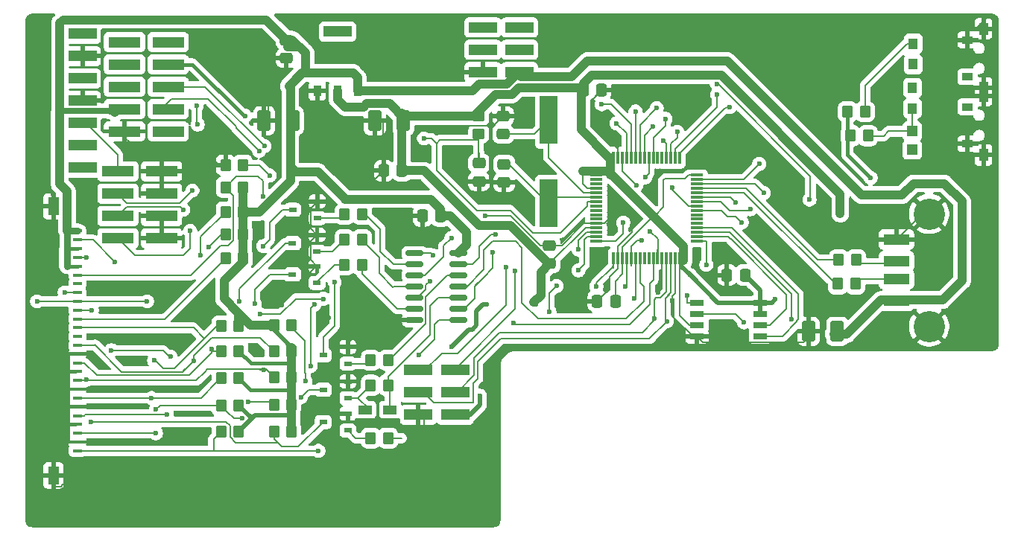
<source format=gbr>
%TF.GenerationSoftware,KiCad,Pcbnew,9.0.5*%
%TF.CreationDate,2025-10-23T11:37:32+01:00*%
%TF.ProjectId,Gotek,476f7465-6b2e-46b6-9963-61645f706362,rev?*%
%TF.SameCoordinates,Original*%
%TF.FileFunction,Copper,L1,Top*%
%TF.FilePolarity,Positive*%
%FSLAX46Y46*%
G04 Gerber Fmt 4.6, Leading zero omitted, Abs format (unit mm)*
G04 Created by KiCad (PCBNEW 9.0.5) date 2025-10-23 11:37:32*
%MOMM*%
%LPD*%
G01*
G04 APERTURE LIST*
G04 Aperture macros list*
%AMRoundRect*
0 Rectangle with rounded corners*
0 $1 Rounding radius*
0 $2 $3 $4 $5 $6 $7 $8 $9 X,Y pos of 4 corners*
0 Add a 4 corners polygon primitive as box body*
4,1,4,$2,$3,$4,$5,$6,$7,$8,$9,$2,$3,0*
0 Add four circle primitives for the rounded corners*
1,1,$1+$1,$2,$3*
1,1,$1+$1,$4,$5*
1,1,$1+$1,$6,$7*
1,1,$1+$1,$8,$9*
0 Add four rect primitives between the rounded corners*
20,1,$1+$1,$2,$3,$4,$5,0*
20,1,$1+$1,$4,$5,$6,$7,0*
20,1,$1+$1,$6,$7,$8,$9,0*
20,1,$1+$1,$8,$9,$2,$3,0*%
G04 Aperture macros list end*
%TA.AperFunction,ComponentPad*%
%ADD10C,5.000000*%
%TD*%
%TA.AperFunction,SMDPad,CuDef*%
%ADD11RoundRect,0.250000X-0.350000X-0.450000X0.350000X-0.450000X0.350000X0.450000X-0.350000X0.450000X0*%
%TD*%
%TA.AperFunction,SMDPad,CuDef*%
%ADD12RoundRect,0.250000X-0.475000X0.337500X-0.475000X-0.337500X0.475000X-0.337500X0.475000X0.337500X0*%
%TD*%
%TA.AperFunction,SMDPad,CuDef*%
%ADD13R,3.180000X1.270000*%
%TD*%
%TA.AperFunction,SMDPad,CuDef*%
%ADD14RoundRect,0.250001X0.499999X0.924999X-0.499999X0.924999X-0.499999X-0.924999X0.499999X-0.924999X0*%
%TD*%
%TA.AperFunction,SMDPad,CuDef*%
%ADD15R,1.000000X1.450000*%
%TD*%
%TA.AperFunction,SMDPad,CuDef*%
%ADD16R,1.300000X0.900000*%
%TD*%
%TA.AperFunction,SMDPad,CuDef*%
%ADD17R,0.900000X0.600000*%
%TD*%
%TA.AperFunction,SMDPad,CuDef*%
%ADD18R,1.200000X1.200000*%
%TD*%
%TA.AperFunction,SMDPad,CuDef*%
%ADD19RoundRect,0.250000X-0.337500X-0.475000X0.337500X-0.475000X0.337500X0.475000X-0.337500X0.475000X0*%
%TD*%
%TA.AperFunction,SMDPad,CuDef*%
%ADD20R,1.000000X0.400000*%
%TD*%
%TA.AperFunction,SMDPad,CuDef*%
%ADD21R,1.300000X2.000000*%
%TD*%
%TA.AperFunction,SMDPad,CuDef*%
%ADD22R,3.680000X1.270000*%
%TD*%
%TA.AperFunction,SMDPad,CuDef*%
%ADD23R,1.650000X0.700000*%
%TD*%
%TA.AperFunction,SMDPad,CuDef*%
%ADD24R,3.000000X1.300000*%
%TD*%
%TA.AperFunction,ComponentPad*%
%ADD25C,3.570000*%
%TD*%
%TA.AperFunction,SMDPad,CuDef*%
%ADD26R,1.500000X1.000000*%
%TD*%
%TA.AperFunction,SMDPad,CuDef*%
%ADD27R,1.100000X1.250000*%
%TD*%
%TA.AperFunction,SMDPad,CuDef*%
%ADD28R,1.475000X0.300000*%
%TD*%
%TA.AperFunction,SMDPad,CuDef*%
%ADD29R,0.300000X1.475000*%
%TD*%
%TA.AperFunction,SMDPad,CuDef*%
%ADD30RoundRect,0.250000X0.337500X0.475000X-0.337500X0.475000X-0.337500X-0.475000X0.337500X-0.475000X0*%
%TD*%
%TA.AperFunction,SMDPad,CuDef*%
%ADD31RoundRect,0.250000X-0.450000X0.350000X-0.450000X-0.350000X0.450000X-0.350000X0.450000X0.350000X0*%
%TD*%
%TA.AperFunction,SMDPad,CuDef*%
%ADD32R,2.000000X5.500000*%
%TD*%
%TA.AperFunction,SMDPad,CuDef*%
%ADD33R,0.950000X1.300000*%
%TD*%
%TA.AperFunction,SMDPad,CuDef*%
%ADD34R,3.250000X1.300000*%
%TD*%
%TA.AperFunction,SMDPad,CuDef*%
%ADD35RoundRect,0.250000X0.350000X0.450000X-0.350000X0.450000X-0.350000X-0.450000X0.350000X-0.450000X0*%
%TD*%
%TA.AperFunction,SMDPad,CuDef*%
%ADD36RoundRect,0.150000X-0.825000X-0.150000X0.825000X-0.150000X0.825000X0.150000X-0.825000X0.150000X0*%
%TD*%
%TA.AperFunction,ViaPad*%
%ADD37C,0.600000*%
%TD*%
%TA.AperFunction,Conductor*%
%ADD38C,0.700000*%
%TD*%
%TA.AperFunction,Conductor*%
%ADD39C,0.200000*%
%TD*%
%TA.AperFunction,Conductor*%
%ADD40C,0.750000*%
%TD*%
%TA.AperFunction,Conductor*%
%ADD41C,1.000000*%
%TD*%
%TA.AperFunction,Conductor*%
%ADD42C,0.500000*%
%TD*%
%TA.AperFunction,Conductor*%
%ADD43C,0.400000*%
%TD*%
G04 APERTURE END LIST*
D10*
%TO.P,H1,1,1*%
%TO.N,GND*%
X118491000Y-60642500D03*
%TD*%
%TO.P,H2,1,1*%
%TO.N,GND*%
X139573000Y-60642500D03*
%TD*%
%TO.P,H3,1,1*%
%TO.N,GND*%
X118491000Y-110363000D03*
%TD*%
%TO.P,H4,1,1*%
%TO.N,GND*%
X139573000Y-110363000D03*
%TD*%
%TO.P,H5,1,1*%
%TO.N,GND*%
X189357000Y-60642500D03*
%TD*%
D11*
%TO.P,PU5,1*%
%TO.N,DIR*%
X118000000Y-91398700D03*
%TO.P,PU5,2*%
%TO.N,5V*%
X120000000Y-91398700D03*
%TD*%
D12*
%TO.P,C4,1*%
%TO.N,NRST*%
X147307300Y-72877200D03*
%TO.P,C4,2*%
%TO.N,GND*%
X147307300Y-74952200D03*
%TD*%
D11*
%TO.P,R20,1*%
%TO.N,+3.3V*%
X189160300Y-67027400D03*
%TO.P,R20,2*%
%TO.N,Net-(L4-A)*%
X191160300Y-67027400D03*
%TD*%
D13*
%TO.P,J7,1,1*%
%TO.N,+3.3V*%
X144595000Y-101517450D03*
%TO.P,J7,2,2*%
%TO.N,GND*%
X140405000Y-101517450D03*
%TO.P,J7,3,3*%
%TO.N,I2C2_DTA*%
X144595000Y-98977450D03*
%TO.P,J7,4,4*%
%TO.N,I2C2_CLK*%
X140405000Y-98977450D03*
%TO.P,J7,5,5*%
%TO.N,JKA1-2*%
X144595000Y-96437450D03*
%TO.P,J7,6,6*%
%TO.N,JKA1-1*%
X140405000Y-96437450D03*
%TD*%
D14*
%TO.P,C1,1*%
%TO.N,5V*%
X187984800Y-92024200D03*
%TO.P,C1,2*%
%TO.N,GND*%
X184734800Y-92024200D03*
%TD*%
D15*
%TO.P,S4,1,1*%
%TO.N,GND*%
X204608000Y-71955000D03*
%TO.P,S4,2,2*%
X204608000Y-65205000D03*
D16*
%TO.P,S4,3,COM*%
X202808000Y-70680000D03*
%TO.P,S4,4,NO*%
%TO.N,BUT_L*%
X202808000Y-66480000D03*
%TD*%
D17*
%TO.P,Q5,1,B*%
%TO.N,Net-(DID1-A)*%
X132400000Y-99616300D03*
%TO.P,Q5,2,E*%
%TO.N,GND*%
X132400000Y-97716300D03*
%TO.P,Q5,3,C*%
%TO.N,RDATA*%
X129600000Y-98666300D03*
%TD*%
D11*
%TO.P,RN4,1*%
%TO.N,Net-(Q4-B)*%
X135000000Y-104171700D03*
%TO.P,RN4,2*%
%TO.N,Net-(RN4-Pad2)*%
X137000000Y-104171700D03*
%TD*%
D17*
%TO.P,Q6,1,B*%
%TO.N,Net-(Q6-B)*%
X132400000Y-95685600D03*
%TO.P,Q6,2,E*%
%TO.N,GND*%
X132400000Y-93785600D03*
%TO.P,Q6,3,C*%
%TO.N,CHNG*%
X129600000Y-94735600D03*
%TD*%
D18*
%TO.P,L5,1,K*%
%TO.N,I2C2_DTA*%
X196519800Y-71357200D03*
%TO.P,L5,2,A*%
%TO.N,Net-(L3-A)*%
X196519800Y-69257200D03*
%TD*%
D19*
%TO.P,C20,1*%
%TO.N,GND*%
X140878700Y-78882900D03*
%TO.P,C20,2*%
%TO.N,5V*%
X142953700Y-78882900D03*
%TD*%
D14*
%TO.P,C17,1*%
%TO.N,+3.3V*%
X138708800Y-68072000D03*
%TO.P,C17,2*%
%TO.N,GND*%
X135458800Y-68072000D03*
%TD*%
D11*
%TO.P,PU12,1*%
%TO.N,SIDE1*%
X118000000Y-103397000D03*
%TO.P,PU12,2*%
%TO.N,5V*%
X120000000Y-103397000D03*
%TD*%
D19*
%TO.P,C6,1*%
%TO.N,+3.3V*%
X159165900Y-64573100D03*
%TO.P,C6,2*%
%TO.N,GND*%
X161240900Y-64573100D03*
%TD*%
D15*
%TO.P,S3,1,1*%
%TO.N,GND*%
X204608000Y-64335000D03*
%TO.P,S3,2,2*%
X204608000Y-57585000D03*
D16*
%TO.P,S3,3,COM*%
%TO.N,BUT_R*%
X202808000Y-63060000D03*
%TO.P,S3,4,NO*%
%TO.N,GND*%
X202808000Y-58860000D03*
%TD*%
D11*
%TO.P,PU13,1*%
%TO.N,READY*%
X124000000Y-103432000D03*
%TO.P,PU13,2*%
%TO.N,5V*%
X126000000Y-103432000D03*
%TD*%
%TO.P,PU2,1*%
%TO.N,HDOUT*%
X118500000Y-78432000D03*
%TO.P,PU2,2*%
%TO.N,5V*%
X120500000Y-78432000D03*
%TD*%
%TO.P,PU11,1*%
%TO.N,RDATA*%
X118000000Y-100466500D03*
%TO.P,PU11,2*%
%TO.N,5V*%
X120000000Y-100466500D03*
%TD*%
D17*
%TO.P,Q3,1,B*%
%TO.N,Net-(Q3-B)*%
X128901700Y-86500400D03*
%TO.P,Q3,2,E*%
%TO.N,GND*%
X128901700Y-84600400D03*
%TO.P,Q3,3,C*%
%TO.N,WPROT*%
X126101700Y-85550400D03*
%TD*%
D20*
%TO.P,P1,1,1*%
%TO.N,5V*%
X101660000Y-80610000D03*
%TO.P,P1,2,2*%
%TO.N,INDEX*%
X101660000Y-81610000D03*
%TO.P,P1,3,3*%
%TO.N,5V*%
X101660000Y-82610001D03*
%TO.P,P1,4,4*%
%TO.N,DRVSEL*%
X101660000Y-83609999D03*
%TO.P,P1,5,5*%
%TO.N,5V*%
X101660000Y-84609999D03*
%TO.P,P1,6,6*%
%TO.N,CHNG*%
X101660000Y-85610000D03*
%TO.P,P1,7,7*%
%TO.N,unconnected-(P1-Pad7)*%
X101660000Y-86610000D03*
%TO.P,P1,8,8*%
%TO.N,READY*%
X101660000Y-87609998D03*
%TO.P,P1,9,9*%
%TO.N,HDOUT*%
X101660000Y-88609999D03*
%TO.P,P1,10,10*%
%TO.N,MTRON*%
X101660000Y-89609999D03*
%TO.P,P1,11,11*%
%TO.N,Net-(P1-Pad11)*%
X101660000Y-90610000D03*
%TO.P,P1,12,12*%
%TO.N,DIR*%
X101660000Y-91610000D03*
%TO.P,P1,13,13*%
%TO.N,unconnected-(P1-Pad13)*%
X101660000Y-92609998D03*
%TO.P,P1,14,14*%
%TO.N,STEP*%
X101660000Y-93609999D03*
%TO.P,P1,15,15*%
%TO.N,GND*%
X101660000Y-94610000D03*
%TO.P,P1,16,16*%
%TO.N,WDATA*%
X101660000Y-95610000D03*
%TO.P,P1,17,17*%
%TO.N,GND*%
X101660000Y-96610001D03*
%TO.P,P1,18,18*%
%TO.N,WGATE*%
X101660000Y-97609999D03*
%TO.P,P1,19,19*%
%TO.N,GND*%
X101660000Y-98609999D03*
%TO.P,P1,20,20*%
%TO.N,TRK0*%
X101660000Y-99610000D03*
%TO.P,P1,21,21*%
%TO.N,GND*%
X101660000Y-100610000D03*
%TO.P,P1,22,22*%
%TO.N,WPROT*%
X101660000Y-101610001D03*
%TO.P,P1,23,23*%
%TO.N,GND*%
X101660000Y-102609999D03*
%TO.P,P1,24,24*%
%TO.N,RDATA*%
X101660000Y-103609999D03*
%TO.P,P1,25,25*%
%TO.N,GND*%
X101660000Y-104610000D03*
%TO.P,P1,26,26*%
%TO.N,SIDE1*%
X101660000Y-105610000D03*
D21*
%TO.P,P1,P1,P1*%
%TO.N,GND*%
X98960001Y-77810025D03*
%TO.P,P1,P2,P2*%
X98960001Y-108409975D03*
%TD*%
D22*
%TO.P,J5,1,1*%
%TO.N,MTRON*%
X106287800Y-73812400D03*
%TO.P,J5,2,2*%
%TO.N,GND*%
X111237800Y-73812400D03*
%TO.P,J5,3,3*%
%TO.N,JA*%
X106287800Y-76352400D03*
%TO.P,J5,4,4*%
%TO.N,GND*%
X111237800Y-76352400D03*
%TO.P,J5,5,5*%
%TO.N,JC*%
X106287800Y-78892400D03*
%TO.P,J5,6,6*%
%TO.N,GND*%
X111237800Y-78892400D03*
%TO.P,J5,7,7*%
%TO.N,JB*%
X106287800Y-81432400D03*
%TO.P,J5,8,8*%
%TO.N,GND*%
X111237800Y-81432400D03*
%TD*%
D11*
%TO.P,PU9,1*%
%TO.N,TRK0*%
X118000000Y-97326400D03*
%TO.P,PU9,2*%
%TO.N,5V*%
X120000000Y-97326400D03*
%TD*%
D17*
%TO.P,Q4,1,B*%
%TO.N,Net-(Q4-B)*%
X132400000Y-103286600D03*
%TO.P,Q4,2,E*%
%TO.N,GND*%
X132400000Y-101386600D03*
%TO.P,Q4,3,C*%
%TO.N,READY*%
X129600000Y-102336600D03*
%TD*%
D11*
%TO.P,RN2,1*%
%TO.N,Net-(Q2-B)*%
X132000000Y-81600700D03*
%TO.P,RN2,2*%
%TO.N,Net-(RN2-Pad2)*%
X134000000Y-81600700D03*
%TD*%
%TO.P,PU8,1*%
%TO.N,WGATE*%
X124000000Y-97221700D03*
%TO.P,PU8,2*%
%TO.N,5V*%
X126000000Y-97221700D03*
%TD*%
D19*
%TO.P,C18,1*%
%TO.N,GND*%
X136468600Y-73745700D03*
%TO.P,C18,2*%
%TO.N,+3.3V*%
X138543600Y-73745700D03*
%TD*%
D12*
%TO.P,C5,1*%
%TO.N,Net-(U3-PH1)*%
X150152100Y-73022500D03*
%TO.P,C5,2*%
%TO.N,GND*%
X150152100Y-75097500D03*
%TD*%
D23*
%TO.P,U8,1,CE#*%
%TO.N,SPI2_SS*%
X172063200Y-88788900D03*
%TO.P,U8,2,SO*%
%TO.N,SPI2_MISO*%
X172063200Y-90058900D03*
%TO.P,U8,3,WP#*%
%TO.N,+3.3V*%
X172063200Y-91328900D03*
%TO.P,U8,4,VSS*%
%TO.N,GND*%
X172063200Y-92598900D03*
%TO.P,U8,5,SI*%
%TO.N,SPI2_MOSI*%
X179263200Y-92598900D03*
%TO.P,U8,6,SCK*%
%TO.N,SPI2_SCK*%
X179263200Y-91328900D03*
%TO.P,U8,7,HOLD#*%
%TO.N,+3.3V*%
X179263200Y-90058900D03*
%TO.P,U8,8,VDD*%
X179263200Y-88788900D03*
%TD*%
D13*
%TO.P,J8,1,1*%
%TO.N,5V*%
X151920075Y-62525275D03*
%TO.P,J8,2,2*%
%TO.N,GND*%
X147730075Y-62525275D03*
%TO.P,J8,3,3*%
%TO.N,ENC2*%
X151920075Y-59985275D03*
%TO.P,J8,4,4*%
%TO.N,ENC1*%
X147730075Y-59985275D03*
%TO.P,J8,5,5*%
%TO.N,U3-40-PC9*%
X151920075Y-57445275D03*
%TO.P,J8,6,6*%
%TO.N,ENCSW*%
X147730075Y-57445275D03*
%TD*%
D11*
%TO.P,RN1,1*%
%TO.N,Net-(Q1-B)*%
X132000000Y-78705100D03*
%TO.P,RN1,2*%
%TO.N,Net-(RN1-Pad2)*%
X134000000Y-78705100D03*
%TD*%
D24*
%TO.P,P3,1,5V*%
%TO.N,5V*%
X194724800Y-88563800D03*
%TO.P,P3,2,D-*%
%TO.N,D-*%
X194724800Y-86063800D03*
%TO.P,P3,3,D+*%
%TO.N,D+*%
X194724800Y-84063800D03*
%TO.P,P3,4,Gnd*%
%TO.N,GND*%
X194724800Y-81563800D03*
D25*
%TO.P,P3,MH1,MH1*%
X198424800Y-91463800D03*
%TO.P,P3,MH2,MH2*%
X198424800Y-78663800D03*
%TD*%
D17*
%TO.P,Q2,1,B*%
%TO.N,Net-(Q2-B)*%
X128901700Y-82938000D03*
%TO.P,Q2,2,E*%
%TO.N,GND*%
X128901700Y-81038000D03*
%TO.P,Q2,3,C*%
%TO.N,TRK0*%
X126101700Y-81988000D03*
%TD*%
D26*
%TO.P,DID1,1,K*%
%TO.N,Net-(DID1-K)*%
X137200000Y-100933200D03*
%TO.P,DID1,2,A*%
%TO.N,Net-(DID1-A)*%
X134400000Y-100933200D03*
%TD*%
D11*
%TO.P,RN3,1*%
%TO.N,Net-(Q3-B)*%
X132000000Y-84461300D03*
%TO.P,RN3,2*%
%TO.N,Net-(RN3-Pad2)*%
X134000000Y-84461300D03*
%TD*%
%TO.P,RN5,1*%
%TO.N,Net-(DID1-A)*%
X135000000Y-98142400D03*
%TO.P,RN5,2*%
%TO.N,Net-(DID1-K)*%
X137000000Y-98142400D03*
%TD*%
D27*
%TO.P,L3,1,A*%
%TO.N,Net-(L3-A)*%
X196545200Y-66649600D03*
%TO.P,L3,2,K*%
%TO.N,I2C2_CLK*%
X196545200Y-64299600D03*
%TD*%
D12*
%TO.P,C3,1*%
%TO.N,GND*%
X150041000Y-67494900D03*
%TO.P,C3,2*%
%TO.N,Net-(U3-PH0)*%
X150041000Y-69569900D03*
%TD*%
D28*
%TO.P,U3,1,VBAT*%
%TO.N,+3.3V*%
X160606600Y-74250200D03*
%TO.P,U3,2,PC13*%
%TO.N,unconnected-(U3-PC13-Pad2)*%
X160606600Y-74750200D03*
%TO.P,U3,3,PC14*%
%TO.N,unconnected-(U3-PC14-Pad3)*%
X160606600Y-75250200D03*
%TO.P,U3,4,PC15*%
%TO.N,+3.3V*%
X160606600Y-75750200D03*
%TO.P,U3,5,PH0*%
%TO.N,Net-(U3-PH0)*%
X160606600Y-76250200D03*
%TO.P,U3,6,PH1*%
%TO.N,Net-(U3-PH1)*%
X160606600Y-76750200D03*
%TO.P,U3,7,NRST*%
%TO.N,NRST*%
X160606600Y-77250200D03*
%TO.P,U3,8,PC0*%
%TO.N,unconnected-(U3-PC0-Pad8)*%
X160606600Y-77750200D03*
%TO.P,U3,9,PC1*%
%TO.N,unconnected-(U3-PC1-Pad9)*%
X160606600Y-78250200D03*
%TO.P,U3,10,PC2*%
%TO.N,unconnected-(U3-PC2-Pad10)*%
X160606600Y-78750200D03*
%TO.P,U3,11,PC3*%
%TO.N,unconnected-(U3-PC3-Pad11)*%
X160606600Y-79250200D03*
%TO.P,U3,12,VSSA-VREF-*%
%TO.N,GND*%
X160606600Y-79750200D03*
%TO.P,U3,13,VDDA-VREF+*%
%TO.N,+3.3V*%
X160606600Y-80250200D03*
%TO.P,U3,14,PA0*%
%TO.N,SEL*%
X160606600Y-80750200D03*
%TO.P,U3,15,PA1*%
%TO.N,STEP*%
X160606600Y-81250200D03*
%TO.P,U3,16,PA2*%
%TO.N,JB*%
X160606600Y-81750200D03*
D29*
%TO.P,U3,17,PA3*%
%TO.N,BUT_L*%
X162594600Y-83738200D03*
%TO.P,U3,18,VSS*%
%TO.N,GND*%
X163094600Y-83738200D03*
%TO.P,U3,19,VDD*%
%TO.N,+3.3V*%
X163594600Y-83738200D03*
%TO.P,U3,20,PA4*%
%TO.N,BUT_R*%
X164094600Y-83738200D03*
%TO.P,U3,21,PA5*%
%TO.N,JA*%
X164594600Y-83738200D03*
%TO.P,U3,22,PA6*%
%TO.N,ENC1*%
X165094600Y-83738200D03*
%TO.P,U3,23,PA7*%
%TO.N,RDATA_3V3*%
X165594600Y-83738200D03*
%TO.P,U3,24,PC4*%
%TO.N,unconnected-(U3-PC4-Pad24)*%
X166094600Y-83738200D03*
%TO.P,U3,25,PC5*%
%TO.N,unconnected-(U3-PC5-Pad25)*%
X166594600Y-83738200D03*
%TO.P,U3,26,PB0*%
%TO.N,DIR*%
X167094600Y-83738200D03*
%TO.P,U3,27,PB1*%
%TO.N,JC*%
X167594600Y-83738200D03*
%TO.P,U3,28,PB2*%
%TO.N,GND*%
X168094600Y-83738200D03*
%TO.P,U3,29,PB10*%
%TO.N,I2C2_DTA*%
X168594600Y-83738200D03*
%TO.P,U3,30,PB11*%
%TO.N,I2C2_CLK*%
X169094600Y-83738200D03*
%TO.P,U3,31,PH3*%
%TO.N,GND*%
X169594600Y-83738200D03*
%TO.P,U3,32,VDD*%
%TO.N,+3.3V*%
X170094600Y-83738200D03*
D28*
%TO.P,U3,33,PB12*%
%TO.N,SPI2_SS*%
X172082600Y-81750200D03*
%TO.P,U3,34,PB13*%
%TO.N,SPI2_SCK*%
X172082600Y-81250200D03*
%TO.P,U3,35,PB14*%
%TO.N,SPI2_MISO*%
X172082600Y-80750200D03*
%TO.P,U3,36,PB15*%
%TO.N,SPI2_MOSI*%
X172082600Y-80250200D03*
%TO.P,U3,37,PC6*%
%TO.N,unconnected-(U3-PC6-Pad37)*%
X172082600Y-79750200D03*
%TO.P,U3,38,PC7*%
%TO.N,unconnected-(U3-PC7-Pad38)*%
X172082600Y-79250200D03*
%TO.P,U3,39,PC8*%
%TO.N,unconnected-(U3-PC8-Pad39)*%
X172082600Y-78750200D03*
%TO.P,U3,40,PC9*%
%TO.N,U3-40-PC9*%
X172082600Y-78250200D03*
%TO.P,U3,41,PA8*%
%TO.N,WDATA*%
X172082600Y-77750200D03*
%TO.P,U3,42,PA9*%
%TO.N,USART1_TX*%
X172082600Y-77250200D03*
%TO.P,U3,43,PA10*%
%TO.N,USART1_RX*%
X172082600Y-76750200D03*
%TO.P,U3,44,PA11*%
%TO.N,Net-(U3-PA11)*%
X172082600Y-76250200D03*
%TO.P,U3,45,PA12*%
%TO.N,Net-(U3-PA12)*%
X172082600Y-75750200D03*
%TO.P,U3,46,PA13*%
%TO.N,SWDIO*%
X172082600Y-75250200D03*
%TO.P,U3,47,PH2*%
%TO.N,ENCSW*%
X172082600Y-74750200D03*
%TO.P,U3,48,VDD*%
%TO.N,+3.3V*%
X172082600Y-74250200D03*
D29*
%TO.P,U3,49,PA14*%
%TO.N,SWCLK*%
X170094600Y-72262200D03*
%TO.P,U3,50,PA15*%
%TO.N,ENC2*%
X169594600Y-72262200D03*
%TO.P,U3,51,PC10*%
%TO.N,JKA1-1*%
X169094600Y-72262200D03*
%TO.P,U3,52,PC11*%
%TO.N,JKA1-2*%
X168594600Y-72262200D03*
%TO.P,U3,53,PC12*%
%TO.N,unconnected-(U3-PC12-Pad53)*%
X168094600Y-72262200D03*
%TO.P,U3,54,PD2*%
%TO.N,unconnected-(U3-PD2-Pad54)*%
X167594600Y-72262200D03*
%TO.P,U3,55,PB3*%
%TO.N,READY_3V3*%
X167094600Y-72262200D03*
%TO.P,U3,56,PB4*%
%TO.N,SIDE1*%
X166594600Y-72262200D03*
%TO.P,U3,57,PB5*%
%TO.N,WPROT_3V3*%
X166094600Y-72262200D03*
%TO.P,U3,58,PB6*%
%TO.N,TRK0_3V3*%
X165594600Y-72262200D03*
%TO.P,U3,59,PB7*%
%TO.N,CHNG_3V3*%
X165094600Y-72262200D03*
%TO.P,U3,60,BOOT0*%
%TO.N,J3_BOOT0*%
X164594600Y-72262200D03*
%TO.P,U3,61,PB8*%
%TO.N,INDEX_3V3*%
X164094600Y-72262200D03*
%TO.P,U3,62,PB9*%
%TO.N,WGATE*%
X163594600Y-72262200D03*
%TO.P,U3,63,VSS*%
%TO.N,GND*%
X163094600Y-72262200D03*
%TO.P,U3,64,VDD*%
%TO.N,+3.3V*%
X162594600Y-72262200D03*
%TD*%
D11*
%TO.P,PU1,1*%
%TO.N,CHNG*%
X118500000Y-75638000D03*
%TO.P,PU1,2*%
%TO.N,5V*%
X120500000Y-75638000D03*
%TD*%
D12*
%TO.P,C23,1*%
%TO.N,5V*%
X125409300Y-58862000D03*
%TO.P,C23,2*%
%TO.N,GND*%
X125409300Y-60937000D03*
%TD*%
D11*
%TO.P,PU6,1*%
%TO.N,STEP*%
X124000000Y-94322900D03*
%TO.P,PU6,2*%
%TO.N,5V*%
X126000000Y-94322900D03*
%TD*%
%TO.P,RN6,1*%
%TO.N,Net-(Q6-B)*%
X135000000Y-95294400D03*
%TO.P,RN6,2*%
%TO.N,Net-(RN6-Pad2)*%
X137000000Y-95294400D03*
%TD*%
%TO.P,R2,1*%
%TO.N,Net-(U3-PA11)*%
X188061700Y-86620300D03*
%TO.P,R2,2*%
%TO.N,D-*%
X190061700Y-86620300D03*
%TD*%
D30*
%TO.P,C8,1*%
%TO.N,+3.3V*%
X162797400Y-88576100D03*
%TO.P,C8,2*%
%TO.N,GND*%
X160722400Y-88576100D03*
%TD*%
D31*
%TO.P,R10,1*%
%TO.N,+3.3V*%
X147250200Y-67532400D03*
%TO.P,R10,2*%
%TO.N,NRST*%
X147250200Y-69532400D03*
%TD*%
D32*
%TO.P,Y1,1,1*%
%TO.N,Net-(U3-PH1)*%
X155194000Y-77470200D03*
%TO.P,Y1,2,2*%
%TO.N,Net-(U3-PH0)*%
X155194000Y-67970200D03*
%TD*%
D13*
%TO.P,J1,1,1*%
%TO.N,DRVSEL*%
X102250000Y-73406000D03*
%TO.P,J1,2,2*%
%TO.N,SEL*%
X102250000Y-70866000D03*
%TO.P,J1,3,3*%
%TO.N,MTRON*%
X102250000Y-68326000D03*
%TO.P,J1,4,4*%
%TO.N,GND*%
X102250000Y-65786000D03*
%TO.P,J1,5,5*%
%TO.N,DINST*%
X102250000Y-63246000D03*
%TO.P,J1,6,6*%
%TO.N,GND*%
X102250000Y-60706000D03*
%TO.P,J1,7,7*%
%TO.N,HDOUT*%
X102250000Y-58166000D03*
%TD*%
D22*
%TO.P,J4,1,1*%
%TO.N,unconnected-(J4-Pad1)*%
X107025000Y-59105800D03*
%TO.P,J4,2,2*%
%TO.N,J3_BOOT0*%
X111975000Y-59105800D03*
%TO.P,J4,3,3*%
%TO.N,SWDIO*%
X107025000Y-61645800D03*
%TO.P,J4,4,4*%
%TO.N,+3.3V*%
X111975000Y-61645800D03*
%TO.P,J4,5,5*%
%TO.N,SWCLK*%
X107025000Y-64185800D03*
%TO.P,J4,6,6*%
%TO.N,USART1_TX*%
X111975000Y-64185800D03*
%TO.P,J4,7,7*%
%TO.N,5V*%
X107025000Y-66725800D03*
%TO.P,J4,8,8*%
%TO.N,USART1_RX*%
X111975000Y-66725800D03*
%TO.P,J4,9,9*%
%TO.N,GND*%
X107025000Y-69265800D03*
%TO.P,J4,10,10*%
%TO.N,NRST*%
X111975000Y-69265800D03*
%TD*%
D33*
%TO.P,U4,1,GROUND/ADJUST*%
%TO.N,GND*%
X128939900Y-64617600D03*
%TO.P,U4,2,VOUT_1*%
%TO.N,+3.3V*%
X131229900Y-64617600D03*
%TO.P,U4,3,VIN*%
%TO.N,5V*%
X133519900Y-64617600D03*
D34*
%TO.P,U4,4,VOUT_2*%
%TO.N,unconnected-(U4-VOUT_2-Pad4)*%
X131229900Y-57917600D03*
%TD*%
D11*
%TO.P,PU10,1*%
%TO.N,WPROT*%
X124000000Y-100396700D03*
%TO.P,PU10,2*%
%TO.N,5V*%
X126000000Y-100396700D03*
%TD*%
D35*
%TO.P,R13,1*%
%TO.N,J3_BOOT0*%
X120500000Y-73091700D03*
%TO.P,R13,2*%
%TO.N,GND*%
X118500000Y-73091700D03*
%TD*%
D17*
%TO.P,Q1,1,B*%
%TO.N,Net-(Q1-B)*%
X128920700Y-79137500D03*
%TO.P,Q1,2,E*%
%TO.N,GND*%
X128920700Y-77237500D03*
%TO.P,Q1,3,C*%
%TO.N,INDEX*%
X126120700Y-78187500D03*
%TD*%
D27*
%TO.P,L4,1,A*%
%TO.N,Net-(L4-A)*%
X196621400Y-59277000D03*
%TO.P,L4,2,K*%
%TO.N,SEL*%
X196621400Y-61627000D03*
%TD*%
D11*
%TO.P,PU14,1*%
%TO.N,Net-(P1-Pad11)*%
X118500000Y-83734300D03*
%TO.P,PU14,2*%
%TO.N,5V*%
X120500000Y-83734300D03*
%TD*%
D36*
%TO.P,U1,1*%
%TO.N,INDEX_3V3*%
X139984100Y-83127800D03*
%TO.P,U1,2*%
%TO.N,Net-(RN1-Pad2)*%
X139984100Y-84397800D03*
%TO.P,U1,3*%
%TO.N,TRK0_3V3*%
X139984100Y-85667800D03*
%TO.P,U1,4*%
%TO.N,Net-(RN2-Pad2)*%
X139984100Y-86937800D03*
%TO.P,U1,5*%
%TO.N,WPROT_3V3*%
X139984100Y-88207800D03*
%TO.P,U1,6*%
%TO.N,Net-(RN3-Pad2)*%
X139984100Y-89477800D03*
%TO.P,U1,7,GND*%
%TO.N,GND*%
X139984100Y-90747800D03*
%TO.P,U1,8*%
%TO.N,Net-(RN4-Pad2)*%
X144934100Y-90747800D03*
%TO.P,U1,9*%
%TO.N,READY_3V3*%
X144934100Y-89477800D03*
%TO.P,U1,10*%
%TO.N,Net-(DID1-K)*%
X144934100Y-88207800D03*
%TO.P,U1,11*%
%TO.N,RDATA_3V3*%
X144934100Y-86937800D03*
%TO.P,U1,12*%
%TO.N,Net-(RN6-Pad2)*%
X144934100Y-85667800D03*
%TO.P,U1,13*%
%TO.N,CHNG_3V3*%
X144934100Y-84397800D03*
%TO.P,U1,14,VCC*%
%TO.N,5V*%
X144934100Y-83127800D03*
%TD*%
D11*
%TO.P,R1,1*%
%TO.N,Net-(U3-PA12)*%
X188169600Y-83883500D03*
%TO.P,R1,2*%
%TO.N,D+*%
X190169600Y-83883500D03*
%TD*%
%TO.P,R21,1*%
%TO.N,+3.3V*%
X189477800Y-69757900D03*
%TO.P,R21,2*%
%TO.N,Net-(L3-A)*%
X191477800Y-69757900D03*
%TD*%
D12*
%TO.P,C9,1*%
%TO.N,GND*%
X155321000Y-82253000D03*
%TO.P,C9,2*%
%TO.N,+3.3V*%
X155321000Y-84328000D03*
%TD*%
D11*
%TO.P,PU4,1*%
%TO.N,5V*%
X124000000Y-91287600D03*
%TO.P,PU4,2*%
%TO.N,SEL*%
X126000000Y-91287600D03*
%TD*%
D14*
%TO.P,C19,1*%
%TO.N,5V*%
X126136400Y-68072000D03*
%TO.P,C19,2*%
%TO.N,GND*%
X122886400Y-68072000D03*
%TD*%
D11*
%TO.P,PU3,1*%
%TO.N,INDEX*%
X118500000Y-80978400D03*
%TO.P,PU3,2*%
%TO.N,5V*%
X120500000Y-80978400D03*
%TD*%
%TO.P,PU7,1*%
%TO.N,WDATA*%
X118000000Y-94246700D03*
%TO.P,PU7,2*%
%TO.N,5V*%
X120000000Y-94246700D03*
%TD*%
D19*
%TO.P,C16,1*%
%TO.N,GND*%
X175463900Y-85613900D03*
%TO.P,C16,2*%
%TO.N,+3.3V*%
X177538900Y-85613900D03*
%TD*%
D37*
%TO.N,GND*%
X145262600Y-71958200D03*
X105740200Y-87299800D03*
X192887600Y-72593200D03*
X148005800Y-78841600D03*
X115671600Y-88976200D03*
X121920000Y-93954600D03*
X123371000Y-67687800D03*
X128762000Y-75904700D03*
X124876000Y-89046100D03*
X130225800Y-90474800D03*
X107619800Y-95351600D03*
X161163000Y-82981800D03*
X138125000Y-78654300D03*
X175349000Y-87229900D03*
X134347000Y-91405100D03*
X134645000Y-75669800D03*
X102037800Y-60706000D03*
X111287800Y-76352400D03*
X140941000Y-68821300D03*
X174498000Y-93248900D03*
X185064400Y-92329000D03*
X163372800Y-77958900D03*
X122478800Y-80264000D03*
X111353600Y-78867000D03*
X114503200Y-101269800D03*
X105841800Y-92760800D03*
X106343800Y-69271800D03*
X102037800Y-65786000D03*
X98874200Y-76297900D03*
X160249000Y-68021200D03*
X167665000Y-87620500D03*
X116113000Y-71434300D03*
X199986000Y-71475600D03*
X147955000Y-62687200D03*
X169291000Y-88541200D03*
X144158000Y-74079100D03*
X158292800Y-89458800D03*
X137163000Y-85169200D03*
%TO.N,NRST*%
X141049000Y-70065900D03*
X111252000Y-69215000D03*
%TO.N,+3.3V*%
X188204000Y-78495500D03*
X138897300Y-67828100D03*
X147370800Y-99339400D03*
X148130000Y-88973000D03*
X191795000Y-74549000D03*
X153720800Y-88973000D03*
X144195800Y-93802200D03*
X120726000Y-67494100D03*
X180975000Y-88376100D03*
X171256000Y-85601200D03*
X144754600Y-101549200D03*
%TO.N,J3_BOOT0*%
X115338225Y-68491100D03*
X123514000Y-74291800D03*
X161236000Y-66179700D03*
X111290100Y-59093100D03*
X115227100Y-66354325D03*
%TO.N,USART1_TX*%
X178102000Y-78130400D03*
X122894725Y-70929600D03*
%TO.N,USART1_RX*%
X122310111Y-71475700D03*
X176447000Y-77355700D03*
%TO.N,SWDIO*%
X106197400Y-61595000D03*
X179638000Y-76260300D03*
%TO.N,SWCLK*%
X175793000Y-66475000D03*
X106222800Y-64160400D03*
%TO.N,MTRON*%
X103305000Y-89610000D03*
X102069900Y-68313300D03*
%TO.N,ENC1*%
X174320200Y-63882600D03*
X184848000Y-77019100D03*
X164941000Y-88284100D03*
X147878800Y-60020200D03*
%TO.N,DIR*%
X110392000Y-95329400D03*
X151206200Y-91055800D03*
%TO.N,ENCSW*%
X147500850Y-57604150D03*
X179130000Y-72958300D03*
%TO.N,READY*%
X103242000Y-102314000D03*
X100224000Y-87610000D03*
%TO.N,JA*%
X165760400Y-81635600D03*
X114731800Y-75996800D03*
%TO.N,JB*%
X163677600Y-79654400D03*
X114476000Y-80592600D03*
%TO.N,JC*%
X166751000Y-80645000D03*
X113706000Y-78187600D03*
%TO.N,SPI2_MISO*%
X182804000Y-90624000D03*
X177393600Y-90986000D03*
%TO.N,Net-(RN4-Pad2)*%
X137100000Y-104171640D03*
X140436600Y-94719775D03*
%TO.N,ENC2*%
X151879300Y-60134500D03*
X174345600Y-65074800D03*
%TO.N,U3-40-PC9*%
X177155000Y-79609900D03*
X151765000Y-57556400D03*
%TO.N,JKA1-1*%
X150339000Y-84743900D03*
X169802000Y-69329300D03*
%TO.N,JKA1-2*%
X151358600Y-85115400D03*
X168251000Y-70286600D03*
%TO.N,WPROT_3V3*%
X141694000Y-86296500D03*
X167078000Y-68726100D03*
%TO.N,SEL*%
X158613400Y-82702400D03*
X127555625Y-97697900D03*
X101930200Y-70967600D03*
X105537000Y-94175200D03*
X112265000Y-94913400D03*
X196399200Y-61409500D03*
%TO.N,STEP*%
X158589700Y-85082100D03*
X114892000Y-95350000D03*
%TO.N,WGATE*%
X128177925Y-95967500D03*
X128574000Y-88974300D03*
X102685000Y-97531000D03*
X165176200Y-75387200D03*
X122873000Y-96389400D03*
%TO.N,INDEX*%
X105918000Y-84099400D03*
X122796000Y-82321400D03*
X116615000Y-82407100D03*
%TO.N,WPROT*%
X121834000Y-88871400D03*
X121109000Y-100047000D03*
X111843000Y-101504000D03*
%TO.N,RDATA*%
X120394000Y-101932000D03*
X110590000Y-103610000D03*
X127052000Y-99510500D03*
X110590000Y-100891000D03*
%TO.N,TRK0*%
X110096000Y-99610000D03*
X120094000Y-88614200D03*
%TO.N,SIDE1*%
X155300000Y-89838200D03*
X166180556Y-74484517D03*
X129052000Y-105622000D03*
X156115935Y-86850135D03*
%TO.N,WDATA*%
X129590800Y-88315800D03*
X116941600Y-94056200D03*
X169265600Y-75666600D03*
X122428000Y-90059000D03*
%TO.N,BUT_L*%
X160645000Y-86912400D03*
X202808000Y-66480000D03*
%TO.N,BUT_R*%
X163887000Y-86931500D03*
X202808000Y-63060000D03*
%TO.N,INDEX_3V3*%
X142072000Y-83404100D03*
X162931000Y-68338700D03*
%TO.N,TRK0_3V3*%
X144158000Y-81397400D03*
X167484000Y-66621000D03*
%TO.N,READY_3V3*%
X168481000Y-67840200D03*
X148879000Y-83004000D03*
%TO.N,CHNG*%
X130899000Y-86410800D03*
X122736000Y-76638000D03*
%TO.N,HDOUT*%
X109586201Y-88609999D03*
X97093200Y-88610000D03*
X101752400Y-58166000D03*
X115646200Y-83367800D03*
%TO.N,CHNG_3V3*%
X149203000Y-80971900D03*
X165095000Y-67008400D03*
%TO.N,DRVSEL*%
X102662000Y-83610000D03*
X102057200Y-73380600D03*
%TO.N,SPI2_SS*%
X173122000Y-84429700D03*
X170936000Y-87914000D03*
%TO.N,I2C2_DTA*%
X167221000Y-90576400D03*
X196545200Y-71424800D03*
%TO.N,I2C2_CLK*%
X196485000Y-64039800D03*
X168634000Y-90862100D03*
%TD*%
D38*
%TO.N,5V*%
X99644200Y-67106800D02*
X99793425Y-66957575D01*
D39*
X133519900Y-64617600D02*
X133520000Y-64617600D01*
D40*
X100549000Y-80610000D02*
X101660000Y-80610000D01*
D41*
X126000000Y-98221700D02*
X126000000Y-97221700D01*
X150429500Y-63865300D02*
X147284900Y-63865300D01*
D39*
X125871000Y-64276500D02*
X125716000Y-64120700D01*
D41*
X151683800Y-62611000D02*
X150429500Y-63865300D01*
X132039000Y-76898500D02*
X132039000Y-76971500D01*
X125871000Y-67687800D02*
X125871000Y-73245900D01*
X99695000Y-67056000D02*
X99695000Y-56946800D01*
X120500000Y-78432000D02*
X120500000Y-80978400D01*
X189078000Y-92313100D02*
X192934000Y-88456600D01*
X145891000Y-80772000D02*
X145891000Y-82170700D01*
D42*
X126000000Y-101448000D02*
X126000000Y-100397000D01*
D41*
X133520000Y-63875400D02*
X133520000Y-63133300D01*
X129042000Y-73901300D02*
X132039000Y-76898500D01*
D40*
X100508000Y-80568800D02*
X100549000Y-80610000D01*
D41*
X126000000Y-100396700D02*
X126000000Y-98221700D01*
X133520000Y-63133300D02*
X132991000Y-62604700D01*
D39*
X126000000Y-95322900D02*
X126000000Y-94322900D01*
X126000000Y-100397000D02*
X126000000Y-101448000D01*
D43*
X121429000Y-95675400D02*
X125647000Y-95675400D01*
D39*
X125409300Y-58862000D02*
X125409000Y-58862000D01*
D41*
X127618000Y-62218900D02*
X127618000Y-60371000D01*
X126527000Y-73901300D02*
X129042000Y-73901300D01*
D39*
X133520000Y-63875500D02*
X133520000Y-64617600D01*
D43*
X125565000Y-98656800D02*
X126000000Y-98221700D01*
D41*
X99644200Y-75234800D02*
X99644200Y-67106800D01*
D39*
X144934000Y-83127700D02*
X145412000Y-82649300D01*
D43*
X100568000Y-82610000D02*
X101660000Y-82610000D01*
D41*
X122356000Y-78432000D02*
X125871000Y-74916700D01*
X126000000Y-97221700D02*
X126000000Y-95322900D01*
D39*
X142953700Y-78882900D02*
X142954000Y-78882900D01*
X144934000Y-83127500D02*
X144934000Y-83127700D01*
D42*
X120930000Y-102467000D02*
X121465000Y-101932000D01*
D41*
X200155000Y-75199900D02*
X196666000Y-75199900D01*
X125871000Y-74916700D02*
X125871000Y-73245900D01*
X157861000Y-63017400D02*
X152090200Y-63017400D01*
D39*
X100568000Y-82610000D02*
X100508000Y-82550000D01*
D41*
X125871000Y-64276500D02*
X125871000Y-67687800D01*
D39*
X145173000Y-82888600D02*
X144934000Y-83127500D01*
D41*
X124000000Y-91287600D02*
X121326000Y-91287600D01*
X141808000Y-76971500D02*
X142954000Y-78117000D01*
D39*
X143478000Y-78882900D02*
X142954000Y-78882900D01*
D38*
X99793425Y-66957575D02*
X100109000Y-66957575D01*
D41*
X99695000Y-56946800D02*
X100063300Y-56578500D01*
X125716000Y-64120700D02*
X127232000Y-62604700D01*
X126000000Y-94322900D02*
X126000000Y-93837200D01*
D39*
X120000000Y-103397000D02*
X120930000Y-102467000D01*
X126000000Y-98221700D02*
X126000000Y-97221700D01*
D41*
X126109000Y-58862100D02*
X127618000Y-60371000D01*
X125871000Y-73245900D02*
X126527000Y-73901300D01*
D43*
X120895000Y-98221700D02*
X121330000Y-98656800D01*
D39*
X126000000Y-95322900D02*
X126000000Y-97221700D01*
D41*
X199979000Y-88456600D02*
X202178000Y-86258400D01*
D43*
X121330000Y-98656800D02*
X125565000Y-98656800D01*
D42*
X120930000Y-102467000D02*
X121465000Y-101932000D01*
D39*
X126000000Y-97221700D02*
X126000000Y-98221700D01*
D41*
X120500000Y-84087500D02*
X118326000Y-86261600D01*
X159635800Y-61242600D02*
X157861000Y-63017400D01*
X192934000Y-88456600D02*
X199979000Y-88456600D01*
D43*
X101660000Y-84610000D02*
X100482000Y-84610000D01*
D39*
X144934100Y-83127800D02*
X145891000Y-82170900D01*
D41*
X123126000Y-56578500D02*
X125409000Y-58862100D01*
X126000000Y-95322900D02*
X126000000Y-94322900D01*
D39*
X100482000Y-82651600D02*
X100524000Y-82610000D01*
D40*
X100508000Y-82550000D02*
X100508000Y-80568800D01*
D41*
X145891000Y-82170700D02*
X145412000Y-82649300D01*
X127232000Y-62604700D02*
X127618000Y-62218900D01*
D42*
X121465000Y-101932000D02*
X121850000Y-101547000D01*
D43*
X125647000Y-95675400D02*
X126000000Y-95322900D01*
D39*
X126000000Y-94322900D02*
X126000000Y-95322900D01*
D41*
X120500000Y-78432000D02*
X122356000Y-78432000D01*
X100063300Y-56578500D02*
X123126000Y-56578500D01*
X126896000Y-59649600D02*
X125593000Y-59649600D01*
D42*
X126000000Y-93837200D02*
X124000000Y-91837200D01*
D43*
X100524000Y-82610000D02*
X100568000Y-82610000D01*
D41*
X147284900Y-63865300D02*
X146532600Y-64617600D01*
D39*
X126000000Y-100396700D02*
X126000000Y-100397000D01*
D42*
X124000000Y-91837200D02*
X124000000Y-91287600D01*
X121465000Y-101932000D02*
X120000000Y-100467000D01*
X125901000Y-101547000D02*
X126000000Y-101448000D01*
D41*
X175489000Y-61242600D02*
X159635800Y-61242600D01*
X120500000Y-80978400D02*
X120500000Y-83734300D01*
X120500000Y-83734300D02*
X120500000Y-84087500D01*
D42*
X120000000Y-103397000D02*
X120930000Y-102467000D01*
D41*
X120000000Y-89961300D02*
X120000000Y-91398700D01*
X100549000Y-80610000D02*
X100507800Y-80568800D01*
D40*
X100482000Y-84610000D02*
X100482000Y-82651600D01*
D41*
X132991000Y-62604700D02*
X127232000Y-62604700D01*
D38*
X105807575Y-66957575D02*
X105956800Y-67106800D01*
D41*
X202178000Y-86258400D02*
X202178000Y-77222400D01*
X125698000Y-64138200D02*
X125716000Y-64120700D01*
D39*
X120000000Y-100467000D02*
X120000000Y-100466500D01*
D41*
X196666000Y-75199900D02*
X195342000Y-76523900D01*
D39*
X101660000Y-82610000D02*
X100568000Y-82610000D01*
D41*
X120500000Y-75638000D02*
X120500000Y-78432000D01*
X143478000Y-78882900D02*
X144002000Y-78882900D01*
D39*
X126000000Y-101448000D02*
X126000000Y-103432000D01*
D41*
X127232000Y-62604700D02*
X127197000Y-62604700D01*
D39*
X125716000Y-64120700D02*
X125698000Y-64103200D01*
X145891000Y-82170900D02*
X145891000Y-82170700D01*
D43*
X120000000Y-97326400D02*
X120895000Y-98221700D01*
D41*
X145412000Y-82649300D02*
X145173000Y-82888600D01*
D39*
X125871500Y-67687800D02*
X125871000Y-67687800D01*
D41*
X100507800Y-76098400D02*
X99644200Y-75234800D01*
D39*
X120000000Y-100466500D02*
X120000000Y-100466000D01*
D41*
X121326000Y-91287600D02*
X120000000Y-89961300D01*
D39*
X125872000Y-67687800D02*
X125871500Y-67687800D01*
D41*
X126000000Y-100397000D02*
X126000000Y-100396700D01*
D38*
X100109000Y-66957575D02*
X100109000Y-66972000D01*
D41*
X195342000Y-76523900D02*
X190770000Y-76523900D01*
X190770000Y-76523900D02*
X175489000Y-61242600D01*
X142954000Y-78882900D02*
X143478000Y-78882900D01*
X105956800Y-67106800D02*
X106337800Y-66725800D01*
X118326000Y-88287200D02*
X120000000Y-89961300D01*
X125698000Y-64103200D02*
X125698000Y-64138200D01*
X126000000Y-103432000D02*
X126000000Y-101448000D01*
X145173000Y-82888600D02*
X144934000Y-83127900D01*
X202178000Y-77222400D02*
X200155000Y-75199900D01*
D43*
X120000000Y-94246700D02*
X121429000Y-95675400D01*
D41*
X125409000Y-58862100D02*
X126109000Y-58862100D01*
X152090200Y-63017400D02*
X151683800Y-62611000D01*
X144002000Y-78882900D02*
X145891000Y-80772000D01*
X142954000Y-78117000D02*
X142954000Y-78882900D01*
D39*
X126000000Y-98221700D02*
X126000000Y-100396700D01*
D41*
X118326000Y-86261600D02*
X118326000Y-88287200D01*
X146532600Y-64617600D02*
X133520000Y-64617600D01*
X133520000Y-63875500D02*
X133520000Y-63875400D01*
D38*
X104391000Y-66972000D02*
X104391000Y-66957575D01*
D42*
X121850000Y-101547000D02*
X125901000Y-101547000D01*
D41*
X133520000Y-64617600D02*
X133520000Y-63875500D01*
D39*
X133520000Y-63875400D02*
X133520000Y-63875500D01*
X125409000Y-58862100D02*
X125409000Y-58862000D01*
D41*
X132039000Y-76971500D02*
X141808000Y-76971500D01*
X127197000Y-62604700D02*
X125698000Y-64103200D01*
D38*
X104391000Y-66957575D02*
X105807575Y-66957575D01*
D41*
X187587000Y-92313100D02*
X189078000Y-92313100D01*
X126000000Y-101448000D02*
X126000000Y-100397000D01*
X127618000Y-60371000D02*
X126896000Y-59649600D01*
D38*
X100109000Y-66972000D02*
X104391000Y-66972000D01*
D41*
X100507800Y-80568800D02*
X100507800Y-76098400D01*
D39*
%TO.N,GND*%
X199417000Y-78386800D02*
X199416000Y-78387100D01*
X128921000Y-77237500D02*
X128921000Y-77237600D01*
X136363000Y-73640200D02*
X136469000Y-73745500D01*
X160249000Y-68428800D02*
X163095000Y-71274700D01*
X128921000Y-77237400D02*
X128921000Y-77237500D01*
X100858000Y-104610000D02*
X101660000Y-104610000D01*
X128940000Y-64617600D02*
X128939900Y-64617600D01*
D42*
X100580000Y-102610000D02*
X100580000Y-104610000D01*
D39*
X160636000Y-65178500D02*
X160636000Y-65178200D01*
X98960000Y-108410000D02*
X98960000Y-109712000D01*
X111353600Y-78867000D02*
X111287800Y-78932800D01*
X160722400Y-88576100D02*
X161438000Y-87860500D01*
X175349000Y-87229900D02*
X175512000Y-87393400D01*
X98960000Y-76508300D02*
X98874200Y-76422500D01*
X118491000Y-110363000D02*
X121840000Y-110363000D01*
X141054600Y-104563400D02*
X141054600Y-101600000D01*
X169265600Y-90276500D02*
X171588000Y-92598900D01*
X199986000Y-60847600D02*
X199986000Y-62915800D01*
X171588000Y-92598900D02*
X172063000Y-92598900D01*
X128371000Y-81569300D02*
X128152000Y-81788000D01*
X128902000Y-81038100D02*
X128371000Y-81569000D01*
X199416000Y-78387100D02*
X198701500Y-78387100D01*
X184351200Y-93049000D02*
X184351100Y-93049000D01*
X199958400Y-57165800D02*
X199986000Y-57138200D01*
X160636000Y-65178200D02*
X161241000Y-64573100D01*
X106337800Y-69265800D02*
X106343800Y-69271800D01*
X123371000Y-66605400D02*
X123372000Y-66605900D01*
X163095000Y-83872400D02*
X163095000Y-84911000D01*
X154289440Y-82253000D02*
X155321000Y-82253000D01*
X101660000Y-102610000D02*
X100858000Y-102610000D01*
X159175500Y-88576100D02*
X158292800Y-89458800D01*
X145031000Y-74952200D02*
X144158000Y-74079100D01*
X134347000Y-91405100D02*
X133840457Y-91911407D01*
X160249000Y-65565400D02*
X160249000Y-68021200D01*
X136363000Y-67862400D02*
X136363000Y-70751300D01*
X161241000Y-64573100D02*
X160249000Y-65565000D01*
X98896400Y-105896000D02*
X100183000Y-104610000D01*
X123371000Y-67146600D02*
X123371500Y-67147100D01*
X128901700Y-84600400D02*
X128760000Y-84600400D01*
X99788500Y-109712000D02*
X100025000Y-109475000D01*
X163372800Y-77958900D02*
X161581500Y-79750200D01*
X199416000Y-78386600D02*
X199416500Y-78386600D01*
X198471500Y-92471400D02*
X198471700Y-92471400D01*
X148536000Y-68999800D02*
X148536000Y-75097600D01*
X115675000Y-70996200D02*
X116113000Y-71434300D01*
X111287800Y-76352400D02*
X111287800Y-73812400D01*
X163095000Y-83872000D02*
X163095000Y-83738200D01*
X138125000Y-78654300D02*
X138354000Y-78882900D01*
X98960000Y-108410000D02*
X98960000Y-107108000D01*
X148536000Y-75097600D02*
X147453000Y-75097600D01*
X100860000Y-96610000D02*
X100858000Y-96610000D01*
X135004000Y-90747900D02*
X139984000Y-90747900D01*
X147307000Y-74952200D02*
X145031000Y-74952200D01*
X123371000Y-67687800D02*
X123371000Y-67146600D01*
X169594600Y-83738200D02*
X169594600Y-87688886D01*
X98960000Y-107108000D02*
X98896400Y-107045000D01*
X199986000Y-71475600D02*
X203347000Y-68114600D01*
X160249000Y-65565000D02*
X160249000Y-65565400D01*
X199986000Y-62915800D02*
X199986000Y-63649700D01*
X161438000Y-87860500D02*
X160722000Y-88576100D01*
X183438000Y-93248900D02*
X183794000Y-93248900D01*
X101660000Y-100610000D02*
X100860000Y-100610000D01*
X164719000Y-79305100D02*
X164719000Y-80739714D01*
X204972000Y-56365800D02*
X203697000Y-57640800D01*
X147453000Y-75097600D02*
X147307000Y-74952300D01*
X101660000Y-96610000D02*
X100860000Y-96610000D01*
X163095000Y-83872400D02*
X163095000Y-83872000D01*
X160606600Y-79750200D02*
X159213000Y-79750200D01*
X199417000Y-78386700D02*
X199417000Y-78386800D01*
X203347000Y-68114600D02*
X203347000Y-68052400D01*
X100183000Y-104610000D02*
X100858000Y-104610000D01*
X128920700Y-77237500D02*
X128921000Y-77237500D01*
X114532000Y-71018400D02*
X114554000Y-70996200D01*
X172713000Y-93248900D02*
X174498000Y-93248900D01*
X118786000Y-60937100D02*
X125409000Y-60937100D01*
X163095000Y-83872400D02*
X163095000Y-83872000D01*
X199986000Y-63649700D02*
X199986000Y-64383600D01*
X160249000Y-68021200D02*
X160249000Y-68428800D01*
D42*
X100580000Y-94610000D02*
X100580000Y-96608500D01*
D39*
X98896400Y-107045000D02*
X98896400Y-105896000D01*
X169265600Y-88017886D02*
X169265600Y-90276500D01*
X161240900Y-64573100D02*
X160249000Y-65565000D01*
X128901700Y-81038000D02*
X128902000Y-81038000D01*
X108090400Y-71018400D02*
X114532000Y-71018400D01*
X199416500Y-78386600D02*
X199417000Y-78386700D01*
X111287800Y-78932800D02*
X111287800Y-81432400D01*
X163094600Y-83738200D02*
X163095000Y-83738200D01*
X169595000Y-83738200D02*
X169595000Y-83738400D01*
X116113000Y-71434300D02*
X117770000Y-73091700D01*
X199985600Y-63650100D02*
X199985600Y-64383600D01*
X184351100Y-93049000D02*
X184351000Y-93048900D01*
X123371500Y-67147100D02*
X123371500Y-67687800D01*
X194724800Y-81563800D02*
X197624800Y-78663800D01*
X136363100Y-70751200D02*
X136363100Y-67862400D01*
X147307000Y-74952200D02*
X147307000Y-74952300D01*
X163372800Y-77958900D02*
X164719000Y-79305100D01*
X101660000Y-98610000D02*
X100860000Y-98610000D01*
X100860000Y-98610000D02*
X100858000Y-98610000D01*
X167665000Y-87620500D02*
X168095000Y-87191300D01*
X199986000Y-60847200D02*
X199986000Y-60847600D01*
X100858000Y-100608000D02*
X100860000Y-100610000D01*
X138354000Y-78882900D02*
X140878700Y-78882900D01*
X163094600Y-82364114D02*
X163094600Y-83738200D01*
X118491000Y-60642500D02*
X118786000Y-60937100D01*
X150152000Y-75097500D02*
X150152000Y-75097600D01*
X162154000Y-85852000D02*
X162154000Y-87144900D01*
X148005800Y-78841600D02*
X150878040Y-78841600D01*
X98874200Y-76422500D02*
X98874200Y-76297900D01*
X147307000Y-74952300D02*
X147307000Y-74952200D01*
X192834000Y-57165800D02*
X199958400Y-57165800D01*
X106343800Y-69271800D02*
X108090400Y-71018400D01*
X125409000Y-60937100D02*
X125409000Y-60937000D01*
X121840000Y-110363000D02*
X125190000Y-110363000D01*
X123371000Y-65523000D02*
X118491000Y-60642500D01*
X163095000Y-84911000D02*
X162154000Y-85852000D01*
X150152000Y-75097600D02*
X148536000Y-75097600D01*
X199986000Y-71383600D02*
X199985600Y-71383600D01*
X123371000Y-67146600D02*
X123371000Y-66605400D01*
X144158000Y-73062800D02*
X144158000Y-74079100D01*
X172063200Y-92598900D02*
X172063000Y-92598900D01*
X114554000Y-70996200D02*
X115675000Y-70996200D01*
X205547000Y-56365800D02*
X204972000Y-56365800D01*
X134645000Y-75568900D02*
X134645000Y-75669800D01*
X160722400Y-88576100D02*
X159175500Y-88576100D01*
D42*
X100580000Y-98610000D02*
X100580000Y-100608000D01*
D39*
X128921000Y-77237600D02*
X128171000Y-77987600D01*
X140878700Y-78882900D02*
X140879000Y-78882900D01*
X198701500Y-78387100D02*
X198424800Y-78663800D01*
X133840457Y-91911407D02*
X133702000Y-92049800D01*
X136468600Y-73745700D02*
X136469000Y-73745700D01*
X128981200Y-64658900D02*
X128981200Y-66525600D01*
X136363000Y-70751300D02*
X136363100Y-70751200D01*
X150878040Y-78841600D02*
X154289440Y-82253000D01*
X159213000Y-79750200D02*
X156710200Y-82253000D01*
X128902000Y-84600400D02*
X128901700Y-84600400D01*
X128902000Y-81038000D02*
X128371000Y-81569300D01*
X98960000Y-77810000D02*
X98960000Y-76508300D01*
X123371000Y-66605400D02*
X123371000Y-65523000D01*
X197624800Y-78663800D02*
X198424800Y-78663800D01*
X128760000Y-84600400D02*
X124876000Y-88484100D01*
X175464000Y-85613900D02*
X175464000Y-87114900D01*
X172063000Y-92598900D02*
X172713000Y-93248900D01*
X136363000Y-70751300D02*
X136363000Y-73640200D01*
X141135000Y-68627600D02*
X142488000Y-68627600D01*
X199986000Y-57138200D02*
X199986000Y-63649700D01*
X128902000Y-81038000D02*
X128902000Y-81038100D01*
X128171000Y-80307100D02*
X128902000Y-81038000D01*
X134347000Y-91405100D02*
X135004000Y-90747900D01*
D42*
X100580000Y-96610000D02*
X100580000Y-98608500D01*
D39*
X199986000Y-63649700D02*
X199985600Y-63650100D01*
X100025000Y-109475000D02*
X120953000Y-109475000D01*
X101660000Y-94610000D02*
X100858000Y-94610000D01*
X128981200Y-66525600D02*
X130318000Y-67862400D01*
X120953000Y-109475000D02*
X121840000Y-110363000D01*
X199417000Y-78386600D02*
X199417000Y-78386700D01*
X148908000Y-68627600D02*
X148974000Y-68562100D01*
X161581500Y-79750200D02*
X160606600Y-79750200D01*
X128902000Y-81038000D02*
X128902000Y-81038100D01*
X128762000Y-77079000D02*
X128921000Y-77237400D01*
X199416000Y-78387100D02*
X199416000Y-78386600D01*
X128371000Y-81569000D02*
X128371000Y-81569300D01*
D42*
X100580000Y-100610000D02*
X100580000Y-102610000D01*
D39*
X161241000Y-64573200D02*
X160636000Y-65178500D01*
X156710200Y-82253000D02*
X155321000Y-82253000D01*
X117770000Y-73091700D02*
X118500000Y-73091700D01*
X123372000Y-66605900D02*
X123372000Y-67146800D01*
X150152000Y-75097500D02*
X150152100Y-75097500D01*
X139984100Y-90747800D02*
X139984000Y-90747800D01*
X199986000Y-63649700D02*
X199986000Y-64383600D01*
X132400000Y-93785600D02*
X132400000Y-93351864D01*
X128921000Y-77237500D02*
X128921000Y-77237400D01*
X199986000Y-64383600D02*
X199986000Y-71475600D01*
X98960000Y-109712000D02*
X99788500Y-109712000D01*
X164719000Y-80739714D02*
X163094600Y-82364114D01*
X162154000Y-87144900D02*
X161438000Y-87860500D01*
X184151000Y-93248900D02*
X184351000Y-93048900D01*
X100860000Y-100610000D02*
X100858000Y-100610000D01*
X140941000Y-68821300D02*
X141135000Y-68627600D01*
X132400000Y-93351864D02*
X133840457Y-91911407D01*
X136469000Y-73745700D02*
X136469000Y-73745500D01*
X199417000Y-78386700D02*
X199417000Y-78386800D01*
X175463900Y-85613900D02*
X175464000Y-85613900D01*
X169594600Y-87688886D02*
X169265600Y-88017886D01*
X163095000Y-71274700D02*
X163095000Y-72262200D01*
X100858000Y-98608500D02*
X100860000Y-98610000D01*
X125409000Y-60937000D02*
X125409300Y-60937000D01*
X185087100Y-92313100D02*
X184351200Y-93049000D01*
X128762000Y-75904700D02*
X128762000Y-77079000D01*
X160636000Y-65178500D02*
X160249000Y-65565400D01*
X142488000Y-68627600D02*
X148908000Y-68627600D01*
X183794000Y-93248900D02*
X184151000Y-93248900D01*
X135006000Y-67862400D02*
X136363000Y-67862400D01*
X134593100Y-105613200D02*
X140004800Y-105613200D01*
X145262600Y-71958200D02*
X144158000Y-73062800D01*
X163095000Y-83872000D02*
X163095000Y-83738200D01*
X161163000Y-82981800D02*
X161429400Y-82981800D01*
X100858000Y-96608500D02*
X100860000Y-96610000D01*
X147307300Y-74952200D02*
X147307000Y-74952200D01*
X139984000Y-90747900D02*
X139984000Y-90747800D01*
X130318000Y-67862400D02*
X136363000Y-67862400D01*
X150041000Y-67494900D02*
X148974000Y-68562100D01*
X168094600Y-83738200D02*
X168095000Y-83738200D01*
X168095000Y-87191300D02*
X168095000Y-83738200D01*
X136469000Y-73745500D02*
X136469000Y-73745700D01*
X175464000Y-87114900D02*
X175349000Y-87229900D01*
X128152000Y-83850400D02*
X128902000Y-84600400D01*
X174498000Y-93248900D02*
X183438000Y-93248900D01*
X189357000Y-60642500D02*
X192834000Y-57165800D01*
X128939900Y-64617600D02*
X128981200Y-64658900D01*
X128171000Y-77987600D02*
X128171000Y-80307100D01*
X136469000Y-73745700D02*
X134645000Y-75568900D01*
X128152000Y-81788000D02*
X128152000Y-83850400D01*
X148974000Y-68562100D02*
X148536000Y-68999800D01*
X124876000Y-88484100D02*
X124876000Y-89046100D01*
X140004800Y-105613200D02*
X141054600Y-104563400D01*
%TO.N,Net-(U3-PH0)*%
X160606600Y-76250200D02*
X159213000Y-76250200D01*
X155194000Y-67970200D02*
X153594300Y-69569900D01*
X155194000Y-67970200D02*
X154991000Y-67970200D01*
X159213000Y-76250200D02*
X155194000Y-72231200D01*
X155194000Y-72231200D02*
X155194000Y-67970200D01*
X160607000Y-76250200D02*
X160606600Y-76250200D01*
X153594300Y-69569900D02*
X150041000Y-69569900D01*
%TO.N,NRST*%
X147307000Y-72877200D02*
X147250000Y-72820100D01*
X150843726Y-78241600D02*
X153399526Y-80797400D01*
X159619100Y-77250200D02*
X160606600Y-77250200D01*
X147307000Y-71704200D02*
X147307000Y-71870200D01*
X147250000Y-69880100D02*
X147250200Y-69879900D01*
X147250000Y-71646900D02*
X147307000Y-71704200D01*
X147307000Y-72373800D02*
X147307300Y-72374100D01*
X147250000Y-72820100D02*
X147250000Y-71646900D01*
X147307300Y-72374100D02*
X147307300Y-72877200D01*
X147307000Y-71870500D02*
X147307000Y-71870200D01*
X147307000Y-72373800D02*
X147307000Y-72877200D01*
X142465000Y-70627900D02*
X142465000Y-73675900D01*
X147250200Y-69879900D02*
X147250200Y-69532400D01*
X147250000Y-69532400D02*
X147250000Y-69880100D01*
X147030700Y-78241600D02*
X150843726Y-78241600D01*
X141049000Y-70065900D02*
X141903000Y-70065900D01*
X159569100Y-77300200D02*
X159619100Y-77250200D01*
X160606600Y-77250200D02*
X160607000Y-77250200D01*
X147307000Y-71870500D02*
X147307000Y-72373800D01*
X159569100Y-77793900D02*
X159569100Y-77300200D01*
X147307000Y-72373800D02*
X147307000Y-71870500D01*
X142865000Y-70227800D02*
X142465000Y-70627900D01*
X142465000Y-73675900D02*
X147030700Y-78241600D01*
X147250000Y-70227800D02*
X142865000Y-70227800D01*
X147307000Y-72877200D02*
X147307000Y-72373800D01*
X156565600Y-80797400D02*
X159569100Y-77793900D01*
X153399526Y-80797400D02*
X156565600Y-80797400D01*
X147250000Y-69880100D02*
X147250000Y-70227800D01*
X147307000Y-71870200D02*
X147307000Y-71870500D01*
X141903000Y-70065900D02*
X142465000Y-70627900D01*
X147250000Y-70227800D02*
X147250000Y-71646900D01*
%TO.N,Net-(U3-PH1)*%
X150154600Y-73025000D02*
X150152100Y-73022500D01*
X150748800Y-73025000D02*
X150154600Y-73025000D01*
X160606600Y-76750200D02*
X154474000Y-76750200D01*
X160607000Y-76750200D02*
X160606600Y-76750200D01*
X150152100Y-73022600D02*
X150152100Y-73022500D01*
X154474000Y-76750200D02*
X150748800Y-73025000D01*
D41*
%TO.N,+3.3V*%
X159166000Y-64573200D02*
X158896000Y-64843000D01*
D39*
X147250200Y-67532400D02*
X147250000Y-67532400D01*
X139193000Y-67532400D02*
X138897300Y-67828100D01*
X163594600Y-82429800D02*
X163594600Y-83738200D01*
D42*
X147447000Y-100380800D02*
X147447000Y-99466400D01*
X146990000Y-89725500D02*
X147742000Y-88973000D01*
D39*
X120704000Y-67471900D02*
X120726000Y-67494100D01*
D41*
X162000000Y-73800000D02*
X159093000Y-73800000D01*
D39*
X170095000Y-83925100D02*
X170095000Y-83738200D01*
X131229900Y-64617600D02*
X131230000Y-64617600D01*
D41*
X159166000Y-64206500D02*
X159166000Y-64573100D01*
X162000000Y-73800000D02*
X170561000Y-82361000D01*
D39*
X162595000Y-72262600D02*
X162595000Y-72262200D01*
X171095100Y-74250200D02*
X170669300Y-74676000D01*
D41*
X159166000Y-63839700D02*
X159166000Y-64206400D01*
X188338000Y-76422200D02*
X174798000Y-62882600D01*
D39*
X191868000Y-74622000D02*
X191795000Y-74549000D01*
D41*
X161966000Y-72161400D02*
X162176000Y-72370900D01*
D39*
X159398800Y-80250200D02*
X155321000Y-84328000D01*
D41*
X146996000Y-67278300D02*
X146742000Y-67532400D01*
D39*
X163594600Y-83738200D02*
X163595000Y-83738200D01*
X162797000Y-86309900D02*
X163595000Y-85512700D01*
D41*
X134537000Y-66125700D02*
X134156000Y-66506700D01*
D39*
X170095000Y-83925100D02*
X170095000Y-83738200D01*
D41*
X159166000Y-64573100D02*
X159166000Y-64573200D01*
X155233070Y-84328000D02*
X150876970Y-79971900D01*
X153543000Y-88696800D02*
X154330400Y-87909400D01*
D39*
X160606600Y-80250200D02*
X159398800Y-80250200D01*
X189478000Y-69757900D02*
X189478000Y-69757800D01*
D42*
X179263000Y-88788900D02*
X179263000Y-87338200D01*
D39*
X172083000Y-74250200D02*
X172082600Y-74250200D01*
D41*
X170561000Y-82361000D02*
X170561000Y-83947000D01*
D39*
X159619000Y-75750200D02*
X160606600Y-75750200D01*
D41*
X151815800Y-64312800D02*
X151063300Y-65065300D01*
D39*
X170094600Y-83738200D02*
X170095000Y-83738200D01*
D41*
X158896000Y-69091200D02*
X161966000Y-72161400D01*
D39*
X168249600Y-74828400D02*
X168249600Y-77876400D01*
X159166000Y-64206400D02*
X159166000Y-64206500D01*
X138897300Y-67828100D02*
X138863000Y-67862400D01*
D41*
X147304000Y-79971900D02*
X141078000Y-73745700D01*
D39*
X172063000Y-91328900D02*
X171228000Y-91328900D01*
D41*
X158896000Y-66967100D02*
X158896000Y-69091200D01*
D39*
X138863000Y-67862400D02*
X138863100Y-67862400D01*
D41*
X154330400Y-87909400D02*
X154330400Y-85318600D01*
X134156000Y-66506700D02*
X132099000Y-66506700D01*
D43*
X189160000Y-69440400D02*
X189160000Y-71913900D01*
D42*
X180562000Y-88788900D02*
X180975000Y-88376100D01*
X179263000Y-87338200D02*
X177539000Y-85613900D01*
D39*
X162797000Y-88576100D02*
X162797000Y-86309900D01*
X189160000Y-69440400D02*
X189478000Y-69757700D01*
D41*
X159166000Y-64206400D02*
X159166000Y-64206500D01*
D39*
X177538900Y-85613900D02*
X177539000Y-85613900D01*
X168402000Y-74676000D02*
X168249600Y-74828400D01*
D42*
X147742000Y-88973000D02*
X148130000Y-88973000D01*
X146990000Y-91354300D02*
X146990000Y-89725500D01*
D39*
X138543600Y-73745700D02*
X138544000Y-73745700D01*
X160606600Y-75750200D02*
X160607000Y-75750200D01*
X168249600Y-77876400D02*
X167277300Y-78848700D01*
D41*
X188338000Y-78628900D02*
X188338000Y-76422200D01*
D39*
X139965000Y-67862400D02*
X140295000Y-67532400D01*
X162595000Y-72262600D02*
X162645000Y-72212200D01*
D41*
X159064000Y-64674600D02*
X158702200Y-64312800D01*
D39*
X159165900Y-64573100D02*
X159166000Y-64573100D01*
D42*
X179263000Y-90058900D02*
X179263000Y-88788900D01*
D41*
X150876970Y-79971900D02*
X147304000Y-79971900D01*
D39*
X163595000Y-85512700D02*
X163595000Y-83738200D01*
X138863100Y-67862400D02*
X139965000Y-67862400D01*
D41*
X131230000Y-65127500D02*
X131230000Y-64617600D01*
D39*
X162645000Y-72212200D02*
X162645000Y-72161400D01*
X188204000Y-78495500D02*
X188338000Y-78628900D01*
D41*
X140295000Y-67532400D02*
X139193000Y-67532400D01*
D42*
X170263000Y-84607400D02*
X170263000Y-84093100D01*
D39*
X166883600Y-79140800D02*
X163594600Y-82429800D01*
X131230000Y-65127600D02*
X131230000Y-65127500D01*
X189160000Y-67027400D02*
X189160000Y-69440400D01*
D41*
X149209000Y-65065300D02*
X146996000Y-67278300D01*
X174798000Y-62882600D02*
X160123000Y-62882600D01*
D39*
X146742000Y-67532400D02*
X140295000Y-67532400D01*
D41*
X138544000Y-73745700D02*
X138544000Y-67229900D01*
D39*
X189477800Y-69757900D02*
X189478000Y-69757900D01*
X172082600Y-74250200D02*
X171095100Y-74250200D01*
D42*
X171256000Y-85601200D02*
X174444000Y-88788900D01*
D43*
X111187800Y-61645800D02*
X114719100Y-61645800D01*
D41*
X132099000Y-66506700D02*
X131230000Y-65637600D01*
D42*
X179263000Y-88788900D02*
X179263200Y-88788900D01*
D39*
X171228000Y-91328900D02*
X170095000Y-90195700D01*
X189478000Y-69757700D02*
X189478000Y-69757800D01*
X170263000Y-84093100D02*
X170095000Y-83925100D01*
X170095000Y-82236400D02*
X170095000Y-83738200D01*
D41*
X131230000Y-65127600D02*
X131230000Y-65127500D01*
D43*
X189160000Y-71913900D02*
X191795000Y-74549000D01*
D42*
X146170600Y-91827400D02*
X146517000Y-91827400D01*
X146227800Y-101600000D02*
X147447000Y-100380800D01*
D39*
X162797400Y-88576100D02*
X162797000Y-88576100D01*
X162645000Y-72161400D02*
X161966000Y-72161400D01*
D41*
X162200000Y-72262600D02*
X162200000Y-74250200D01*
X158896000Y-64843000D02*
X158896000Y-66967100D01*
X146742000Y-67532400D02*
X140295000Y-67532400D01*
D39*
X170095000Y-90195700D02*
X170095000Y-83925100D01*
X189160300Y-67027400D02*
X189160000Y-67027400D01*
D42*
X146517000Y-91827400D02*
X146990000Y-91354300D01*
D41*
X138863000Y-67862400D02*
X137126000Y-66125700D01*
D39*
X170669300Y-74676000D02*
X168402000Y-74676000D01*
X146742000Y-67532400D02*
X147250000Y-67532400D01*
D41*
X141078000Y-73745700D02*
X138544000Y-73745700D01*
X151063300Y-65065300D02*
X149209000Y-65065300D01*
D42*
X174444000Y-88788900D02*
X179263000Y-88788900D01*
D39*
X189478000Y-69757800D02*
X189478000Y-69757700D01*
X159093000Y-75224200D02*
X159619000Y-75750200D01*
D42*
X144754600Y-101600000D02*
X146227800Y-101600000D01*
X171256000Y-85601200D02*
X170263000Y-84607400D01*
D39*
X131230000Y-65127500D02*
X131230000Y-64617600D01*
D41*
X158702200Y-64312800D02*
X151815800Y-64312800D01*
X137126000Y-66125700D02*
X134537000Y-66125700D01*
X154330400Y-85318600D02*
X155321000Y-84328000D01*
X155321000Y-84328000D02*
X155233070Y-84328000D01*
D39*
X172063000Y-91328900D02*
X172063200Y-91328900D01*
D43*
X189160000Y-67027400D02*
X189160000Y-69440400D01*
D41*
X131230000Y-65637600D02*
X131230000Y-65127600D01*
D42*
X144195800Y-93802200D02*
X146170600Y-91827400D01*
X179263200Y-88788900D02*
X180562000Y-88788900D01*
D43*
X120545200Y-67471900D02*
X120704000Y-67471900D01*
D39*
X159166000Y-64206500D02*
X159166000Y-64573100D01*
X179263200Y-90058900D02*
X179263000Y-90058900D01*
X147250000Y-67532400D02*
X146996000Y-67278300D01*
X162594600Y-72262200D02*
X162595000Y-72262200D01*
X179263000Y-88788900D02*
X179263000Y-90058900D01*
X159093000Y-73800000D02*
X159093000Y-75224200D01*
D41*
X160123000Y-62882600D02*
X159166000Y-63839700D01*
D43*
X114719100Y-61645800D02*
X120545200Y-67471900D01*
D39*
%TO.N,Net-(DID1-K)*%
X137150000Y-98292400D02*
X137000000Y-98142400D01*
X137150000Y-100933200D02*
X137150000Y-98292400D01*
X141773000Y-89112700D02*
X142677900Y-88207800D01*
X141773000Y-92389600D02*
X141773000Y-89112700D01*
X142677900Y-88207800D02*
X144934100Y-88207800D01*
X137000000Y-98142400D02*
X137000000Y-97162600D01*
X137000000Y-97162600D02*
X141773000Y-92389600D01*
%TO.N,J3_BOOT0*%
X164594600Y-71953900D02*
X164594600Y-72262200D01*
X164595000Y-71953500D02*
X164595000Y-72262200D01*
X164608000Y-71014100D02*
X164595000Y-71027400D01*
X115227100Y-66354325D02*
X115227100Y-68379975D01*
X162293000Y-66179700D02*
X164608000Y-68494300D01*
X164595000Y-71336100D02*
X164595000Y-71336500D01*
X122314000Y-73091700D02*
X120500000Y-73091700D01*
X115227100Y-68379975D02*
X115338225Y-68491100D01*
X164608000Y-68494300D02*
X164608000Y-71014100D01*
X164595000Y-71336500D02*
X164595000Y-71644800D01*
X164595000Y-71336500D02*
X164595000Y-71644800D01*
X164595000Y-71336100D02*
X164595000Y-71336500D01*
X164595000Y-71644800D02*
X164595000Y-71953500D01*
X161236000Y-66179700D02*
X162293000Y-66179700D01*
X164595000Y-71953500D02*
X164594600Y-71953900D01*
X123514000Y-74291800D02*
X122314000Y-73091700D01*
X164595000Y-71027400D02*
X164595000Y-71336100D01*
%TO.N,USART1_TX*%
X178102000Y-78130400D02*
X177959000Y-78273300D01*
X175800000Y-78273300D02*
X174777000Y-77250200D01*
X122894725Y-70929600D02*
X116150925Y-64185800D01*
X172083000Y-77250200D02*
X172082600Y-77250200D01*
X116150925Y-64185800D02*
X111187800Y-64185800D01*
X177959000Y-78273300D02*
X175800000Y-78273300D01*
X174777000Y-77250200D02*
X172083000Y-77250200D01*
%TO.N,USART1_RX*%
X122310111Y-71475700D02*
X119681611Y-68847200D01*
X119681611Y-68847200D02*
X119681611Y-68735561D01*
X175842000Y-76750200D02*
X172083000Y-76750200D01*
X176447000Y-77355700D02*
X175842000Y-76750200D01*
X172083000Y-76750200D02*
X172082600Y-76750200D01*
X116538450Y-65592400D02*
X112321200Y-65592400D01*
X112321200Y-65592400D02*
X111187800Y-66725800D01*
X119681611Y-68735561D02*
X116538450Y-65592400D01*
%TO.N,SWDIO*%
X172083000Y-75250200D02*
X172082600Y-75250200D01*
X172083000Y-75250200D02*
X178628000Y-75250200D01*
X178628000Y-75250200D02*
X179638000Y-76260300D01*
%TO.N,SWCLK*%
X170095000Y-71729300D02*
X170095000Y-71862500D01*
X170095000Y-71862900D02*
X170095000Y-71995700D01*
X170095000Y-72128900D02*
X170094600Y-72129300D01*
X170095000Y-71862500D02*
X170095000Y-71862900D01*
X175374000Y-66557500D02*
X175266000Y-66557500D01*
X170095000Y-71995700D02*
X170095000Y-72128900D01*
X170094600Y-72129300D02*
X170094600Y-72262200D01*
X170095000Y-72128900D02*
X170095000Y-72262200D01*
X175457000Y-66475000D02*
X175374000Y-66557500D01*
X175793000Y-66475000D02*
X175457000Y-66475000D01*
X170095000Y-71862900D02*
X170095000Y-71995700D01*
X175266000Y-66557500D02*
X170095000Y-71729300D01*
X170095000Y-71862500D02*
X170095000Y-71862900D01*
%TO.N,MTRON*%
X101660000Y-89610000D02*
X103305000Y-89610000D01*
X102647750Y-68313300D02*
X102069900Y-68313300D01*
X106237800Y-73812400D02*
X106237800Y-71903350D01*
X106237800Y-71903350D02*
X102647750Y-68313300D01*
%TO.N,ENC1*%
X174467600Y-63882600D02*
X184953000Y-74368000D01*
X165095000Y-87032100D02*
X165095000Y-85934400D01*
X165095000Y-84836300D02*
X165094600Y-84835900D01*
X165095000Y-84836300D02*
X165095000Y-83738200D01*
X184953000Y-77019100D02*
X184848000Y-77019100D01*
X165095000Y-88130700D02*
X165095000Y-87032500D01*
X165095000Y-87032500D02*
X165095000Y-87032100D01*
X165095000Y-87032500D02*
X165095000Y-87032100D01*
X165095000Y-87032100D02*
X165095000Y-85934400D01*
X174320200Y-63882600D02*
X174467600Y-63882600D01*
X184953000Y-74368000D02*
X184953000Y-77019100D01*
X165095000Y-85934400D02*
X165095000Y-84836300D01*
X164941000Y-88284100D02*
X165095000Y-88130700D01*
X165094600Y-84835900D02*
X165094600Y-83738200D01*
%TO.N,DIR*%
X110528000Y-95329400D02*
X110392000Y-95329400D01*
X118000000Y-91398700D02*
X117488000Y-91398700D01*
X167095000Y-84341100D02*
X167094600Y-84340700D01*
X167095000Y-85546500D02*
X167095000Y-84944000D01*
X167095000Y-85546900D02*
X167095000Y-85546500D01*
X167095000Y-84341100D02*
X167095000Y-83738200D01*
X117488000Y-91398700D02*
X116072000Y-92815000D01*
X151355500Y-91205100D02*
X164446000Y-91205100D01*
X164446000Y-91205100D02*
X166678000Y-88973000D01*
X166678000Y-86566400D02*
X167095000Y-86149800D01*
X101660000Y-91610000D02*
X114867000Y-91610000D01*
X166678000Y-88973000D02*
X166678000Y-86566400D01*
X167094600Y-84340700D02*
X167094600Y-83738200D01*
X116072000Y-92815000D02*
X116072000Y-92841663D01*
X111389000Y-96189800D02*
X110528000Y-95329400D01*
X112723863Y-96189800D02*
X111389000Y-96189800D01*
X151206200Y-91055800D02*
X151355500Y-91205100D01*
X151206200Y-91055800D02*
X151336500Y-91186100D01*
X114867000Y-91610000D02*
X116072000Y-92815000D01*
X116072000Y-92841663D02*
X112723863Y-96189800D01*
X167095000Y-86149800D02*
X167095000Y-84341100D01*
%TO.N,ENCSW*%
X177338000Y-74750200D02*
X172083000Y-74750200D01*
X172083000Y-74750200D02*
X172082600Y-74750200D01*
X179130000Y-72958300D02*
X177338000Y-74750200D01*
%TO.N,READY*%
X124444000Y-104718000D02*
X124000000Y-104274000D01*
X124000000Y-104274000D02*
X124000000Y-103432000D01*
X124889000Y-105162000D02*
X124444000Y-104718000D01*
X126774600Y-105162000D02*
X124889000Y-105162000D01*
X119000000Y-104050000D02*
X119000000Y-102779000D01*
X124444000Y-104718000D02*
X119668000Y-104718000D01*
X119000000Y-102779000D02*
X118535000Y-102314000D01*
X118535000Y-102314000D02*
X103242000Y-102314000D01*
X119668000Y-104718000D02*
X119000000Y-104050000D01*
X100224000Y-87610000D02*
X101660000Y-87610000D01*
X129599600Y-102337000D02*
X126774600Y-105162000D01*
%TO.N,Net-(Q1-B)*%
X131568000Y-79137600D02*
X128921000Y-79137600D01*
X128921000Y-79137600D02*
X128921000Y-79137500D01*
X128921000Y-79137500D02*
X128920700Y-79137500D01*
X132000000Y-78705100D02*
X131568000Y-79137600D01*
%TO.N,Net-(Q2-B)*%
X130663000Y-82938000D02*
X132000000Y-81600700D01*
X128902000Y-82938000D02*
X130663000Y-82938000D01*
X128902000Y-82938000D02*
X128901700Y-82938000D01*
%TO.N,Net-(Q3-B)*%
X132000000Y-84461400D02*
X130854000Y-84461400D01*
X128902000Y-86435900D02*
X128902000Y-86457200D01*
X128902000Y-86414100D02*
X128902000Y-86435600D01*
X128902000Y-86435600D02*
X128902000Y-86435900D01*
X132000000Y-84461300D02*
X132000000Y-84461400D01*
X128901700Y-86479100D02*
X128901700Y-86500400D01*
X128902000Y-86435900D02*
X128902000Y-86457200D01*
X128902000Y-86478800D02*
X128902000Y-86500400D01*
X128902000Y-86478800D02*
X128901700Y-86479100D01*
X128902000Y-86457200D02*
X128902000Y-86478800D01*
X130854000Y-84461400D02*
X128902000Y-86414100D01*
X128902000Y-86435600D02*
X128902000Y-86435900D01*
%TO.N,Net-(Q4-B)*%
X132400000Y-103286600D02*
X133285100Y-104171700D01*
X133285100Y-104171700D02*
X134730300Y-104171700D01*
%TO.N,Net-(Q6-B)*%
X132400000Y-95685600D02*
X134608800Y-95685600D01*
X134608800Y-95685600D02*
X135000000Y-95294400D01*
%TO.N,Net-(U3-PA12)*%
X188170000Y-83883500D02*
X188169600Y-83883500D01*
X177642700Y-75750200D02*
X172082600Y-75750200D01*
X185776000Y-83883500D02*
X177642700Y-75750200D01*
X188169600Y-83883500D02*
X185776000Y-83883500D01*
%TO.N,Net-(U3-PA11)*%
X175625000Y-76250200D02*
X177412000Y-76250200D01*
X173120000Y-76250200D02*
X175625000Y-76250200D01*
X172920000Y-76250200D02*
X173120000Y-76250200D01*
X188062000Y-86620400D02*
X188062000Y-86620300D01*
X172082600Y-76250200D02*
X172083000Y-76250200D01*
X188062000Y-86620300D02*
X188061700Y-86620300D01*
X172083000Y-76250200D02*
X172920000Y-76250200D01*
X187782000Y-86620400D02*
X188062000Y-86620400D01*
X172920000Y-76250200D02*
X173120000Y-76250200D01*
X173120000Y-76250200D02*
X175625000Y-76250200D01*
X177412000Y-76250200D02*
X187782000Y-86620400D01*
%TO.N,JA*%
X164595000Y-84483400D02*
X164617400Y-84505800D01*
X107304600Y-77419200D02*
X106237800Y-76352400D01*
X114731800Y-75996800D02*
X113309400Y-77419200D01*
X164595000Y-82674000D02*
X164595000Y-83028500D01*
X164595000Y-82343800D02*
X164595000Y-83383300D01*
X164595000Y-82673600D02*
X164595000Y-82674000D01*
X164595000Y-83383300D02*
X164595000Y-84483400D01*
X113309400Y-77419200D02*
X107304600Y-77419200D01*
X165303200Y-81635600D02*
X164595000Y-82343800D01*
X165760400Y-81635600D02*
X165303200Y-81635600D01*
X164595000Y-83383300D02*
X164594600Y-83383700D01*
X164594600Y-83383700D02*
X164594600Y-83738200D01*
%TO.N,JB*%
X114541000Y-80527500D02*
X114476000Y-80592600D01*
X114476000Y-82577200D02*
X114476000Y-80592600D01*
X106237800Y-81432400D02*
X108168200Y-83362800D01*
X113690400Y-83362800D02*
X114476000Y-82577200D01*
X163677600Y-80924400D02*
X162851800Y-81750200D01*
X108168200Y-83362800D02*
X113690400Y-83362800D01*
X162851800Y-81750200D02*
X160606600Y-81750200D01*
X163677600Y-79654400D02*
X163677600Y-80924400D01*
%TO.N,JC*%
X167632000Y-82700500D02*
X167595000Y-82737900D01*
X167632000Y-81526000D02*
X167632000Y-82700500D01*
X167595000Y-82737900D02*
X167595000Y-83238000D01*
X167594600Y-82738300D02*
X167595000Y-82737900D01*
X167632000Y-82700500D02*
X167645000Y-82713400D01*
X113706000Y-78187600D02*
X113337600Y-77819200D01*
X107311000Y-77819200D02*
X106399600Y-78730600D01*
X113337600Y-77819200D02*
X107311000Y-77819200D01*
X167645000Y-82713400D02*
X167645000Y-83486600D01*
X167594600Y-83738200D02*
X167594600Y-82738300D01*
X166751000Y-80645000D02*
X167632000Y-81526000D01*
%TO.N,SPI2_SCK*%
X180324000Y-91328900D02*
X182185000Y-89468300D01*
X179263000Y-91328900D02*
X179263200Y-91328900D01*
X182185000Y-89468300D02*
X182185000Y-89363600D01*
X182185000Y-89363600D02*
X182220000Y-89328600D01*
X182220000Y-89328600D02*
X182220000Y-87830000D01*
X175898600Y-81508600D02*
X175895000Y-81508600D01*
X175636600Y-81250200D02*
X172082600Y-81250200D01*
X182220000Y-87830000D02*
X175898600Y-81508600D01*
X175895000Y-81508600D02*
X175636600Y-81250200D01*
X179263200Y-91328900D02*
X180324000Y-91328900D01*
%TO.N,SPI2_MISO*%
X182804000Y-90624000D02*
X182804000Y-90631300D01*
X176466500Y-90058900D02*
X172063200Y-90058900D01*
X175775000Y-80750200D02*
X182804000Y-87778700D01*
X172083000Y-80750200D02*
X175775000Y-80750200D01*
X177393600Y-90986000D02*
X176466500Y-90058900D01*
X172063200Y-90058900D02*
X172063000Y-90058900D01*
X172083000Y-80750200D02*
X172082600Y-80750200D01*
X182804000Y-87778700D02*
X182804000Y-90624000D01*
%TO.N,SPI2_MOSI*%
X183407000Y-90935200D02*
X183407000Y-90830400D01*
X173281000Y-80250200D02*
X172082600Y-80250200D01*
X179263200Y-92598900D02*
X181743000Y-92598900D01*
X183407000Y-90830400D02*
X183582000Y-90655800D01*
X181743000Y-92598900D02*
X183407000Y-90935200D01*
X173292600Y-80238600D02*
X173281000Y-80250200D01*
X179263000Y-92598900D02*
X179263200Y-92598900D01*
X183582000Y-87795100D02*
X176025500Y-80238600D01*
X183582000Y-90655800D02*
X183582000Y-87795100D01*
X176025500Y-80238600D02*
X173292600Y-80238600D01*
%TO.N,Net-(RN4-Pad2)*%
X142227000Y-91240000D02*
X142719000Y-90747900D01*
X137100000Y-104171640D02*
X138499940Y-104171640D01*
X140436600Y-94719775D02*
X140474700Y-94719775D01*
X140474700Y-94719775D02*
X142262000Y-92932475D01*
X138500300Y-104172000D02*
X138500000Y-104172000D01*
X138499940Y-104171640D02*
X138500300Y-104172000D01*
X142262000Y-91274900D02*
X142227000Y-91240000D01*
X144934000Y-90747800D02*
X144934100Y-90747800D01*
X142262000Y-92932475D02*
X142262000Y-91274900D01*
X142719000Y-90747900D02*
X144934000Y-90747900D01*
X136500000Y-104171500D02*
X136500000Y-104171700D01*
X144934000Y-90747900D02*
X144934000Y-90747800D01*
%TO.N,Net-(RN6-Pad2)*%
X141259000Y-88106100D02*
X143697000Y-85667900D01*
X143697000Y-85667900D02*
X144934000Y-85667900D01*
X144934000Y-85667900D02*
X144934000Y-85667800D01*
X137000000Y-95294400D02*
X137096550Y-95294400D01*
X144934000Y-85667800D02*
X144934100Y-85667800D01*
X137096550Y-95294400D02*
X141259000Y-91131950D01*
X141259000Y-91131950D02*
X141259000Y-88106100D01*
%TO.N,Net-(RN1-Pad2)*%
X137576000Y-84397900D02*
X139984000Y-84397900D01*
X134000000Y-78705100D02*
X134404000Y-78705100D01*
X139984000Y-84397800D02*
X139984100Y-84397800D01*
X136080000Y-80381500D02*
X136080000Y-82902400D01*
X134404000Y-78705100D02*
X136080000Y-80381500D01*
X139984000Y-84397900D02*
X139984000Y-84397800D01*
X136080000Y-82902400D02*
X137576000Y-84397900D01*
%TO.N,Net-(RN2-Pad2)*%
X137531000Y-86969600D02*
X137563000Y-86937900D01*
X137563000Y-86937900D02*
X139984000Y-86937900D01*
X139984000Y-86937900D02*
X139984000Y-86937800D01*
X135976000Y-83658100D02*
X135976000Y-85413900D01*
X135976000Y-85413900D02*
X137531000Y-86969600D01*
X134000000Y-81600700D02*
X134000000Y-81682400D01*
X139984000Y-86937800D02*
X139984100Y-86937800D01*
X134000000Y-81682400D02*
X135976000Y-83658100D01*
%TO.N,Net-(RN3-Pad2)*%
X139984000Y-89477800D02*
X139984000Y-89477900D01*
X139984000Y-89477900D02*
X138030000Y-89477900D01*
X139984000Y-89477800D02*
X139984100Y-89477800D01*
X138030000Y-89477900D02*
X134000000Y-85447900D01*
X134000000Y-85447900D02*
X134000000Y-84461300D01*
%TO.N,ENC2*%
X174345600Y-66523000D02*
X169595000Y-71273600D01*
X169595000Y-71273600D02*
X169595000Y-72015000D01*
X169595000Y-72015000D02*
X169595000Y-72262200D01*
X169595000Y-71520700D02*
X169595000Y-71521100D01*
X174345600Y-65074800D02*
X174345600Y-66523000D01*
X169595000Y-72015000D02*
X169594600Y-72015400D01*
X169594600Y-72015400D02*
X169594600Y-72262200D01*
X169595000Y-71521100D02*
X169595000Y-71767900D01*
%TO.N,U3-40-PC9*%
X174850000Y-78250200D02*
X172083000Y-78250200D01*
X176470000Y-78924100D02*
X175524000Y-78924100D01*
X172083000Y-78250200D02*
X172082600Y-78250200D01*
X175524000Y-78924100D02*
X174850000Y-78250200D01*
X177155000Y-79609900D02*
X176470000Y-78924100D01*
%TO.N,JKA1-1*%
X169095000Y-72261800D02*
X169095000Y-71460700D01*
X169094600Y-70659000D02*
X169094600Y-72262200D01*
X150339000Y-89058800D02*
X150339000Y-84743900D01*
X169802000Y-69329300D02*
X169802000Y-69951600D01*
X141054600Y-96520000D02*
X143061200Y-94513400D01*
X169802000Y-69951600D02*
X169094600Y-70659000D01*
X143061200Y-94513400D02*
X144884400Y-94513400D01*
X144884400Y-94513400D02*
X150339000Y-89058800D01*
X169094600Y-72262200D02*
X169095000Y-72261800D01*
%TO.N,JKA1-2*%
X168594600Y-72262200D02*
X168595000Y-72262200D01*
X151409400Y-85166200D02*
X151409400Y-89468700D01*
X151409400Y-89468700D02*
X144754600Y-96123500D01*
X144754600Y-96123500D02*
X144754600Y-96520000D01*
X168251000Y-70286600D02*
X168595000Y-70630000D01*
X168595000Y-72262200D02*
X168595000Y-70630700D01*
X151358600Y-85115400D02*
X151409400Y-85166200D01*
%TO.N,Net-(L3-A)*%
X196545200Y-69231800D02*
X196519800Y-69257200D01*
X196519800Y-69257200D02*
X193794700Y-69257200D01*
X191478000Y-69758000D02*
X191478000Y-69757900D01*
X191478000Y-69757900D02*
X191477800Y-69757900D01*
X191478000Y-69757900D02*
X191492000Y-69772200D01*
X191492000Y-69772200D02*
X191478000Y-69758000D01*
X196545200Y-66649600D02*
X196545200Y-69231800D01*
X193265400Y-69786500D02*
X191506000Y-69786500D01*
X193794700Y-69257200D02*
X193265400Y-69786500D01*
X191506000Y-69786500D02*
X191492000Y-69772200D01*
%TO.N,Net-(DID1-A)*%
X132400000Y-99616300D02*
X133526100Y-99616300D01*
X134850000Y-100933200D02*
X134850000Y-100877500D01*
X133526100Y-99616300D02*
X133557450Y-99584950D01*
X133557450Y-99584950D02*
X135000000Y-98142400D01*
X134850000Y-100877500D02*
X133557450Y-99584950D01*
%TO.N,WPROT_3V3*%
X139984000Y-88207900D02*
X139984000Y-88207800D01*
X166095000Y-70347600D02*
X166095000Y-70348000D01*
X141694000Y-86296500D02*
X141259000Y-86731300D01*
X166095000Y-70347600D02*
X166095000Y-70348000D01*
X140330000Y-88207900D02*
X139984000Y-88207900D01*
X166095000Y-70348000D02*
X166095000Y-70985800D01*
X166095000Y-70348000D02*
X166095000Y-70985800D01*
X141259000Y-87278400D02*
X140330000Y-88207900D01*
X166095000Y-69709500D02*
X166095000Y-70347600D01*
X166094600Y-71624400D02*
X166094600Y-72262200D01*
X167078000Y-68726100D02*
X166095000Y-69709500D01*
X166095000Y-71624000D02*
X166095000Y-72262200D01*
X166095000Y-71624000D02*
X166094600Y-71624400D01*
X166095000Y-70985800D02*
X166095000Y-71624000D01*
X139984000Y-88207800D02*
X139984100Y-88207800D01*
X141259000Y-86731300D02*
X141259000Y-87278400D01*
%TO.N,Net-(L4-A)*%
X191160000Y-67027400D02*
X191160000Y-65837900D01*
X191160300Y-65838200D02*
X191160300Y-67027400D01*
X191160000Y-65837900D02*
X191160300Y-65838200D01*
X191160000Y-65837900D02*
X191160000Y-64033800D01*
X195916800Y-59277000D02*
X196621400Y-59277000D01*
X191160000Y-64033800D02*
X195916800Y-59277000D01*
%TO.N,SEL*%
X159553849Y-80750200D02*
X160606600Y-80750200D01*
X127555625Y-96786525D02*
X127533400Y-96764300D01*
X105511000Y-94175200D02*
X105537000Y-94175200D01*
X111400000Y-94175200D02*
X112138000Y-94913400D01*
X127555625Y-97697900D02*
X127555625Y-96786525D01*
X126000000Y-91532200D02*
X126000000Y-91287600D01*
X127533400Y-96764300D02*
X127533400Y-93065600D01*
X127533400Y-93065600D02*
X126000000Y-91532200D01*
X112138000Y-94913400D02*
X112265000Y-94913400D01*
X158613400Y-81690649D02*
X159553849Y-80750200D01*
X158613400Y-82702400D02*
X158613400Y-81690649D01*
X105537000Y-94175200D02*
X111400000Y-94175200D01*
X160607000Y-80750200D02*
X160606600Y-80750200D01*
%TO.N,STEP*%
X103595600Y-93610000D02*
X103657400Y-93548200D01*
X101660000Y-93610000D02*
X103595600Y-93610000D01*
X114264000Y-95977900D02*
X114892000Y-95350000D01*
X106721900Y-96612700D02*
X113629000Y-96612700D01*
X116916200Y-92760800D02*
X122437900Y-92760800D01*
X159619000Y-81250200D02*
X160606600Y-81250200D01*
X103657400Y-93548200D02*
X106721900Y-96612700D01*
X122437900Y-92760800D02*
X124000000Y-94322900D01*
X113636000Y-96605800D02*
X114264000Y-95977900D01*
X114892000Y-95350000D02*
X114892000Y-94785000D01*
X158589700Y-85082100D02*
X159271000Y-84400800D01*
X160607000Y-81250200D02*
X160606600Y-81250200D01*
X159271000Y-84400800D02*
X159271000Y-81598600D01*
X159271000Y-81598600D02*
X159619000Y-81250200D01*
X114892000Y-94785000D02*
X116916200Y-92760800D01*
X113629000Y-96612700D02*
X114264000Y-95977900D01*
%TO.N,WGATE*%
X122388000Y-96326400D02*
X123105000Y-96326400D01*
X163595000Y-73806000D02*
X163595000Y-72973500D01*
X123105000Y-96326400D02*
X124000000Y-97221700D01*
X122388000Y-96326400D02*
X122451000Y-96389400D01*
X102462000Y-97610000D02*
X102541000Y-97531000D01*
X163594600Y-72973100D02*
X163594600Y-72262200D01*
X102541000Y-97531000D02*
X102685000Y-97531000D01*
X122451000Y-96389400D02*
X122873000Y-96389400D01*
X165176200Y-75387200D02*
X163595000Y-73806000D01*
X102765000Y-97610800D02*
X115172000Y-97610800D01*
X116455500Y-96326400D02*
X122388000Y-96326400D01*
X128158875Y-95948450D02*
X128158875Y-89389425D01*
X163595000Y-72973500D02*
X163594600Y-72973100D01*
X116154000Y-96627900D02*
X115172000Y-97610800D01*
X163595000Y-72973500D02*
X163595000Y-72262200D01*
X101660000Y-97610000D02*
X102462000Y-97610000D01*
X128177925Y-95967500D02*
X128158875Y-95948450D01*
X116154000Y-96627900D02*
X116455500Y-96326400D01*
X102685000Y-97531000D02*
X102765000Y-97610800D01*
X128158875Y-89389425D02*
X128574000Y-88974300D01*
%TO.N,INDEX*%
X126121000Y-78187600D02*
X126121000Y-78187500D01*
X118043000Y-80978400D02*
X116615000Y-82407100D01*
X124978000Y-78187600D02*
X126121000Y-78187600D01*
X102462000Y-81610000D02*
X101660000Y-81610000D01*
X122796000Y-82321400D02*
X123504000Y-81613400D01*
X126121000Y-78187500D02*
X126120700Y-78187500D01*
X102462200Y-81610200D02*
X102462000Y-81610000D01*
X118500000Y-80978400D02*
X118043000Y-80978400D01*
X105918000Y-84099400D02*
X103428800Y-81610200D01*
X103428800Y-81610200D02*
X102462200Y-81610200D01*
X123504000Y-79660800D02*
X124978000Y-78187600D01*
X123504000Y-81613400D02*
X123504000Y-79660800D01*
%TO.N,WPROT*%
X124000000Y-100397000D02*
X124000000Y-100396700D01*
X102462000Y-101610000D02*
X102568000Y-101504000D01*
X121834000Y-87280800D02*
X123565000Y-85550400D01*
X102568000Y-101504000D02*
X111843000Y-101504000D01*
X123650300Y-100047000D02*
X121109000Y-100047000D01*
X126101700Y-85550400D02*
X126102000Y-85550400D01*
X124000000Y-100396700D02*
X123650300Y-100047000D01*
X121834000Y-88871400D02*
X121834000Y-87280800D01*
X101660000Y-101610000D02*
X102462000Y-101610000D01*
X123565000Y-85550400D02*
X126101700Y-85550400D01*
%TO.N,RDATA*%
X117965600Y-100431600D02*
X118000000Y-100466000D01*
X118000000Y-100466000D02*
X118650000Y-101116000D01*
X118650000Y-101116000D02*
X118649000Y-101116000D01*
X118649000Y-101116000D02*
X118324500Y-100791000D01*
X129600000Y-98666300D02*
X127896200Y-98666300D01*
X118650000Y-101116000D02*
X119465000Y-101932000D01*
X119465000Y-101932000D02*
X120394000Y-101932000D01*
X127896200Y-98666300D02*
X127052000Y-99510500D01*
X118324500Y-100791000D02*
X118000000Y-100466000D01*
X111049400Y-100431600D02*
X117965600Y-100431600D01*
X110590000Y-100891000D02*
X111049400Y-100431600D01*
X101660000Y-103610000D02*
X110590000Y-103610000D01*
X118324500Y-100791000D02*
X118000000Y-100466500D01*
%TO.N,TRK0*%
X126101700Y-81988000D02*
X126102000Y-81988000D01*
X125301000Y-81988000D02*
X126101700Y-81988000D01*
X117530000Y-97796300D02*
X118000000Y-97326400D01*
X110096000Y-99610000D02*
X115716000Y-99610000D01*
X120094000Y-88614200D02*
X120094000Y-87195000D01*
X115716000Y-99610000D02*
X117530000Y-97796300D01*
X120094000Y-87195000D02*
X125301000Y-81988000D01*
X110096000Y-99610000D02*
X101660000Y-99610000D01*
%TO.N,SIDE1*%
X117141000Y-104256000D02*
X117141000Y-105610000D01*
X166595000Y-72991700D02*
X166595000Y-72748800D01*
X117141000Y-105610000D02*
X117152000Y-105622000D01*
X166595000Y-72505500D02*
X166594600Y-72505100D01*
X166595000Y-74070073D02*
X166595000Y-72505500D01*
X166594600Y-72505100D02*
X166594600Y-72262200D01*
X166180556Y-74484517D02*
X166595000Y-74070073D01*
X118000000Y-103397000D02*
X117141000Y-104256000D01*
X155300000Y-89838200D02*
X155300000Y-87666070D01*
X166595000Y-72505500D02*
X166595000Y-72262200D01*
X117152000Y-105622000D02*
X129052000Y-105622000D01*
X155300000Y-87666070D02*
X156115935Y-86850135D01*
X117141000Y-105610000D02*
X101660000Y-105610000D01*
X166595000Y-72992100D02*
X166595000Y-72991700D01*
%TO.N,WDATA*%
X116941600Y-94056200D02*
X116941600Y-94437200D01*
X172082600Y-77750200D02*
X172083000Y-77750200D01*
X102462000Y-95610000D02*
X101660000Y-95610000D01*
X169265600Y-75920700D02*
X171095100Y-77750200D01*
X118000000Y-94246700D02*
X117132100Y-94246700D01*
X114364400Y-97014400D02*
X103866000Y-97014400D01*
X169265600Y-75666600D02*
X169265600Y-75920700D01*
X103866000Y-97014400D02*
X102462000Y-95610000D01*
X117132100Y-94246700D02*
X116941600Y-94056200D01*
X116941600Y-94437200D02*
X114364400Y-97014400D01*
X124711629Y-90059000D02*
X126454829Y-88315800D01*
X126454829Y-88315800D02*
X129590800Y-88315800D01*
X122428000Y-90059000D02*
X124711629Y-90059000D01*
X171095100Y-77750200D02*
X172082600Y-77750200D01*
%TO.N,BUT_L*%
X160645000Y-86912400D02*
X160645000Y-86480600D01*
X162595000Y-84777400D02*
X162349000Y-84777400D01*
X162595000Y-84531500D02*
X162595000Y-84777400D01*
X162349000Y-84777400D02*
X162595000Y-84531500D01*
X162595000Y-83936500D02*
X162595000Y-84134800D01*
X162594600Y-83936100D02*
X162594600Y-83738200D01*
X162595000Y-84531500D02*
X162595000Y-84134800D01*
X160645000Y-86480600D02*
X162349000Y-84777400D01*
X162595000Y-83936500D02*
X162594600Y-83936100D01*
X162595000Y-84134800D02*
X162595000Y-84531500D01*
%TO.N,BUT_R*%
X164095000Y-83738200D02*
X164095000Y-84796400D01*
X164094600Y-84796000D02*
X164095000Y-84796400D01*
X164094600Y-83738200D02*
X164094600Y-84796000D01*
X164095000Y-84796400D02*
X164095000Y-86724100D01*
X163887000Y-86931500D02*
X163987000Y-87031100D01*
X164095000Y-86724100D02*
X163887000Y-86931500D01*
%TO.N,RDATA_3V3*%
X164011000Y-90582800D02*
X166021000Y-88573000D01*
X165595000Y-85832200D02*
X165595000Y-85134500D01*
X147857000Y-82753200D02*
X148834000Y-81775300D01*
X165595000Y-84436300D02*
X165595000Y-83738200D01*
X151451000Y-81775300D02*
X152171400Y-82495700D01*
X145761000Y-87080700D02*
X147857000Y-84984700D01*
X148834000Y-81775300D02*
X151451000Y-81775300D01*
X144934100Y-86937800D02*
X144934000Y-86937800D01*
X166021000Y-86956900D02*
X165595000Y-86530800D01*
X152171400Y-88744200D02*
X154010000Y-90582800D01*
X165594600Y-84435900D02*
X165594600Y-83738200D01*
X165595000Y-84436300D02*
X165594600Y-84435900D01*
X145659000Y-87080700D02*
X145761000Y-87080700D01*
X144934000Y-86937800D02*
X144934000Y-86937900D01*
X147857000Y-84984700D02*
X147857000Y-82753200D01*
X144934000Y-86937900D02*
X145517000Y-86937900D01*
X166021000Y-88573000D02*
X166021000Y-86956900D01*
X145517000Y-86937900D02*
X145659000Y-87080700D01*
X165595000Y-85832600D02*
X165595000Y-85832200D01*
X152171400Y-82495700D02*
X152171400Y-88744200D01*
X154010000Y-90582800D02*
X164011000Y-90582800D01*
X165595000Y-86530800D02*
X165595000Y-84436300D01*
%TO.N,INDEX_3V3*%
X164095000Y-71572100D02*
X164095000Y-72262200D01*
X164095000Y-71572100D02*
X164094600Y-71572500D01*
X164095000Y-70192300D02*
X164095000Y-70882000D01*
X164095000Y-70191900D02*
X164095000Y-70192300D01*
X164094600Y-71572500D02*
X164094600Y-72262200D01*
X142072000Y-83404100D02*
X141796000Y-83127900D01*
X141260000Y-83127900D02*
X139984000Y-83127900D01*
X139984100Y-83127800D02*
X141260000Y-83127800D01*
X141796000Y-83127900D02*
X141260000Y-83127900D01*
X164095000Y-70882000D02*
X164095000Y-71572100D01*
X164095000Y-70192300D02*
X164095000Y-70882000D01*
X139984000Y-83127800D02*
X139984100Y-83127800D01*
X162931000Y-68338700D02*
X164063000Y-69470200D01*
X164095000Y-69501800D02*
X164095000Y-70191900D01*
X164095000Y-70191900D02*
X164095000Y-70192300D01*
X141260000Y-83127800D02*
X141260000Y-83127900D01*
X162931000Y-68338700D02*
X164095000Y-69501800D01*
%TO.N,TRK0_3V3*%
X141761000Y-85039300D02*
X141132000Y-85667900D01*
X165595000Y-70386500D02*
X165595000Y-71324300D01*
X165595000Y-69448700D02*
X165595000Y-69449100D01*
X139984100Y-85667800D02*
X140657000Y-85667800D01*
X167484000Y-66621000D02*
X165595000Y-68510900D01*
X144158000Y-81397400D02*
X143256000Y-82299400D01*
X143256000Y-83544300D02*
X141761000Y-85039300D01*
X165595000Y-71324300D02*
X165594600Y-71324700D01*
X143256000Y-82299400D02*
X143256000Y-83544300D01*
X165595000Y-69448700D02*
X165595000Y-69449100D01*
X165595000Y-69449100D02*
X165595000Y-70386500D01*
X139984000Y-85667800D02*
X139984100Y-85667800D01*
X141132000Y-85667900D02*
X139984000Y-85667900D01*
X165595000Y-71324300D02*
X165595000Y-72262200D01*
X165595000Y-68510900D02*
X165595000Y-69448700D01*
X165594600Y-71324700D02*
X165594600Y-72262200D01*
X165595000Y-69449100D02*
X165595000Y-70386500D01*
%TO.N,READY_3V3*%
X145669000Y-89477900D02*
X144934000Y-89477900D01*
X167095000Y-70576700D02*
X167095000Y-71138300D01*
X167095000Y-71700200D02*
X167094600Y-71700600D01*
X148879000Y-84829600D02*
X148879000Y-83004000D01*
X147838000Y-85871000D02*
X148879000Y-84829600D01*
X167095000Y-70014400D02*
X167095000Y-70576300D01*
X167094600Y-71700600D02*
X167094600Y-72262200D01*
X167095000Y-70576300D02*
X167095000Y-70576700D01*
X168481000Y-67840200D02*
X168481000Y-68627600D01*
X167095000Y-71138300D02*
X167095000Y-71700200D01*
X144934000Y-89477800D02*
X144934100Y-89477800D01*
X167095000Y-71700200D02*
X167095000Y-72262200D01*
X147838000Y-85871000D02*
X146841000Y-86867500D01*
X144934000Y-89477900D02*
X144934000Y-89477800D01*
X146841000Y-86867500D02*
X146841000Y-88306300D01*
X146841000Y-88306300D02*
X145669000Y-89477900D01*
X167095000Y-70576300D02*
X167095000Y-70576700D01*
X168481000Y-68627600D02*
X167095000Y-70014400D01*
X146796000Y-86912400D02*
X147838000Y-85871000D01*
X167095000Y-70576700D02*
X167095000Y-71138300D01*
%TO.N,CHNG*%
X117940000Y-82257600D02*
X118818000Y-82257600D01*
X130899000Y-86410800D02*
X130902000Y-86414100D01*
X118818000Y-82257600D02*
X119415000Y-81660600D01*
X130902000Y-89664500D02*
X130902000Y-89664800D01*
X118500000Y-75638000D02*
X119757000Y-74380700D01*
X119415000Y-81660600D02*
X119415000Y-76552700D01*
X119757000Y-74380700D02*
X122209000Y-74380700D01*
X101660000Y-85610000D02*
X114588000Y-85610000D01*
X130873500Y-91401900D02*
X129600000Y-92675400D01*
X130873500Y-89693300D02*
X130873500Y-91401900D01*
X130902000Y-89664800D02*
X130873500Y-89693300D01*
X130902000Y-86414100D02*
X130902000Y-89664500D01*
X122209000Y-74380700D02*
X122736000Y-74907600D01*
X114588000Y-85610000D02*
X117940000Y-82257600D01*
X122736000Y-74907600D02*
X122736000Y-76638000D01*
X129600000Y-92675400D02*
X129600000Y-94735600D01*
X119415000Y-76552700D02*
X118500000Y-75638000D01*
X130902000Y-89664500D02*
X130902000Y-89664800D01*
%TO.N,HDOUT*%
X109586201Y-88609999D02*
X101660000Y-88609999D01*
X115646200Y-83367800D02*
X115646200Y-81285800D01*
X101660000Y-88610000D02*
X97093200Y-88610000D01*
X115646200Y-81285800D02*
X118500000Y-78432000D01*
%TO.N,CHNG_3V3*%
X165095000Y-68321800D02*
X165095000Y-68322200D01*
X165095000Y-69635300D02*
X165095000Y-70948700D01*
X147320000Y-83620300D02*
X147314000Y-83626300D01*
X165095000Y-68322200D02*
X165095000Y-69635300D01*
X146542000Y-84397900D02*
X144934000Y-84397900D01*
X165081000Y-66922600D02*
X165095000Y-66936300D01*
X165095000Y-68322200D02*
X165095000Y-69635300D01*
X165095000Y-67008400D02*
X165095000Y-68321800D01*
X165095000Y-70948700D02*
X165095000Y-72262200D01*
X148742400Y-80949800D02*
X148679000Y-80949800D01*
X149203000Y-80971900D02*
X149193000Y-80962500D01*
X148755100Y-80962500D02*
X148742400Y-80949800D01*
X147320000Y-82308800D02*
X147320000Y-83620300D01*
X147314000Y-83626300D02*
X146542000Y-84397900D01*
X165094600Y-70949100D02*
X165094600Y-72262200D01*
X149193000Y-80962500D02*
X148755100Y-80962500D01*
X165095000Y-70948700D02*
X165094600Y-70949100D01*
X165095000Y-68321800D02*
X165095000Y-68322200D01*
X144934000Y-84397900D02*
X144934000Y-84397800D01*
X148679000Y-80949800D02*
X147320000Y-82308800D01*
X165095000Y-66936300D02*
X165095000Y-67008400D01*
X144934000Y-84397800D02*
X144934100Y-84397800D01*
%TO.N,DRVSEL*%
X101660000Y-83610000D02*
X102662000Y-83610000D01*
%TO.N,SPI2_SS*%
X172063000Y-88788900D02*
X172063200Y-88788900D01*
X172083000Y-81750200D02*
X173122000Y-81750200D01*
X173122000Y-81750200D02*
X173122000Y-84429700D01*
X172082600Y-81750200D02*
X172083000Y-81750200D01*
X170936000Y-87914000D02*
X170936000Y-88788900D01*
X170936000Y-88788900D02*
X172063000Y-88788900D01*
%TO.N,I2C2_DTA*%
X149739000Y-92205200D02*
X149628000Y-92205200D01*
X167913529Y-88220500D02*
X168594600Y-87539429D01*
X149774000Y-92170200D02*
X149739000Y-92205200D01*
X146761200Y-97031175D02*
X144754600Y-99037775D01*
X167221000Y-90576400D02*
X167221000Y-90770100D01*
X149628000Y-92205200D02*
X146761200Y-95072000D01*
X167208200Y-88428771D02*
X167416471Y-88220500D01*
X144754600Y-99037775D02*
X144754600Y-99060000D01*
X167221000Y-90770100D02*
X165821000Y-92170200D01*
X167221000Y-90576400D02*
X167208200Y-90563600D01*
X167208200Y-90563600D02*
X167208200Y-88428771D01*
X146761200Y-95072000D02*
X146761200Y-97031175D01*
X165821000Y-92170200D02*
X149774000Y-92170200D01*
X167416471Y-88220500D02*
X167913529Y-88220500D01*
X168594600Y-87539429D02*
X168594600Y-83738200D01*
%TO.N,I2C2_CLK*%
X147161200Y-95491800D02*
X147161200Y-97403400D01*
X168634000Y-90862100D02*
X168478200Y-90706300D01*
X146659600Y-97905000D02*
X146659600Y-100149025D01*
X168732200Y-87967515D02*
X169094600Y-87605115D01*
X166659000Y-92837000D02*
X149816000Y-92837000D01*
X168478200Y-88239600D02*
X168960800Y-87757000D01*
X142143625Y-100149025D02*
X141054600Y-99060000D01*
X149816000Y-92837000D02*
X147161200Y-95491800D01*
X169094600Y-87605115D02*
X169094600Y-83738200D01*
X146659600Y-100149025D02*
X142143625Y-100149025D01*
X168478200Y-90706300D02*
X168478200Y-88239600D01*
X147161200Y-97403400D02*
X146659600Y-97905000D01*
X168634000Y-90862100D02*
X166659000Y-92837000D01*
%TO.N,Net-(P1-Pad11)*%
X118500000Y-83734300D02*
X111624000Y-90610000D01*
X111624000Y-90610000D02*
X101660000Y-90610000D01*
%TO.N,D+*%
X190563300Y-84277200D02*
X190169600Y-83883500D01*
X194511400Y-84277200D02*
X190563300Y-84277200D01*
X194724800Y-84063800D02*
X194511400Y-84277200D01*
%TO.N,D-*%
X190228000Y-86454400D02*
X190227600Y-86454400D01*
X190618700Y-86063800D02*
X190394000Y-86288500D01*
X190227600Y-86454400D02*
X190061700Y-86620300D01*
X190394000Y-86288500D02*
X190062000Y-86620400D01*
X190394000Y-86288500D02*
X190228000Y-86454400D01*
X194724800Y-86063800D02*
X190618700Y-86063800D01*
%TD*%
%TA.AperFunction,Conductor*%
%TO.N,GND*%
G36*
X99114056Y-55900185D02*
G01*
X99159811Y-55952989D01*
X99169755Y-56022147D01*
X99140730Y-56085703D01*
X99134698Y-56092181D01*
X99057221Y-56169658D01*
X99057218Y-56169661D01*
X99020759Y-56206120D01*
X98917859Y-56309019D01*
X98808371Y-56472880D01*
X98808364Y-56472893D01*
X98764248Y-56579401D01*
X98764245Y-56579408D01*
X98762299Y-56584108D01*
X98732949Y-56654964D01*
X98722865Y-56705661D01*
X98721482Y-56712611D01*
X98721480Y-56712619D01*
X98694500Y-56848256D01*
X98694500Y-66760480D01*
X98685062Y-66807930D01*
X98682150Y-66814959D01*
X98682148Y-66814966D01*
X98643700Y-67008256D01*
X98643700Y-75333342D01*
X98655085Y-75390576D01*
X98657099Y-75400700D01*
X98682149Y-75526636D01*
X98704238Y-75579965D01*
X98707353Y-75587486D01*
X98707354Y-75587488D01*
X98757566Y-75708711D01*
X98757571Y-75708720D01*
X98867060Y-75872581D01*
X98867063Y-75872585D01*
X99010737Y-76016259D01*
X99010759Y-76016279D01*
X99173682Y-76179202D01*
X99207167Y-76240525D01*
X99210001Y-76266883D01*
X99210001Y-79310025D01*
X99383300Y-79310025D01*
X99450339Y-79329710D01*
X99496094Y-79382514D01*
X99507300Y-79434025D01*
X99507300Y-80667342D01*
X99518057Y-80721425D01*
X99519906Y-80730716D01*
X99545749Y-80860636D01*
X99562815Y-80901836D01*
X99566168Y-80909932D01*
X99566169Y-80909934D01*
X99623061Y-81047285D01*
X99632500Y-81094737D01*
X99632500Y-82422448D01*
X99630117Y-82446639D01*
X99606500Y-82565367D01*
X99606500Y-84696233D01*
X99640143Y-84865366D01*
X99640146Y-84865378D01*
X99706138Y-85024698D01*
X99706145Y-85024711D01*
X99801954Y-85168098D01*
X99801957Y-85168102D01*
X99923897Y-85290042D01*
X99923901Y-85290045D01*
X100067288Y-85385854D01*
X100067301Y-85385861D01*
X100226621Y-85451853D01*
X100226626Y-85451855D01*
X100372042Y-85480780D01*
X100395766Y-85485499D01*
X100395769Y-85485500D01*
X100535500Y-85485500D01*
X100602539Y-85505185D01*
X100648294Y-85557989D01*
X100659500Y-85609500D01*
X100659500Y-85857869D01*
X100659501Y-85857876D01*
X100665908Y-85917483D01*
X100719303Y-86060641D01*
X100717575Y-86061285D01*
X100730095Y-86118853D01*
X100718310Y-86158988D01*
X100719303Y-86159359D01*
X100668495Y-86295584D01*
X100665909Y-86302517D01*
X100659500Y-86362127D01*
X100659500Y-86362134D01*
X100659500Y-86362135D01*
X100659500Y-86738356D01*
X100639815Y-86805395D01*
X100587011Y-86851150D01*
X100517853Y-86861094D01*
X100488051Y-86852918D01*
X100457497Y-86840263D01*
X100457492Y-86840262D01*
X100457489Y-86840261D01*
X100302845Y-86809500D01*
X100302842Y-86809500D01*
X100145158Y-86809500D01*
X100145155Y-86809500D01*
X99990510Y-86840261D01*
X99990498Y-86840264D01*
X99844827Y-86900602D01*
X99844814Y-86900609D01*
X99713711Y-86988210D01*
X99713707Y-86988213D01*
X99602213Y-87099707D01*
X99602210Y-87099711D01*
X99514609Y-87230814D01*
X99514602Y-87230827D01*
X99454264Y-87376498D01*
X99454261Y-87376510D01*
X99423500Y-87531153D01*
X99423500Y-87688846D01*
X99454261Y-87843489D01*
X99456031Y-87849324D01*
X99453279Y-87850158D01*
X99459503Y-87907359D01*
X99428309Y-87969878D01*
X99368266Y-88005608D01*
X99337445Y-88009500D01*
X97672966Y-88009500D01*
X97605927Y-87989815D01*
X97604075Y-87988602D01*
X97472385Y-87900609D01*
X97472372Y-87900602D01*
X97326701Y-87840264D01*
X97326689Y-87840261D01*
X97172045Y-87809500D01*
X97172042Y-87809500D01*
X97014358Y-87809500D01*
X97014355Y-87809500D01*
X96859710Y-87840261D01*
X96859698Y-87840264D01*
X96714027Y-87900602D01*
X96714014Y-87900609D01*
X96582911Y-87988210D01*
X96582907Y-87988213D01*
X96471413Y-88099707D01*
X96471410Y-88099711D01*
X96383809Y-88230814D01*
X96383802Y-88230827D01*
X96323464Y-88376498D01*
X96323461Y-88376510D01*
X96292700Y-88531153D01*
X96292700Y-88688846D01*
X96323461Y-88843489D01*
X96323464Y-88843501D01*
X96383802Y-88989172D01*
X96383809Y-88989185D01*
X96471410Y-89120288D01*
X96471413Y-89120292D01*
X96582907Y-89231786D01*
X96582911Y-89231789D01*
X96714014Y-89319390D01*
X96714027Y-89319397D01*
X96840720Y-89371874D01*
X96859703Y-89379737D01*
X97014348Y-89410498D01*
X97014353Y-89410499D01*
X97014356Y-89410500D01*
X97014358Y-89410500D01*
X97172044Y-89410500D01*
X97172045Y-89410499D01*
X97326697Y-89379737D01*
X97462365Y-89323542D01*
X97472372Y-89319397D01*
X97472372Y-89319396D01*
X97472379Y-89319394D01*
X97485887Y-89310368D01*
X97604075Y-89231398D01*
X97670753Y-89210520D01*
X97672966Y-89210500D01*
X100537756Y-89210500D01*
X100604795Y-89230185D01*
X100650550Y-89282989D01*
X100661045Y-89347751D01*
X100659500Y-89362126D01*
X100659500Y-89362133D01*
X100659500Y-89362134D01*
X100659500Y-89857869D01*
X100659501Y-89857875D01*
X100665908Y-89917482D01*
X100719303Y-90060640D01*
X100717575Y-90061284D01*
X100730095Y-90118852D01*
X100718311Y-90158989D01*
X100719303Y-90159359D01*
X100669201Y-90293692D01*
X100665909Y-90302517D01*
X100659500Y-90362127D01*
X100659500Y-90362134D01*
X100659500Y-90362135D01*
X100659500Y-90857870D01*
X100659501Y-90857876D01*
X100665908Y-90917483D01*
X100719303Y-91060641D01*
X100717575Y-91061285D01*
X100730095Y-91118853D01*
X100718310Y-91158988D01*
X100719303Y-91159359D01*
X100670425Y-91290410D01*
X100665909Y-91302517D01*
X100659500Y-91362127D01*
X100659500Y-91362134D01*
X100659500Y-91362135D01*
X100659500Y-91857870D01*
X100659501Y-91857876D01*
X100665908Y-91917483D01*
X100719303Y-92060641D01*
X100717575Y-92061285D01*
X100730093Y-92118859D01*
X100718310Y-92158986D01*
X100719303Y-92159357D01*
X100676470Y-92274200D01*
X100665909Y-92302515D01*
X100659500Y-92362125D01*
X100659500Y-92362132D01*
X100659500Y-92362133D01*
X100659500Y-92857868D01*
X100659501Y-92857874D01*
X100665908Y-92917481D01*
X100719303Y-93060639D01*
X100717575Y-93061283D01*
X100730095Y-93118851D01*
X100718311Y-93158988D01*
X100719303Y-93159358D01*
X100666403Y-93301192D01*
X100665909Y-93302516D01*
X100659500Y-93362126D01*
X100659500Y-93362133D01*
X100659500Y-93362134D01*
X100659500Y-93857869D01*
X100659501Y-93857875D01*
X100665908Y-93917482D01*
X100719303Y-94060640D01*
X100717734Y-94061224D01*
X100730383Y-94119375D01*
X100718687Y-94159206D01*
X100719746Y-94159601D01*
X100666403Y-94302620D01*
X100666401Y-94302627D01*
X100660000Y-94362155D01*
X100660000Y-94410000D01*
X102660000Y-94410000D01*
X102660000Y-94362172D01*
X102659999Y-94362171D01*
X102658450Y-94347755D01*
X102670856Y-94278996D01*
X102718466Y-94227858D01*
X102781740Y-94210500D01*
X103419103Y-94210500D01*
X103486142Y-94230185D01*
X103506784Y-94246819D01*
X105462184Y-96202219D01*
X105495669Y-96263542D01*
X105490685Y-96333234D01*
X105448813Y-96389167D01*
X105383349Y-96413584D01*
X105374503Y-96413900D01*
X104166158Y-96413900D01*
X104099119Y-96394215D01*
X104078464Y-96377569D01*
X102948111Y-95246892D01*
X102942542Y-95241322D01*
X102942520Y-95241284D01*
X102883415Y-95182179D01*
X102883413Y-95182177D01*
X102883412Y-95182175D01*
X102830787Y-95129536D01*
X102830786Y-95129535D01*
X102830784Y-95129533D01*
X102830780Y-95129531D01*
X102830719Y-95129483D01*
X102830716Y-95129480D01*
X102830712Y-95129478D01*
X102830710Y-95129476D01*
X102760932Y-95089190D01*
X102760918Y-95089181D01*
X102760918Y-95089182D01*
X102710634Y-95060141D01*
X102662427Y-95009568D01*
X102662426Y-95009567D01*
X102649973Y-94944903D01*
X102649213Y-94940959D01*
X102651975Y-94924241D01*
X102653598Y-94917371D01*
X102659999Y-94857844D01*
X102660000Y-94857827D01*
X102660000Y-94810000D01*
X100660000Y-94810000D01*
X100660000Y-94857844D01*
X100666401Y-94917372D01*
X100666403Y-94917379D01*
X100719746Y-95060399D01*
X100717930Y-95061076D01*
X100730383Y-95118316D01*
X100718428Y-95159033D01*
X100719303Y-95159359D01*
X100666447Y-95301075D01*
X100665909Y-95302517D01*
X100659500Y-95362127D01*
X100659500Y-95362134D01*
X100659500Y-95362135D01*
X100659500Y-95857870D01*
X100659501Y-95857876D01*
X100665908Y-95917483D01*
X100719303Y-96060641D01*
X100717734Y-96061225D01*
X100730383Y-96119376D01*
X100718687Y-96159207D01*
X100719746Y-96159602D01*
X100666403Y-96302621D01*
X100666401Y-96302628D01*
X100660000Y-96362156D01*
X100660000Y-96410001D01*
X101536000Y-96410001D01*
X101544685Y-96412551D01*
X101553647Y-96411263D01*
X101577687Y-96422241D01*
X101603039Y-96429686D01*
X101608966Y-96436526D01*
X101617203Y-96440288D01*
X101631492Y-96462522D01*
X101648794Y-96482490D01*
X101651081Y-96493004D01*
X101654977Y-96499066D01*
X101660000Y-96534001D01*
X101660000Y-96686001D01*
X101640315Y-96753040D01*
X101587511Y-96798795D01*
X101536000Y-96810001D01*
X100660000Y-96810001D01*
X100660000Y-96857845D01*
X100666401Y-96917373D01*
X100666403Y-96917380D01*
X100719746Y-97060400D01*
X100717930Y-97061077D01*
X100730382Y-97118324D01*
X100718429Y-97159032D01*
X100719303Y-97159358D01*
X100694136Y-97226836D01*
X100665909Y-97302516D01*
X100659500Y-97362126D01*
X100659500Y-97362133D01*
X100659500Y-97362134D01*
X100659500Y-97857869D01*
X100659501Y-97857875D01*
X100665908Y-97917482D01*
X100719303Y-98060640D01*
X100717733Y-98061225D01*
X100730383Y-98119366D01*
X100718687Y-98159205D01*
X100719746Y-98159600D01*
X100666403Y-98302619D01*
X100666401Y-98302626D01*
X100660000Y-98362154D01*
X100660000Y-98409999D01*
X102660000Y-98409999D01*
X102678257Y-98391741D01*
X102679685Y-98386880D01*
X102732489Y-98341125D01*
X102759809Y-98332302D01*
X102763841Y-98331500D01*
X102763842Y-98331500D01*
X102918497Y-98300737D01*
X103064179Y-98240394D01*
X103072301Y-98234967D01*
X103076446Y-98232198D01*
X103143123Y-98211320D01*
X103145337Y-98211300D01*
X115093080Y-98211300D01*
X115093218Y-98211337D01*
X115173358Y-98211300D01*
X115251057Y-98211300D01*
X115251057Y-98211299D01*
X115251326Y-98211264D01*
X115251332Y-98211264D01*
X115328246Y-98190617D01*
X115328247Y-98190624D01*
X115328295Y-98190603D01*
X115403784Y-98170377D01*
X115403786Y-98170375D01*
X115403789Y-98170375D01*
X115404032Y-98170274D01*
X115404034Y-98170272D01*
X115404041Y-98170271D01*
X115467507Y-98133588D01*
X115472004Y-98130990D01*
X115472005Y-98130992D01*
X115472041Y-98130968D01*
X115540716Y-98091320D01*
X115540817Y-98091218D01*
X115540936Y-98091150D01*
X115596011Y-98036025D01*
X115652520Y-97979516D01*
X115652521Y-97979513D01*
X115658086Y-97973949D01*
X115658483Y-97973493D01*
X116579017Y-97052117D01*
X116667918Y-96963217D01*
X116729242Y-96929733D01*
X116729246Y-96929733D01*
X116755598Y-96926900D01*
X116775500Y-96926900D01*
X116842539Y-96946585D01*
X116888294Y-96999389D01*
X116899500Y-97050900D01*
X116899500Y-97526161D01*
X116879815Y-97593200D01*
X116863173Y-97613849D01*
X115834445Y-98642409D01*
X115503611Y-98973188D01*
X115442285Y-99006668D01*
X115415937Y-99009500D01*
X110675766Y-99009500D01*
X110608727Y-98989815D01*
X110606875Y-98988602D01*
X110475185Y-98900609D01*
X110475172Y-98900602D01*
X110329501Y-98840264D01*
X110329489Y-98840261D01*
X110174845Y-98809500D01*
X110174842Y-98809500D01*
X110017158Y-98809500D01*
X110017155Y-98809500D01*
X109862510Y-98840261D01*
X109862498Y-98840264D01*
X109716827Y-98900602D01*
X109716814Y-98900609D01*
X109585125Y-98988602D01*
X109518447Y-99009480D01*
X109516234Y-99009500D01*
X102781740Y-99009500D01*
X102714701Y-98989815D01*
X102668946Y-98937011D01*
X102658450Y-98872246D01*
X102659999Y-98857829D01*
X102660000Y-98857826D01*
X102660000Y-98809999D01*
X100660000Y-98809999D01*
X100660000Y-98857843D01*
X100666401Y-98917371D01*
X100666403Y-98917378D01*
X100719746Y-99060398D01*
X100717931Y-99061074D01*
X100730383Y-99118325D01*
X100718429Y-99159033D01*
X100719303Y-99159359D01*
X100668207Y-99296357D01*
X100665909Y-99302517D01*
X100659500Y-99362127D01*
X100659500Y-99362134D01*
X100659500Y-99362135D01*
X100659500Y-99857870D01*
X100659501Y-99857876D01*
X100665908Y-99917483D01*
X100719303Y-100060641D01*
X100717733Y-100061226D01*
X100730383Y-100119367D01*
X100718687Y-100159206D01*
X100719746Y-100159601D01*
X100666403Y-100302620D01*
X100666401Y-100302627D01*
X100660000Y-100362155D01*
X100660000Y-100410000D01*
X102660000Y-100410000D01*
X102660000Y-100362172D01*
X102659999Y-100362171D01*
X102658450Y-100347755D01*
X102670856Y-100278996D01*
X102718466Y-100227858D01*
X102781740Y-100210500D01*
X109516234Y-100210500D01*
X109583273Y-100230185D01*
X109585125Y-100231398D01*
X109716814Y-100319390D01*
X109716821Y-100319394D01*
X109810092Y-100358028D01*
X109864494Y-100401867D01*
X109886560Y-100468161D01*
X109877201Y-100520040D01*
X109860177Y-100561142D01*
X109820263Y-100657503D01*
X109820262Y-100657506D01*
X109820262Y-100657507D01*
X109820261Y-100657510D01*
X109791184Y-100803691D01*
X109758799Y-100865602D01*
X109698084Y-100900176D01*
X109669567Y-100903500D01*
X102784000Y-100903500D01*
X102716961Y-100883815D01*
X102671206Y-100831011D01*
X102668479Y-100818479D01*
X102660000Y-100810000D01*
X100660000Y-100810000D01*
X100660000Y-100857844D01*
X100666401Y-100917372D01*
X100666403Y-100917379D01*
X100719746Y-101060399D01*
X100717931Y-101061075D01*
X100730383Y-101118326D01*
X100718429Y-101159034D01*
X100719303Y-101159360D01*
X100677850Y-101270503D01*
X100665909Y-101302518D01*
X100659500Y-101362128D01*
X100659500Y-101362135D01*
X100659500Y-101362136D01*
X100659500Y-101857871D01*
X100659501Y-101857877D01*
X100665908Y-101917484D01*
X100719303Y-102060642D01*
X100717733Y-102061227D01*
X100730382Y-102119374D01*
X100718688Y-102159205D01*
X100719746Y-102159600D01*
X100666403Y-102302619D01*
X100666401Y-102302626D01*
X100660000Y-102362154D01*
X100660000Y-102409999D01*
X101536000Y-102409999D01*
X101544685Y-102412549D01*
X101553647Y-102411261D01*
X101577687Y-102422239D01*
X101603039Y-102429684D01*
X101608966Y-102436524D01*
X101617203Y-102440286D01*
X101631492Y-102462520D01*
X101648794Y-102482488D01*
X101651081Y-102493002D01*
X101654977Y-102499064D01*
X101660000Y-102533999D01*
X101660000Y-102685999D01*
X101640315Y-102753038D01*
X101587511Y-102798793D01*
X101536000Y-102809999D01*
X100660000Y-102809999D01*
X100660000Y-102857843D01*
X100666401Y-102917371D01*
X100666403Y-102917378D01*
X100719746Y-103060398D01*
X100717930Y-103061075D01*
X100730383Y-103118315D01*
X100718428Y-103159032D01*
X100719303Y-103159358D01*
X100683208Y-103256136D01*
X100665909Y-103302516D01*
X100659500Y-103362126D01*
X100659500Y-103362133D01*
X100659500Y-103362134D01*
X100659500Y-103857869D01*
X100659501Y-103857870D01*
X100665908Y-103917482D01*
X100719303Y-104060640D01*
X100717734Y-104061224D01*
X100730383Y-104119375D01*
X100718687Y-104159206D01*
X100719746Y-104159601D01*
X100666403Y-104302620D01*
X100666401Y-104302627D01*
X100660000Y-104362155D01*
X100660000Y-104410000D01*
X102660000Y-104410000D01*
X102660000Y-104362172D01*
X102659999Y-104362171D01*
X102658450Y-104347755D01*
X102670856Y-104278996D01*
X102718466Y-104227858D01*
X102781740Y-104210500D01*
X110010234Y-104210500D01*
X110077273Y-104230185D01*
X110079125Y-104231398D01*
X110210814Y-104319390D01*
X110210827Y-104319397D01*
X110314097Y-104362172D01*
X110356503Y-104379737D01*
X110508644Y-104410000D01*
X110511153Y-104410499D01*
X110511156Y-104410500D01*
X110511158Y-104410500D01*
X110668844Y-104410500D01*
X110668845Y-104410499D01*
X110823497Y-104379737D01*
X110969179Y-104319394D01*
X111100289Y-104231789D01*
X111211789Y-104120289D01*
X111299394Y-103989179D01*
X111359737Y-103843497D01*
X111390500Y-103688842D01*
X111390500Y-103531158D01*
X111390500Y-103531155D01*
X111390499Y-103531153D01*
X111364882Y-103402368D01*
X111359737Y-103376503D01*
X111352018Y-103357867D01*
X111299397Y-103230827D01*
X111299390Y-103230814D01*
X111216921Y-103107391D01*
X111196043Y-103040714D01*
X111214527Y-102973333D01*
X111266506Y-102926643D01*
X111320023Y-102914500D01*
X116775500Y-102914500D01*
X116842539Y-102934185D01*
X116888294Y-102986989D01*
X116899500Y-103038500D01*
X116899500Y-103596902D01*
X116879815Y-103663941D01*
X116863181Y-103684583D01*
X116660481Y-103887282D01*
X116660479Y-103887285D01*
X116629922Y-103940213D01*
X116629921Y-103940215D01*
X116581423Y-104024214D01*
X116574623Y-104049592D01*
X116540499Y-104176943D01*
X116540499Y-104176945D01*
X116540499Y-104345046D01*
X116540500Y-104345059D01*
X116540500Y-104885500D01*
X116520815Y-104952539D01*
X116468011Y-104998294D01*
X116416500Y-105009500D01*
X102781740Y-105009500D01*
X102714701Y-104989815D01*
X102668946Y-104937011D01*
X102658450Y-104872245D01*
X102659999Y-104857828D01*
X102660000Y-104857827D01*
X102660000Y-104810000D01*
X100660000Y-104810000D01*
X100660000Y-104857844D01*
X100666401Y-104917372D01*
X100666403Y-104917379D01*
X100719746Y-105060399D01*
X100717930Y-105061076D01*
X100730383Y-105118316D01*
X100718428Y-105159033D01*
X100719303Y-105159359D01*
X100688172Y-105242827D01*
X100665909Y-105302517D01*
X100659500Y-105362127D01*
X100659500Y-105362134D01*
X100659500Y-105362135D01*
X100659500Y-105857870D01*
X100659501Y-105857876D01*
X100665908Y-105917483D01*
X100716202Y-106052328D01*
X100716206Y-106052335D01*
X100802452Y-106167544D01*
X100802455Y-106167547D01*
X100917664Y-106253793D01*
X100917671Y-106253797D01*
X101052517Y-106304091D01*
X101052516Y-106304091D01*
X101059444Y-106304835D01*
X101112127Y-106310500D01*
X102207872Y-106310499D01*
X102267483Y-106304091D01*
X102402331Y-106253796D01*
X102427128Y-106235233D01*
X102492592Y-106210816D01*
X102501439Y-106210500D01*
X117002470Y-106210500D01*
X117027156Y-106212982D01*
X117033531Y-106214277D01*
X117046933Y-106218500D01*
X117056328Y-106218908D01*
X117065881Y-106220849D01*
X117067494Y-106221701D01*
X117071163Y-106222265D01*
X117072942Y-106222499D01*
X117072943Y-106222500D01*
X117136239Y-106222500D01*
X117141625Y-106222617D01*
X117204899Y-106225368D01*
X117204907Y-106225366D01*
X117206662Y-106225213D01*
X117231416Y-106222500D01*
X128472234Y-106222500D01*
X128539273Y-106242185D01*
X128541125Y-106243398D01*
X128672814Y-106331390D01*
X128672827Y-106331397D01*
X128818498Y-106391735D01*
X128818503Y-106391737D01*
X128973153Y-106422499D01*
X128973156Y-106422500D01*
X128973158Y-106422500D01*
X129130844Y-106422500D01*
X129130845Y-106422499D01*
X129285497Y-106391737D01*
X129431179Y-106331394D01*
X129562289Y-106243789D01*
X129673789Y-106132289D01*
X129761394Y-106001179D01*
X129821737Y-105855497D01*
X129852500Y-105700842D01*
X129852500Y-105543158D01*
X129852500Y-105543155D01*
X129852499Y-105543153D01*
X129821738Y-105388510D01*
X129821737Y-105388503D01*
X129810634Y-105361698D01*
X129761397Y-105242827D01*
X129761390Y-105242814D01*
X129673789Y-105111711D01*
X129673786Y-105111707D01*
X129562292Y-105000213D01*
X129562288Y-105000210D01*
X129431185Y-104912609D01*
X129431172Y-104912602D01*
X129285501Y-104852264D01*
X129285489Y-104852261D01*
X129130845Y-104821500D01*
X129130842Y-104821500D01*
X128973158Y-104821500D01*
X128973155Y-104821500D01*
X128818510Y-104852261D01*
X128818498Y-104852264D01*
X128672827Y-104912602D01*
X128672814Y-104912609D01*
X128541125Y-105000602D01*
X128474447Y-105021480D01*
X128472234Y-105021500D01*
X128063697Y-105021500D01*
X127996658Y-105001815D01*
X127950903Y-104949011D01*
X127940959Y-104879853D01*
X127969984Y-104816297D01*
X127976016Y-104809819D01*
X129612416Y-103173418D01*
X129673739Y-103139933D01*
X129700097Y-103137099D01*
X130097871Y-103137099D01*
X130097872Y-103137099D01*
X130157483Y-103130691D01*
X130292331Y-103080396D01*
X130407546Y-102994146D01*
X130449033Y-102938727D01*
X131449500Y-102938727D01*
X131449500Y-102938734D01*
X131449500Y-102938735D01*
X131449500Y-103634470D01*
X131449501Y-103634476D01*
X131455908Y-103694083D01*
X131506202Y-103828928D01*
X131506206Y-103828935D01*
X131592452Y-103944144D01*
X131592455Y-103944147D01*
X131707664Y-104030393D01*
X131707671Y-104030397D01*
X131746854Y-104045011D01*
X131842517Y-104080691D01*
X131902127Y-104087100D01*
X132299902Y-104087099D01*
X132366941Y-104106783D01*
X132387583Y-104123418D01*
X132800239Y-104536074D01*
X132800249Y-104536085D01*
X132804579Y-104540415D01*
X132804580Y-104540416D01*
X132916384Y-104652220D01*
X132916386Y-104652221D01*
X132916390Y-104652224D01*
X133003713Y-104702639D01*
X133053316Y-104731277D01*
X133165119Y-104761234D01*
X133206042Y-104772200D01*
X133206043Y-104772200D01*
X133819699Y-104772200D01*
X133886738Y-104791885D01*
X133932493Y-104844689D01*
X133937403Y-104857192D01*
X133965186Y-104941034D01*
X134057288Y-105090356D01*
X134181344Y-105214412D01*
X134330666Y-105306514D01*
X134497203Y-105361699D01*
X134599991Y-105372200D01*
X135400008Y-105372199D01*
X135400016Y-105372198D01*
X135400019Y-105372198D01*
X135456302Y-105366448D01*
X135502797Y-105361699D01*
X135669334Y-105306514D01*
X135818656Y-105214412D01*
X135912319Y-105120749D01*
X135973642Y-105087264D01*
X136043334Y-105092248D01*
X136087681Y-105120749D01*
X136181344Y-105214412D01*
X136330666Y-105306514D01*
X136497203Y-105361699D01*
X136599991Y-105372200D01*
X137400008Y-105372199D01*
X137400016Y-105372198D01*
X137400019Y-105372198D01*
X137456302Y-105366448D01*
X137502797Y-105361699D01*
X137669334Y-105306514D01*
X137818656Y-105214412D01*
X137942712Y-105090356D01*
X138034814Y-104941034D01*
X138062615Y-104857135D01*
X138076485Y-104837103D01*
X138086608Y-104814937D01*
X138096020Y-104808888D01*
X138102388Y-104799691D01*
X138124886Y-104790337D01*
X138145386Y-104777163D01*
X138162487Y-104774704D01*
X138166904Y-104772868D01*
X138180321Y-104772140D01*
X138410082Y-104772140D01*
X138415576Y-104772500D01*
X138420943Y-104772500D01*
X138579355Y-104772500D01*
X138579357Y-104772500D01*
X138732085Y-104731577D01*
X138782204Y-104702639D01*
X138869016Y-104652520D01*
X138980820Y-104540716D01*
X139056000Y-104410500D01*
X139059082Y-104405162D01*
X139059096Y-104405137D01*
X139059876Y-104403786D01*
X139059877Y-104403785D01*
X139100800Y-104251057D01*
X139100800Y-104092943D01*
X139059877Y-103940215D01*
X139012336Y-103857872D01*
X138988407Y-103816425D01*
X138980822Y-103803287D01*
X138980818Y-103803282D01*
X138868657Y-103691121D01*
X138868649Y-103691115D01*
X138760689Y-103628785D01*
X138760688Y-103628784D01*
X138760688Y-103628785D01*
X138731725Y-103612063D01*
X138578997Y-103571139D01*
X138420883Y-103571139D01*
X138413287Y-103571139D01*
X138413271Y-103571140D01*
X138180281Y-103571140D01*
X138113242Y-103551455D01*
X138067487Y-103498651D01*
X138062575Y-103486144D01*
X138042043Y-103424183D01*
X138034814Y-103402366D01*
X137942712Y-103253044D01*
X137818656Y-103128988D01*
X137690519Y-103049953D01*
X137669336Y-103036887D01*
X137669331Y-103036885D01*
X137667862Y-103036398D01*
X137502797Y-102981701D01*
X137502795Y-102981700D01*
X137400010Y-102971200D01*
X136599998Y-102971200D01*
X136599980Y-102971201D01*
X136497203Y-102981700D01*
X136497200Y-102981701D01*
X136330668Y-103036885D01*
X136330663Y-103036887D01*
X136181342Y-103128989D01*
X136087681Y-103222651D01*
X136026358Y-103256136D01*
X135956666Y-103251152D01*
X135912319Y-103222651D01*
X135818657Y-103128989D01*
X135818656Y-103128988D01*
X135690519Y-103049953D01*
X135669336Y-103036887D01*
X135669331Y-103036885D01*
X135667862Y-103036398D01*
X135502797Y-102981701D01*
X135502795Y-102981700D01*
X135400010Y-102971200D01*
X134599998Y-102971200D01*
X134599980Y-102971201D01*
X134497203Y-102981700D01*
X134497200Y-102981701D01*
X134330668Y-103036885D01*
X134330663Y-103036887D01*
X134181342Y-103128989D01*
X134057289Y-103253042D01*
X133965187Y-103402363D01*
X133965185Y-103402368D01*
X133937405Y-103486204D01*
X133923534Y-103506236D01*
X133913412Y-103528403D01*
X133903999Y-103534451D01*
X133897632Y-103543649D01*
X133875133Y-103553002D01*
X133854634Y-103566177D01*
X133837532Y-103568635D01*
X133833116Y-103570472D01*
X133819699Y-103571200D01*
X133585197Y-103571200D01*
X133518158Y-103551515D01*
X133497516Y-103534881D01*
X133386818Y-103424183D01*
X133353333Y-103362860D01*
X133350499Y-103336502D01*
X133350499Y-102938729D01*
X133350498Y-102938723D01*
X133350010Y-102934185D01*
X133344091Y-102879117D01*
X133344021Y-102878930D01*
X133293797Y-102744271D01*
X133293793Y-102744264D01*
X133207547Y-102629055D01*
X133207544Y-102629052D01*
X133092335Y-102542806D01*
X133092328Y-102542802D01*
X132957482Y-102492508D01*
X132957483Y-102492508D01*
X132897883Y-102486101D01*
X132897881Y-102486100D01*
X132897873Y-102486100D01*
X132897864Y-102486100D01*
X131902129Y-102486100D01*
X131902123Y-102486101D01*
X131842516Y-102492508D01*
X131707671Y-102542802D01*
X131707664Y-102542806D01*
X131592455Y-102629052D01*
X131592452Y-102629055D01*
X131506206Y-102744264D01*
X131506202Y-102744271D01*
X131455978Y-102878931D01*
X131455909Y-102879117D01*
X131449500Y-102938727D01*
X130449033Y-102938727D01*
X130493796Y-102878931D01*
X130544091Y-102744083D01*
X130550500Y-102684473D01*
X130550499Y-101988728D01*
X130544584Y-101933699D01*
X130544091Y-101929116D01*
X130493797Y-101794271D01*
X130493793Y-101794264D01*
X130449011Y-101734444D01*
X131450000Y-101734444D01*
X131456401Y-101793972D01*
X131456403Y-101793979D01*
X131506645Y-101928686D01*
X131506649Y-101928693D01*
X131592809Y-102043787D01*
X131592812Y-102043790D01*
X131707906Y-102129950D01*
X131707913Y-102129954D01*
X131842620Y-102180196D01*
X131842627Y-102180198D01*
X131902155Y-102186599D01*
X131902172Y-102186600D01*
X132150000Y-102186600D01*
X132150000Y-101636600D01*
X131450000Y-101636600D01*
X131450000Y-101734444D01*
X130449011Y-101734444D01*
X130407547Y-101679055D01*
X130407544Y-101679052D01*
X130292335Y-101592806D01*
X130292328Y-101592802D01*
X130157482Y-101542508D01*
X130157483Y-101542508D01*
X130097883Y-101536101D01*
X130097881Y-101536100D01*
X130097873Y-101536100D01*
X130097864Y-101536100D01*
X129102129Y-101536100D01*
X129102123Y-101536101D01*
X129042516Y-101542508D01*
X128907671Y-101592802D01*
X128907664Y-101592806D01*
X128792455Y-101679052D01*
X128792452Y-101679055D01*
X128706206Y-101794264D01*
X128706202Y-101794271D01*
X128655908Y-101929117D01*
X128650064Y-101983478D01*
X128649501Y-101988723D01*
X128649500Y-101988735D01*
X128649500Y-102386502D01*
X128629815Y-102453541D01*
X128613181Y-102474183D01*
X127312180Y-103775183D01*
X127250857Y-103808668D01*
X127181165Y-103803684D01*
X127125232Y-103761812D01*
X127100815Y-103696348D01*
X127100499Y-103687523D01*
X127100499Y-102931992D01*
X127099005Y-102917371D01*
X127089999Y-102829203D01*
X127089998Y-102829200D01*
X127061855Y-102744271D01*
X127034814Y-102662666D01*
X127028512Y-102652449D01*
X127018960Y-102636961D01*
X127000500Y-102571867D01*
X127000500Y-101256832D01*
X127018960Y-101191736D01*
X127034814Y-101166034D01*
X127089999Y-100999497D01*
X127100500Y-100896709D01*
X127100499Y-100418798D01*
X127120183Y-100351760D01*
X127172987Y-100306005D01*
X127200300Y-100297183D01*
X127285497Y-100280237D01*
X127431179Y-100219894D01*
X127562289Y-100132289D01*
X127673789Y-100020789D01*
X127761394Y-99889679D01*
X127821737Y-99743997D01*
X127849927Y-99602277D01*
X127852638Y-99588650D01*
X127885023Y-99526739D01*
X127886518Y-99525216D01*
X128108616Y-99303119D01*
X128169939Y-99269634D01*
X128196297Y-99266800D01*
X128687680Y-99266800D01*
X128754719Y-99286485D01*
X128786948Y-99316491D01*
X128792454Y-99323846D01*
X128821095Y-99345287D01*
X128907664Y-99410093D01*
X128907671Y-99410097D01*
X129042517Y-99460391D01*
X129042516Y-99460391D01*
X129049444Y-99461135D01*
X129102127Y-99466800D01*
X130097872Y-99466799D01*
X130157483Y-99460391D01*
X130292331Y-99410096D01*
X130407546Y-99323846D01*
X130493796Y-99208631D01*
X130544091Y-99073783D01*
X130550500Y-99014173D01*
X130550499Y-98318428D01*
X130544091Y-98258817D01*
X130543930Y-98258386D01*
X130493797Y-98123971D01*
X130493793Y-98123964D01*
X130449011Y-98064144D01*
X131450000Y-98064144D01*
X131456401Y-98123672D01*
X131456403Y-98123679D01*
X131506645Y-98258386D01*
X131506649Y-98258393D01*
X131592809Y-98373487D01*
X131592812Y-98373490D01*
X131707906Y-98459650D01*
X131707913Y-98459654D01*
X131842620Y-98509896D01*
X131842627Y-98509898D01*
X131902155Y-98516299D01*
X131902172Y-98516300D01*
X132150000Y-98516300D01*
X132650000Y-98516300D01*
X132897828Y-98516300D01*
X132897844Y-98516299D01*
X132957372Y-98509898D01*
X132957379Y-98509896D01*
X133092086Y-98459654D01*
X133092093Y-98459650D01*
X133207187Y-98373490D01*
X133207190Y-98373487D01*
X133293350Y-98258393D01*
X133293354Y-98258386D01*
X133343596Y-98123679D01*
X133343598Y-98123672D01*
X133349999Y-98064144D01*
X133350000Y-98064127D01*
X133350000Y-97966300D01*
X132650000Y-97966300D01*
X132650000Y-98516300D01*
X132150000Y-98516300D01*
X132150000Y-97966300D01*
X131450000Y-97966300D01*
X131450000Y-98064144D01*
X130449011Y-98064144D01*
X130407547Y-98008755D01*
X130407544Y-98008752D01*
X130292335Y-97922506D01*
X130292328Y-97922502D01*
X130157482Y-97872208D01*
X130157483Y-97872208D01*
X130097883Y-97865801D01*
X130097881Y-97865800D01*
X130097873Y-97865800D01*
X130097864Y-97865800D01*
X129102129Y-97865800D01*
X129102123Y-97865801D01*
X129042516Y-97872208D01*
X128907671Y-97922502D01*
X128907664Y-97922506D01*
X128792457Y-98008751D01*
X128792451Y-98008757D01*
X128786948Y-98016109D01*
X128783291Y-98018846D01*
X128781393Y-98023003D01*
X128755575Y-98039594D01*
X128731015Y-98057981D01*
X128725385Y-98058996D01*
X128722615Y-98060777D01*
X128687680Y-98065800D01*
X128449722Y-98065800D01*
X128382683Y-98046115D01*
X128336928Y-97993311D01*
X128326984Y-97924153D01*
X128328105Y-97917608D01*
X128356125Y-97776744D01*
X128356125Y-97619055D01*
X128356124Y-97619053D01*
X128345679Y-97566541D01*
X128325362Y-97464403D01*
X128285619Y-97368455D01*
X131450000Y-97368455D01*
X131450000Y-97466300D01*
X132150000Y-97466300D01*
X132650000Y-97466300D01*
X133350000Y-97466300D01*
X133350000Y-97368472D01*
X133349999Y-97368455D01*
X133343598Y-97308927D01*
X133343596Y-97308920D01*
X133293354Y-97174213D01*
X133293350Y-97174206D01*
X133207190Y-97059112D01*
X133207187Y-97059109D01*
X133092093Y-96972949D01*
X133092086Y-96972945D01*
X132957379Y-96922703D01*
X132957372Y-96922701D01*
X132897844Y-96916300D01*
X132650000Y-96916300D01*
X132650000Y-97466300D01*
X132150000Y-97466300D01*
X132150000Y-96916300D01*
X131902155Y-96916300D01*
X131842627Y-96922701D01*
X131842620Y-96922703D01*
X131707913Y-96972945D01*
X131707906Y-96972949D01*
X131592812Y-97059109D01*
X131592809Y-97059112D01*
X131506649Y-97174206D01*
X131506645Y-97174213D01*
X131456403Y-97308920D01*
X131456401Y-97308927D01*
X131450000Y-97368455D01*
X128285619Y-97368455D01*
X128278910Y-97352257D01*
X128265022Y-97318727D01*
X128265015Y-97318714D01*
X128177023Y-97187025D01*
X128171372Y-97168978D01*
X128161148Y-97153069D01*
X128156696Y-97122107D01*
X128156145Y-97120347D01*
X128156125Y-97118134D01*
X128156125Y-96889783D01*
X128175810Y-96822744D01*
X128228614Y-96776989D01*
X128255934Y-96768166D01*
X128331975Y-96753040D01*
X128411422Y-96737237D01*
X128557104Y-96676894D01*
X128688214Y-96589289D01*
X128799714Y-96477789D01*
X128887319Y-96346679D01*
X128947662Y-96200997D01*
X128978425Y-96046342D01*
X128978425Y-95888658D01*
X128978425Y-95888655D01*
X128978424Y-95888653D01*
X128968684Y-95839689D01*
X128947662Y-95734003D01*
X128944306Y-95725900D01*
X128934645Y-95702576D01*
X128927176Y-95633107D01*
X128958452Y-95570628D01*
X129018541Y-95534976D01*
X129062460Y-95531835D01*
X129102127Y-95536100D01*
X130097872Y-95536099D01*
X130157483Y-95529691D01*
X130292331Y-95479396D01*
X130407546Y-95393146D01*
X130493796Y-95277931D01*
X130544091Y-95143083D01*
X130550500Y-95083473D01*
X130550499Y-94387728D01*
X130544091Y-94328117D01*
X130543930Y-94327686D01*
X130493797Y-94193271D01*
X130493793Y-94193264D01*
X130449011Y-94133444D01*
X131450000Y-94133444D01*
X131456401Y-94192972D01*
X131456403Y-94192979D01*
X131506645Y-94327686D01*
X131506649Y-94327693D01*
X131592809Y-94442787D01*
X131592812Y-94442790D01*
X131707906Y-94528950D01*
X131707913Y-94528954D01*
X131842620Y-94579196D01*
X131842627Y-94579198D01*
X131902155Y-94585599D01*
X131902172Y-94585600D01*
X132150000Y-94585600D01*
X132650000Y-94585600D01*
X132897828Y-94585600D01*
X132897844Y-94585599D01*
X132957372Y-94579198D01*
X132957379Y-94579196D01*
X133092086Y-94528954D01*
X133092093Y-94528950D01*
X133207187Y-94442790D01*
X133207190Y-94442787D01*
X133293350Y-94327693D01*
X133293354Y-94327686D01*
X133343596Y-94192979D01*
X133343598Y-94192972D01*
X133349999Y-94133444D01*
X133350000Y-94133427D01*
X133350000Y-94035600D01*
X132650000Y-94035600D01*
X132650000Y-94585600D01*
X132150000Y-94585600D01*
X132150000Y-94035600D01*
X131450000Y-94035600D01*
X131450000Y-94133444D01*
X130449011Y-94133444D01*
X130408506Y-94079336D01*
X130408505Y-94079335D01*
X130407546Y-94078054D01*
X130292331Y-93991804D01*
X130266940Y-93982333D01*
X130254410Y-93973748D01*
X130241536Y-93957972D01*
X130225231Y-93945766D01*
X130219892Y-93931450D01*
X130210234Y-93919616D01*
X130207932Y-93899382D01*
X130200816Y-93880301D01*
X130200500Y-93871458D01*
X130200500Y-93437755D01*
X131450000Y-93437755D01*
X131450000Y-93535600D01*
X132150000Y-93535600D01*
X132650000Y-93535600D01*
X133350000Y-93535600D01*
X133350000Y-93437772D01*
X133349999Y-93437755D01*
X133343598Y-93378227D01*
X133343596Y-93378220D01*
X133293354Y-93243513D01*
X133293350Y-93243506D01*
X133207190Y-93128412D01*
X133207187Y-93128409D01*
X133092093Y-93042249D01*
X133092086Y-93042245D01*
X132957379Y-92992003D01*
X132957372Y-92992001D01*
X132897844Y-92985600D01*
X132650000Y-92985600D01*
X132650000Y-93535600D01*
X132150000Y-93535600D01*
X132150000Y-92985600D01*
X131902155Y-92985600D01*
X131842627Y-92992001D01*
X131842620Y-92992003D01*
X131707913Y-93042245D01*
X131707906Y-93042249D01*
X131592812Y-93128409D01*
X131592809Y-93128412D01*
X131506649Y-93243506D01*
X131506645Y-93243513D01*
X131456403Y-93378220D01*
X131456401Y-93378227D01*
X131450000Y-93437755D01*
X130200500Y-93437755D01*
X130200500Y-92975496D01*
X130220185Y-92908457D01*
X130236814Y-92887819D01*
X131232006Y-91892627D01*
X131232011Y-91892624D01*
X131242214Y-91882420D01*
X131242216Y-91882420D01*
X131354020Y-91770616D01*
X131414062Y-91666619D01*
X131433077Y-91633685D01*
X131474001Y-91480957D01*
X131474001Y-91322843D01*
X131474001Y-91315248D01*
X131474000Y-91315230D01*
X131474000Y-89866545D01*
X131478225Y-89834452D01*
X131502500Y-89743857D01*
X131502500Y-89585743D01*
X131502500Y-89585443D01*
X131502500Y-86986075D01*
X131522185Y-86919036D01*
X131523398Y-86917184D01*
X131535241Y-86899460D01*
X131608394Y-86789979D01*
X131609090Y-86788300D01*
X131632212Y-86732476D01*
X131668737Y-86644297D01*
X131699500Y-86489642D01*
X131699500Y-86331958D01*
X131699500Y-86331955D01*
X131699499Y-86331953D01*
X131694913Y-86308897D01*
X131668737Y-86177303D01*
X131665531Y-86169563D01*
X131608397Y-86031627D01*
X131608390Y-86031614D01*
X131520789Y-85900511D01*
X131520786Y-85900507D01*
X131492368Y-85872089D01*
X131458883Y-85810766D01*
X131463867Y-85741074D01*
X131505739Y-85685141D01*
X131571203Y-85660724D01*
X131592648Y-85661049D01*
X131599991Y-85661800D01*
X132400008Y-85661799D01*
X132400016Y-85661798D01*
X132400019Y-85661798D01*
X132456302Y-85656048D01*
X132502797Y-85651299D01*
X132669334Y-85596114D01*
X132818656Y-85504012D01*
X132912319Y-85410349D01*
X132973642Y-85376864D01*
X133043334Y-85381848D01*
X133087681Y-85410349D01*
X133181344Y-85504012D01*
X133330666Y-85596114D01*
X133363911Y-85607130D01*
X133387569Y-85623509D01*
X133412795Y-85637361D01*
X133417266Y-85644069D01*
X133421357Y-85646902D01*
X133433880Y-85665665D01*
X133439380Y-85675795D01*
X133440423Y-85679685D01*
X133457579Y-85709400D01*
X133458400Y-85710822D01*
X133519477Y-85816612D01*
X133519481Y-85816617D01*
X133638349Y-85935485D01*
X133638354Y-85935489D01*
X137661284Y-89958420D01*
X137661286Y-89958421D01*
X137661290Y-89958424D01*
X137797326Y-90036963D01*
X137798216Y-90037477D01*
X137950943Y-90078401D01*
X137950945Y-90078401D01*
X138116654Y-90078401D01*
X138116670Y-90078400D01*
X138493715Y-90078400D01*
X138560754Y-90098085D01*
X138606509Y-90150889D01*
X138616453Y-90220047D01*
X138600447Y-90265521D01*
X138557818Y-90337601D01*
X138511999Y-90495313D01*
X138511804Y-90497798D01*
X138511805Y-90497800D01*
X139860100Y-90497800D01*
X139927139Y-90517485D01*
X139972894Y-90570289D01*
X139984100Y-90621800D01*
X139984100Y-90873800D01*
X139964415Y-90940839D01*
X139911611Y-90986594D01*
X139860100Y-90997800D01*
X138511805Y-90997800D01*
X138511804Y-90997801D01*
X138511999Y-91000286D01*
X138557818Y-91157998D01*
X138641414Y-91299352D01*
X138641421Y-91299361D01*
X138757538Y-91415478D01*
X138757547Y-91415485D01*
X138898903Y-91499082D01*
X138898906Y-91499083D01*
X139056604Y-91544899D01*
X139056610Y-91544900D01*
X139093450Y-91547799D01*
X139093466Y-91547800D01*
X139694553Y-91547800D01*
X139761592Y-91567485D01*
X139807347Y-91620289D01*
X139817291Y-91689447D01*
X139788266Y-91753003D01*
X139782237Y-91759477D01*
X138630995Y-92910719D01*
X137484133Y-94057581D01*
X137422810Y-94091066D01*
X137396452Y-94093900D01*
X136599998Y-94093900D01*
X136599980Y-94093901D01*
X136497203Y-94104400D01*
X136497200Y-94104401D01*
X136330668Y-94159585D01*
X136330663Y-94159587D01*
X136181342Y-94251689D01*
X136087681Y-94345351D01*
X136026358Y-94378836D01*
X135956666Y-94373852D01*
X135912319Y-94345351D01*
X135818657Y-94251689D01*
X135818656Y-94251688D01*
X135682238Y-94167545D01*
X135669336Y-94159587D01*
X135669331Y-94159585D01*
X135667862Y-94159098D01*
X135502797Y-94104401D01*
X135502795Y-94104400D01*
X135400010Y-94093900D01*
X134599998Y-94093900D01*
X134599980Y-94093901D01*
X134497203Y-94104400D01*
X134497200Y-94104401D01*
X134330668Y-94159585D01*
X134330663Y-94159587D01*
X134181342Y-94251689D01*
X134057289Y-94375742D01*
X133965187Y-94525063D01*
X133965185Y-94525068D01*
X133947249Y-94579196D01*
X133910001Y-94691603D01*
X133910001Y-94691604D01*
X133910000Y-94691604D01*
X133899500Y-94794383D01*
X133899500Y-94961100D01*
X133879815Y-95028139D01*
X133827011Y-95073894D01*
X133775500Y-95085100D01*
X133312320Y-95085100D01*
X133245281Y-95065415D01*
X133213052Y-95035409D01*
X133209301Y-95030399D01*
X133207546Y-95028054D01*
X133207542Y-95028051D01*
X133092335Y-94941806D01*
X133092328Y-94941802D01*
X132957482Y-94891508D01*
X132957483Y-94891508D01*
X132897883Y-94885101D01*
X132897881Y-94885100D01*
X132897873Y-94885100D01*
X132897864Y-94885100D01*
X131902129Y-94885100D01*
X131902123Y-94885101D01*
X131842516Y-94891508D01*
X131707671Y-94941802D01*
X131707664Y-94941806D01*
X131592455Y-95028052D01*
X131592452Y-95028055D01*
X131506206Y-95143264D01*
X131506202Y-95143271D01*
X131455910Y-95278113D01*
X131455909Y-95278117D01*
X131449500Y-95337727D01*
X131449500Y-95337734D01*
X131449500Y-95337735D01*
X131449500Y-96033470D01*
X131449501Y-96033476D01*
X131455908Y-96093083D01*
X131506202Y-96227928D01*
X131506206Y-96227935D01*
X131592452Y-96343144D01*
X131592455Y-96343147D01*
X131707664Y-96429393D01*
X131707671Y-96429397D01*
X131842517Y-96479691D01*
X131842516Y-96479691D01*
X131849444Y-96480435D01*
X131902127Y-96486100D01*
X132897872Y-96486099D01*
X132957483Y-96479691D01*
X133092331Y-96429396D01*
X133207546Y-96343146D01*
X133213052Y-96335791D01*
X133268985Y-96293919D01*
X133312320Y-96286100D01*
X134078970Y-96286100D01*
X134146009Y-96305785D01*
X134166651Y-96322419D01*
X134181344Y-96337112D01*
X134330666Y-96429214D01*
X134497203Y-96484399D01*
X134599991Y-96494900D01*
X135400008Y-96494899D01*
X135400016Y-96494898D01*
X135400019Y-96494898D01*
X135486145Y-96486100D01*
X135502797Y-96484399D01*
X135669334Y-96429214D01*
X135818656Y-96337112D01*
X135912319Y-96243449D01*
X135973642Y-96209964D01*
X136043334Y-96214948D01*
X136087681Y-96243449D01*
X136181344Y-96337112D01*
X136330666Y-96429214D01*
X136497203Y-96484399D01*
X136538616Y-96488629D01*
X136548034Y-96492472D01*
X136558207Y-96492239D01*
X136579840Y-96505449D01*
X136603306Y-96515024D01*
X136609152Y-96523349D01*
X136617837Y-96528653D01*
X136628893Y-96551462D01*
X136643459Y-96572204D01*
X136643876Y-96582369D01*
X136648314Y-96591525D01*
X136645284Y-96616690D01*
X136646323Y-96642015D01*
X136640955Y-96652638D01*
X136639962Y-96660894D01*
X136627464Y-96679343D01*
X136621567Y-96691016D01*
X136617831Y-96695532D01*
X136519480Y-96793884D01*
X136485359Y-96852984D01*
X136480159Y-96861989D01*
X136480156Y-96861994D01*
X136456493Y-96902981D01*
X136442684Y-96926900D01*
X136436360Y-96937853D01*
X136433776Y-96936361D01*
X136398857Y-96979662D01*
X136367181Y-96995485D01*
X136330667Y-97007585D01*
X136181342Y-97099689D01*
X136087681Y-97193351D01*
X136026358Y-97226836D01*
X135956666Y-97221852D01*
X135912319Y-97193351D01*
X135818657Y-97099689D01*
X135818656Y-97099688D01*
X135725888Y-97042469D01*
X135669336Y-97007587D01*
X135669331Y-97007585D01*
X135667862Y-97007098D01*
X135502797Y-96952401D01*
X135502795Y-96952400D01*
X135400010Y-96941900D01*
X134599998Y-96941900D01*
X134599980Y-96941901D01*
X134497203Y-96952400D01*
X134497200Y-96952401D01*
X134330668Y-97007585D01*
X134330663Y-97007587D01*
X134181342Y-97099689D01*
X134057289Y-97223742D01*
X133965187Y-97373063D01*
X133965186Y-97373066D01*
X133910001Y-97539603D01*
X133910001Y-97539604D01*
X133910000Y-97539604D01*
X133899500Y-97642383D01*
X133899500Y-98342301D01*
X133879815Y-98409340D01*
X133863181Y-98429982D01*
X133356074Y-98937089D01*
X133294751Y-98970574D01*
X133225059Y-98965590D01*
X133194082Y-98948675D01*
X133092330Y-98872503D01*
X133092328Y-98872502D01*
X132957482Y-98822208D01*
X132957483Y-98822208D01*
X132897883Y-98815801D01*
X132897881Y-98815800D01*
X132897873Y-98815800D01*
X132897864Y-98815800D01*
X131902129Y-98815800D01*
X131902123Y-98815801D01*
X131842516Y-98822208D01*
X131707671Y-98872502D01*
X131707664Y-98872506D01*
X131592455Y-98958752D01*
X131592452Y-98958755D01*
X131506206Y-99073964D01*
X131506202Y-99073971D01*
X131455910Y-99208813D01*
X131455909Y-99208817D01*
X131449500Y-99268427D01*
X131449500Y-99268434D01*
X131449500Y-99268435D01*
X131449500Y-99964170D01*
X131449501Y-99964176D01*
X131455908Y-100023783D01*
X131506202Y-100158628D01*
X131506206Y-100158635D01*
X131592452Y-100273844D01*
X131592455Y-100273847D01*
X131707664Y-100360093D01*
X131707673Y-100360098D01*
X131775871Y-100385534D01*
X131831805Y-100427405D01*
X131856223Y-100492869D01*
X131841372Y-100561142D01*
X131791967Y-100610548D01*
X131775873Y-100617898D01*
X131707912Y-100643246D01*
X131707906Y-100643249D01*
X131592812Y-100729409D01*
X131592809Y-100729412D01*
X131506649Y-100844506D01*
X131506645Y-100844513D01*
X131456403Y-100979220D01*
X131456401Y-100979227D01*
X131450000Y-101038755D01*
X131450000Y-101136600D01*
X132276000Y-101136600D01*
X132343039Y-101156285D01*
X132388794Y-101209089D01*
X132400000Y-101260600D01*
X132400000Y-101386600D01*
X132526000Y-101386600D01*
X132593039Y-101406285D01*
X132638794Y-101459089D01*
X132650000Y-101510600D01*
X132650000Y-102186600D01*
X132897828Y-102186600D01*
X132897844Y-102186599D01*
X132957372Y-102180198D01*
X132957379Y-102180196D01*
X133092086Y-102129954D01*
X133092093Y-102129950D01*
X133207186Y-102043790D01*
X133292927Y-101929257D01*
X133348861Y-101887386D01*
X133418553Y-101882402D01*
X133435518Y-101887383D01*
X133542517Y-101927291D01*
X133602127Y-101933700D01*
X135197872Y-101933699D01*
X135257483Y-101927291D01*
X135392331Y-101876996D01*
X135507546Y-101790746D01*
X135593796Y-101675531D01*
X135644091Y-101540683D01*
X135650500Y-101481073D01*
X135650499Y-100385328D01*
X135644091Y-100325717D01*
X135641731Y-100319390D01*
X135593797Y-100190871D01*
X135593793Y-100190864D01*
X135507547Y-100075655D01*
X135507544Y-100075652D01*
X135392335Y-99989406D01*
X135392328Y-99989402D01*
X135257482Y-99939108D01*
X135257483Y-99939108D01*
X135197883Y-99932701D01*
X135197881Y-99932700D01*
X135197873Y-99932700D01*
X135197865Y-99932700D01*
X134805797Y-99932700D01*
X134738758Y-99913015D01*
X134718116Y-99896381D01*
X134625284Y-99803549D01*
X134494364Y-99672628D01*
X134490026Y-99664684D01*
X134482779Y-99659259D01*
X134473544Y-99634499D01*
X134460880Y-99611307D01*
X134461525Y-99602277D01*
X134458362Y-99593795D01*
X134463978Y-99567974D01*
X134465864Y-99541615D01*
X134471682Y-99532560D01*
X134473214Y-99525522D01*
X134494359Y-99497274D01*
X134612418Y-99379215D01*
X134673739Y-99345733D01*
X134700097Y-99342899D01*
X135400002Y-99342899D01*
X135400008Y-99342899D01*
X135502797Y-99332399D01*
X135669334Y-99277214D01*
X135818656Y-99185112D01*
X135912319Y-99091449D01*
X135973642Y-99057964D01*
X136043334Y-99062948D01*
X136087681Y-99091449D01*
X136181344Y-99185112D01*
X136330666Y-99277214D01*
X136464505Y-99321564D01*
X136521949Y-99361336D01*
X136548772Y-99425851D01*
X136549500Y-99439269D01*
X136549500Y-99808700D01*
X136529815Y-99875739D01*
X136477011Y-99921494D01*
X136425505Y-99932700D01*
X136402132Y-99932700D01*
X136402123Y-99932701D01*
X136342516Y-99939108D01*
X136207671Y-99989402D01*
X136207664Y-99989406D01*
X136092455Y-100075652D01*
X136092452Y-100075655D01*
X136006206Y-100190864D01*
X136006202Y-100190871D01*
X135955908Y-100325717D01*
X135950101Y-100379737D01*
X135949501Y-100385323D01*
X135949500Y-100385335D01*
X135949500Y-101481070D01*
X135949501Y-101481076D01*
X135955908Y-101540683D01*
X136006202Y-101675528D01*
X136006206Y-101675535D01*
X136092452Y-101790744D01*
X136092455Y-101790747D01*
X136207664Y-101876993D01*
X136207671Y-101876997D01*
X136342517Y-101927291D01*
X136342516Y-101927291D01*
X136349444Y-101928035D01*
X136402127Y-101933700D01*
X137997872Y-101933699D01*
X138057483Y-101927291D01*
X138147669Y-101893653D01*
X138217358Y-101888670D01*
X138278681Y-101922155D01*
X138312166Y-101983478D01*
X138315000Y-102009836D01*
X138315000Y-102200294D01*
X138321401Y-102259822D01*
X138321403Y-102259829D01*
X138371645Y-102394536D01*
X138371649Y-102394543D01*
X138457809Y-102509637D01*
X138457812Y-102509640D01*
X138572906Y-102595800D01*
X138572913Y-102595804D01*
X138707620Y-102646046D01*
X138707627Y-102646048D01*
X138767155Y-102652449D01*
X138767172Y-102652450D01*
X140155000Y-102652450D01*
X140155000Y-100382450D01*
X138767155Y-100382450D01*
X138707627Y-100388851D01*
X138707616Y-100388853D01*
X138610335Y-100425137D01*
X138540644Y-100430121D01*
X138479321Y-100396635D01*
X138449983Y-100349972D01*
X138445245Y-100336455D01*
X138444091Y-100325717D01*
X138400749Y-100209512D01*
X138400340Y-100208344D01*
X138398600Y-100174617D01*
X138396194Y-100140968D01*
X138396806Y-100139845D01*
X138396741Y-100138567D01*
X138413501Y-100109271D01*
X138429679Y-100079645D01*
X138430802Y-100079031D01*
X138431438Y-100077921D01*
X138461388Y-100062330D01*
X138491003Y-100046161D01*
X138492278Y-100046252D01*
X138493414Y-100045661D01*
X138527050Y-100048739D01*
X138560694Y-100051146D01*
X138562536Y-100051987D01*
X138562993Y-100052029D01*
X138563508Y-100052431D01*
X138568272Y-100054606D01*
X138707517Y-100106541D01*
X138707516Y-100106541D01*
X138714444Y-100107285D01*
X138767127Y-100112950D01*
X141206952Y-100112949D01*
X141236392Y-100121593D01*
X141266379Y-100128117D01*
X141271394Y-100131871D01*
X141273991Y-100132634D01*
X141294633Y-100149268D01*
X141316134Y-100170769D01*
X141349619Y-100232092D01*
X141344635Y-100301784D01*
X141302763Y-100357717D01*
X141237299Y-100382134D01*
X141228453Y-100382450D01*
X140655000Y-100382450D01*
X140655000Y-102652450D01*
X142042828Y-102652450D01*
X142042844Y-102652449D01*
X142102372Y-102646048D01*
X142102379Y-102646046D01*
X142237086Y-102595804D01*
X142237093Y-102595800D01*
X142352187Y-102509640D01*
X142352188Y-102509639D01*
X142400420Y-102445210D01*
X142456354Y-102403338D01*
X142526045Y-102398354D01*
X142587368Y-102431839D01*
X142598953Y-102445208D01*
X142609495Y-102459290D01*
X142647187Y-102509640D01*
X142647455Y-102509997D01*
X142762664Y-102596243D01*
X142762671Y-102596247D01*
X142897517Y-102646541D01*
X142897516Y-102646541D01*
X142904444Y-102647285D01*
X142957127Y-102652950D01*
X146232872Y-102652949D01*
X146292483Y-102646541D01*
X146427331Y-102596246D01*
X146542546Y-102509996D01*
X146628796Y-102394781D01*
X146679091Y-102259933D01*
X146680420Y-102247567D01*
X146707154Y-102183019D01*
X146716028Y-102173140D01*
X148029948Y-100859219D01*
X148029947Y-100859219D01*
X148029951Y-100859216D01*
X148112084Y-100736295D01*
X148168658Y-100599713D01*
X148197500Y-100454718D01*
X148197500Y-100306883D01*
X148197500Y-99392482D01*
X148197500Y-99392479D01*
X148179724Y-99303119D01*
X148172529Y-99266947D01*
X148172406Y-99266115D01*
X148140538Y-99105910D01*
X148140537Y-99105903D01*
X148137812Y-99099324D01*
X148080197Y-98960227D01*
X148080190Y-98960214D01*
X147992589Y-98829111D01*
X147992586Y-98829107D01*
X147881092Y-98717613D01*
X147881088Y-98717610D01*
X147749985Y-98630009D01*
X147749972Y-98630002D01*
X147604301Y-98569664D01*
X147604289Y-98569661D01*
X147449645Y-98538900D01*
X147449642Y-98538900D01*
X147384100Y-98538900D01*
X147375414Y-98536349D01*
X147366453Y-98537638D01*
X147342412Y-98526659D01*
X147317061Y-98519215D01*
X147311133Y-98512374D01*
X147302897Y-98508613D01*
X147288607Y-98486378D01*
X147271306Y-98466411D01*
X147269018Y-98455896D01*
X147265123Y-98449835D01*
X147260100Y-98414900D01*
X147260100Y-98205097D01*
X147279785Y-98138058D01*
X147296419Y-98117416D01*
X147447535Y-97966300D01*
X147641720Y-97772116D01*
X147720777Y-97635184D01*
X147761701Y-97482457D01*
X147761701Y-97324342D01*
X147761701Y-97316747D01*
X147761700Y-97316729D01*
X147761700Y-95791897D01*
X147781385Y-95724858D01*
X147798019Y-95704216D01*
X150028416Y-93473819D01*
X150089739Y-93440334D01*
X150116097Y-93437500D01*
X166619456Y-93437500D01*
X166738042Y-93437503D01*
X166738053Y-93437500D01*
X166738057Y-93437500D01*
X166785671Y-93424741D01*
X166785673Y-93424741D01*
X166822573Y-93414854D01*
X166890770Y-93396583D01*
X166890772Y-93396581D01*
X166890777Y-93396580D01*
X166890781Y-93396577D01*
X166890784Y-93396577D01*
X166950454Y-93362126D01*
X166959414Y-93356953D01*
X166959416Y-93356952D01*
X166989217Y-93339747D01*
X167024540Y-93319355D01*
X167027315Y-93317862D01*
X167027699Y-93317531D01*
X167027704Y-93317529D01*
X167027708Y-93317524D01*
X167027716Y-93317520D01*
X167027734Y-93317501D01*
X167029916Y-93315627D01*
X167032541Y-93312694D01*
X167091442Y-93253794D01*
X167348505Y-92996744D01*
X170738200Y-92996744D01*
X170744601Y-93056272D01*
X170744603Y-93056279D01*
X170794845Y-93190986D01*
X170794849Y-93190993D01*
X170881009Y-93306087D01*
X170881012Y-93306090D01*
X170996106Y-93392250D01*
X170996113Y-93392254D01*
X171130820Y-93442496D01*
X171130827Y-93442498D01*
X171190355Y-93448899D01*
X171190372Y-93448900D01*
X171813200Y-93448900D01*
X172313200Y-93448900D01*
X172936028Y-93448900D01*
X172936044Y-93448899D01*
X172995572Y-93442498D01*
X172995579Y-93442496D01*
X173130286Y-93392254D01*
X173130293Y-93392250D01*
X173245387Y-93306090D01*
X173245390Y-93306087D01*
X173331550Y-93190993D01*
X173331554Y-93190986D01*
X173381796Y-93056279D01*
X173381798Y-93056272D01*
X173388199Y-92996744D01*
X173388200Y-92996727D01*
X173388200Y-92848900D01*
X172313200Y-92848900D01*
X172313200Y-93448900D01*
X171813200Y-93448900D01*
X171813200Y-92848900D01*
X170738200Y-92848900D01*
X170738200Y-92996744D01*
X167348505Y-92996744D01*
X168648638Y-91696675D01*
X168709960Y-91663193D01*
X168712124Y-91662743D01*
X168765116Y-91652202D01*
X168867497Y-91631837D01*
X168980166Y-91585167D01*
X169013172Y-91571497D01*
X169013172Y-91571496D01*
X169013179Y-91571494D01*
X169144289Y-91483889D01*
X169255789Y-91372389D01*
X169343394Y-91241279D01*
X169403737Y-91095597D01*
X169434500Y-90940942D01*
X169434500Y-90783258D01*
X169434500Y-90783255D01*
X169415219Y-90686326D01*
X169418236Y-90652597D01*
X169420654Y-90618800D01*
X169421343Y-90617878D01*
X169421446Y-90616734D01*
X169442221Y-90589990D01*
X169462526Y-90562867D01*
X169463603Y-90562465D01*
X169464309Y-90561557D01*
X169496248Y-90550288D01*
X169527990Y-90538450D01*
X169529113Y-90538694D01*
X169530198Y-90538312D01*
X169563146Y-90546097D01*
X169596263Y-90553302D01*
X169597476Y-90554210D01*
X169598195Y-90554380D01*
X169624517Y-90574453D01*
X169676414Y-90626350D01*
X170702083Y-91652202D01*
X170735563Y-91713528D01*
X170737684Y-91726620D01*
X170744109Y-91786383D01*
X170794422Y-91921281D01*
X170799406Y-91990973D01*
X170794422Y-92007946D01*
X170744603Y-92141517D01*
X170744601Y-92141527D01*
X170738200Y-92201055D01*
X170738200Y-92348900D01*
X173388200Y-92348900D01*
X173388200Y-92201072D01*
X173388199Y-92201055D01*
X173381798Y-92141527D01*
X173381797Y-92141523D01*
X173331976Y-92007949D01*
X173326992Y-91938258D01*
X173331976Y-91921281D01*
X173331993Y-91921234D01*
X173331996Y-91921231D01*
X173382291Y-91786383D01*
X173388700Y-91726773D01*
X173388699Y-90931028D01*
X173382291Y-90871417D01*
X173377238Y-90857870D01*
X173365625Y-90826733D01*
X173360641Y-90757042D01*
X173394126Y-90695719D01*
X173455449Y-90662234D01*
X173481807Y-90659400D01*
X176166403Y-90659400D01*
X176233442Y-90679085D01*
X176254084Y-90695719D01*
X176559025Y-91000660D01*
X176592510Y-91061983D01*
X176592961Y-91064149D01*
X176623861Y-91219491D01*
X176623864Y-91219501D01*
X176684202Y-91365172D01*
X176684209Y-91365185D01*
X176771810Y-91496288D01*
X176771813Y-91496292D01*
X176883307Y-91607786D01*
X176883311Y-91607789D01*
X177014414Y-91695390D01*
X177014427Y-91695397D01*
X177160098Y-91755735D01*
X177160103Y-91755737D01*
X177299495Y-91783464D01*
X177314753Y-91786499D01*
X177314756Y-91786500D01*
X177314758Y-91786500D01*
X177472444Y-91786500D01*
X177472445Y-91786499D01*
X177627097Y-91755737D01*
X177772779Y-91695394D01*
X177772781Y-91695392D01*
X177774629Y-91694627D01*
X177786468Y-91693354D01*
X177796977Y-91687756D01*
X177820565Y-91689688D01*
X177844099Y-91687158D01*
X177854746Y-91692488D01*
X177866613Y-91693460D01*
X177885411Y-91707837D01*
X177906578Y-91718433D01*
X177914049Y-91729741D01*
X177922111Y-91735907D01*
X177931332Y-91755899D01*
X177938705Y-91767057D01*
X177943440Y-91780165D01*
X177944109Y-91786383D01*
X177994328Y-91921029D01*
X177994596Y-91921769D01*
X177996689Y-91956005D01*
X177999139Y-91990260D01*
X177998844Y-91991261D01*
X177998860Y-91991508D01*
X177998675Y-91991837D01*
X177994155Y-92007232D01*
X177944109Y-92141414D01*
X177944108Y-92141416D01*
X177937701Y-92201016D01*
X177937700Y-92201035D01*
X177937700Y-92996770D01*
X177937701Y-92996776D01*
X177944108Y-93056383D01*
X177994402Y-93191228D01*
X177994406Y-93191235D01*
X178080652Y-93306444D01*
X178080655Y-93306447D01*
X178195864Y-93392693D01*
X178195871Y-93392697D01*
X178330717Y-93442991D01*
X178330716Y-93442991D01*
X178337644Y-93443735D01*
X178390327Y-93449400D01*
X180136072Y-93449399D01*
X180195683Y-93442991D01*
X180330531Y-93392696D01*
X180445746Y-93306446D01*
X180485161Y-93253795D01*
X180488685Y-93249088D01*
X180544619Y-93207218D01*
X180587951Y-93199400D01*
X181737675Y-93199400D01*
X181822003Y-93199408D01*
X181822033Y-93199400D01*
X181822057Y-93199400D01*
X181854320Y-93190754D01*
X181892915Y-93180414D01*
X181892924Y-93180412D01*
X181971523Y-93159358D01*
X181974734Y-93158498D01*
X181974734Y-93158497D01*
X181974759Y-93158491D01*
X181974782Y-93158477D01*
X181974784Y-93158477D01*
X182041893Y-93119731D01*
X182111673Y-93079453D01*
X182111675Y-93079450D01*
X182111695Y-93079439D01*
X182111711Y-93079422D01*
X182111716Y-93079420D01*
X182167341Y-93023794D01*
X182191954Y-92999185D01*
X183484800Y-92999185D01*
X183495293Y-93101889D01*
X183495294Y-93101896D01*
X183550441Y-93268318D01*
X183550443Y-93268323D01*
X183642484Y-93417544D01*
X183766455Y-93541515D01*
X183915676Y-93633556D01*
X183915681Y-93633558D01*
X184082103Y-93688705D01*
X184082110Y-93688706D01*
X184184814Y-93699199D01*
X184184827Y-93699200D01*
X184484800Y-93699200D01*
X184984800Y-93699200D01*
X185284773Y-93699200D01*
X185284785Y-93699199D01*
X185387489Y-93688706D01*
X185387496Y-93688705D01*
X185553918Y-93633558D01*
X185553923Y-93633556D01*
X185703144Y-93541515D01*
X185827115Y-93417544D01*
X185919156Y-93268323D01*
X185919158Y-93268318D01*
X185974305Y-93101896D01*
X185974306Y-93101889D01*
X185984799Y-92999185D01*
X185984800Y-92999172D01*
X185984800Y-92274200D01*
X184984800Y-92274200D01*
X184984800Y-93699200D01*
X184484800Y-93699200D01*
X184484800Y-92274200D01*
X183484800Y-92274200D01*
X183484800Y-92999185D01*
X182191954Y-92999185D01*
X183380843Y-91810509D01*
X183442167Y-91777031D01*
X183468514Y-91774200D01*
X184484800Y-91774200D01*
X184984800Y-91774200D01*
X185984800Y-91774200D01*
X185984800Y-91049227D01*
X185984799Y-91049214D01*
X185974306Y-90946510D01*
X185974305Y-90946503D01*
X185919158Y-90780081D01*
X185919156Y-90780076D01*
X185827115Y-90630855D01*
X185703144Y-90506884D01*
X185553923Y-90414843D01*
X185553918Y-90414841D01*
X185387496Y-90359694D01*
X185387489Y-90359693D01*
X185284785Y-90349200D01*
X184984800Y-90349200D01*
X184984800Y-91774200D01*
X184484800Y-91774200D01*
X184484800Y-90349200D01*
X184306500Y-90349200D01*
X184239461Y-90329515D01*
X184193706Y-90276711D01*
X184182500Y-90225200D01*
X184182500Y-87884160D01*
X184182501Y-87884147D01*
X184182501Y-87716045D01*
X184182501Y-87716043D01*
X184141577Y-87563315D01*
X184062520Y-87426384D01*
X177241650Y-80605515D01*
X177208166Y-80544193D01*
X177213150Y-80474501D01*
X177255022Y-80418568D01*
X177305141Y-80396218D01*
X177336058Y-80390067D01*
X177388497Y-80379637D01*
X177534179Y-80319294D01*
X177665289Y-80231689D01*
X177776789Y-80120189D01*
X177864394Y-79989079D01*
X177924737Y-79843397D01*
X177955500Y-79688742D01*
X177955500Y-79531058D01*
X177955500Y-79531055D01*
X177955499Y-79531053D01*
X177951998Y-79513454D01*
X177924737Y-79376403D01*
X177924735Y-79376398D01*
X177864397Y-79230727D01*
X177864390Y-79230714D01*
X177775334Y-79097433D01*
X177754456Y-79030756D01*
X177772940Y-78963375D01*
X177824919Y-78916685D01*
X177893889Y-78905509D01*
X177902628Y-78906925D01*
X178023155Y-78930900D01*
X178023158Y-78930900D01*
X178180844Y-78930900D01*
X178180845Y-78930899D01*
X178335497Y-78900137D01*
X178468497Y-78845047D01*
X178481172Y-78839797D01*
X178481172Y-78839796D01*
X178481179Y-78839794D01*
X178612289Y-78752189D01*
X178723789Y-78640689D01*
X178731740Y-78628789D01*
X178785348Y-78583984D01*
X178854673Y-78575274D01*
X178917702Y-78605426D01*
X178922525Y-78609998D01*
X184822816Y-84510403D01*
X186886287Y-86573914D01*
X186924882Y-86612509D01*
X186958366Y-86673832D01*
X186961200Y-86700189D01*
X186961200Y-87120301D01*
X186961201Y-87120319D01*
X186971700Y-87223096D01*
X186971701Y-87223099D01*
X187026885Y-87389631D01*
X187026887Y-87389636D01*
X187045727Y-87420180D01*
X187118988Y-87538956D01*
X187243044Y-87663012D01*
X187392366Y-87755114D01*
X187558903Y-87810299D01*
X187661691Y-87820800D01*
X188461708Y-87820799D01*
X188461716Y-87820798D01*
X188461719Y-87820798D01*
X188518002Y-87815048D01*
X188564497Y-87810299D01*
X188731034Y-87755114D01*
X188880356Y-87663012D01*
X188974019Y-87569349D01*
X189035342Y-87535864D01*
X189105034Y-87540848D01*
X189149381Y-87569349D01*
X189243044Y-87663012D01*
X189392366Y-87755114D01*
X189558903Y-87810299D01*
X189661691Y-87820800D01*
X190461708Y-87820799D01*
X190461716Y-87820798D01*
X190461719Y-87820798D01*
X190518002Y-87815048D01*
X190564497Y-87810299D01*
X190731034Y-87755114D01*
X190880356Y-87663012D01*
X191004412Y-87538956D01*
X191096514Y-87389634D01*
X191151699Y-87223097D01*
X191162200Y-87120309D01*
X191162200Y-86788300D01*
X191181885Y-86721261D01*
X191234689Y-86675506D01*
X191286200Y-86664300D01*
X192602449Y-86664300D01*
X192669488Y-86683985D01*
X192715243Y-86736789D01*
X192725739Y-86775048D01*
X192730708Y-86821283D01*
X192781002Y-86956128D01*
X192781006Y-86956135D01*
X192867252Y-87071344D01*
X192867255Y-87071347D01*
X192982464Y-87157593D01*
X192982471Y-87157597D01*
X193089773Y-87197618D01*
X193110927Y-87213454D01*
X193134123Y-87226120D01*
X193138461Y-87234064D01*
X193145707Y-87239489D01*
X193154941Y-87264248D01*
X193167607Y-87287444D01*
X193166961Y-87296472D01*
X193170124Y-87304953D01*
X193164506Y-87330776D01*
X193162621Y-87357136D01*
X193157196Y-87364381D01*
X193155273Y-87373226D01*
X193136587Y-87391912D01*
X193120749Y-87413069D01*
X193109035Y-87419464D01*
X193105868Y-87422632D01*
X193089778Y-87429980D01*
X193055492Y-87442767D01*
X193040720Y-87448277D01*
X192997399Y-87456094D01*
X192926363Y-87456099D01*
X192926355Y-87456100D01*
X192835453Y-87456100D01*
X192835410Y-87456103D01*
X192737246Y-87475636D01*
X192737245Y-87475635D01*
X192736146Y-87475854D01*
X192642165Y-87494549D01*
X192642134Y-87494561D01*
X192642102Y-87494568D01*
X192641653Y-87494753D01*
X192641653Y-87494754D01*
X192553444Y-87531298D01*
X192551474Y-87532114D01*
X192460086Y-87569968D01*
X192460084Y-87569969D01*
X192460075Y-87569973D01*
X192460038Y-87569992D01*
X192385205Y-87620000D01*
X192377226Y-87625332D01*
X192296218Y-87679461D01*
X192296195Y-87679483D01*
X192296168Y-87679502D01*
X192230552Y-87745127D01*
X192153145Y-87822533D01*
X192153050Y-87822637D01*
X189290650Y-90685408D01*
X189229329Y-90718897D01*
X189159637Y-90713917D01*
X189103701Y-90672049D01*
X189097425Y-90662830D01*
X189077511Y-90630545D01*
X188953455Y-90506489D01*
X188953451Y-90506486D01*
X188804137Y-90414387D01*
X188804135Y-90414386D01*
X188691169Y-90376953D01*
X188637597Y-90359201D01*
X188637595Y-90359200D01*
X188534815Y-90348700D01*
X188534808Y-90348700D01*
X187434792Y-90348700D01*
X187434784Y-90348700D01*
X187332004Y-90359200D01*
X187332003Y-90359201D01*
X187165464Y-90414386D01*
X187165462Y-90414387D01*
X187016148Y-90506486D01*
X187016144Y-90506489D01*
X186892089Y-90630544D01*
X186892086Y-90630548D01*
X186799987Y-90779862D01*
X186799986Y-90779864D01*
X186744801Y-90946403D01*
X186744800Y-90946404D01*
X186734300Y-91049184D01*
X186734300Y-91750788D01*
X186714615Y-91817827D01*
X186713403Y-91819678D01*
X186700370Y-91839182D01*
X186700364Y-91839193D01*
X186624950Y-92021260D01*
X186624947Y-92021270D01*
X186586500Y-92214556D01*
X186586500Y-92214559D01*
X186586500Y-92411641D01*
X186586500Y-92411643D01*
X186586499Y-92411643D01*
X186624947Y-92604929D01*
X186624950Y-92604939D01*
X186700365Y-92787009D01*
X186700366Y-92787010D01*
X186700368Y-92787014D01*
X186710363Y-92801972D01*
X186713402Y-92806520D01*
X186734280Y-92873197D01*
X186734300Y-92875411D01*
X186734300Y-92999215D01*
X186744800Y-93101995D01*
X186744801Y-93101997D01*
X186758841Y-93144367D01*
X186799986Y-93268535D01*
X186799987Y-93268537D01*
X186892086Y-93417851D01*
X186892089Y-93417855D01*
X187016144Y-93541910D01*
X187016148Y-93541913D01*
X187165462Y-93634012D01*
X187165464Y-93634013D01*
X187165466Y-93634014D01*
X187332003Y-93689199D01*
X187434792Y-93699700D01*
X187434797Y-93699700D01*
X188534803Y-93699700D01*
X188534808Y-93699700D01*
X188637597Y-93689199D01*
X188804134Y-93634014D01*
X188953455Y-93541911D01*
X189077511Y-93417855D01*
X189108595Y-93367459D01*
X189133009Y-93345499D01*
X189156650Y-93322686D01*
X189159486Y-93321684D01*
X189160542Y-93320736D01*
X189189925Y-93310943D01*
X189275171Y-93293981D01*
X189338420Y-93281399D01*
X189369283Y-93275261D01*
X189369786Y-93275165D01*
X189369822Y-93275153D01*
X189369835Y-93275151D01*
X189369847Y-93275145D01*
X189369881Y-93275135D01*
X189369898Y-93275132D01*
X189369920Y-93275122D01*
X189369948Y-93275114D01*
X189370312Y-93274960D01*
X189461707Y-93237096D01*
X189550974Y-93200121D01*
X189551823Y-93199781D01*
X189551905Y-93199735D01*
X189551914Y-93199732D01*
X189551921Y-93199726D01*
X189551959Y-93199705D01*
X189551972Y-93199701D01*
X189551989Y-93199689D01*
X189552099Y-93199629D01*
X189552853Y-93199112D01*
X189634773Y-93144367D01*
X189715290Y-93090567D01*
X189715739Y-93090273D01*
X189715769Y-93090247D01*
X189715782Y-93090239D01*
X189715792Y-93090228D01*
X189715816Y-93090208D01*
X189715832Y-93090198D01*
X189715851Y-93090178D01*
X189715932Y-93090111D01*
X189716548Y-93089482D01*
X189785243Y-93020778D01*
X189785249Y-93020771D01*
X189817397Y-92988623D01*
X189855139Y-92950882D01*
X189855140Y-92950879D01*
X189859780Y-92946240D01*
X189859874Y-92946136D01*
X189868998Y-92937011D01*
X193057653Y-89747940D01*
X193118973Y-89714454D01*
X193158595Y-89712329D01*
X193176927Y-89714300D01*
X196272672Y-89714299D01*
X196332283Y-89707891D01*
X196467131Y-89657596D01*
X196582346Y-89571346D01*
X196630674Y-89506787D01*
X196634329Y-89504051D01*
X196636227Y-89499897D01*
X196662041Y-89483306D01*
X196686607Y-89464918D01*
X196692236Y-89463902D01*
X196695005Y-89462123D01*
X196729940Y-89457100D01*
X196921165Y-89457100D01*
X196988204Y-89476785D01*
X197033959Y-89529589D01*
X197043903Y-89598747D01*
X197014878Y-89662303D01*
X196996650Y-89679477D01*
X196995168Y-89680613D01*
X196995168Y-89680614D01*
X197777629Y-90463075D01*
X197649567Y-90556119D01*
X197517119Y-90688567D01*
X197424075Y-90816629D01*
X196641614Y-90034168D01*
X196641613Y-90034168D01*
X196520814Y-90191598D01*
X196371049Y-90450998D01*
X196371045Y-90451008D01*
X196256422Y-90727732D01*
X196178896Y-91017063D01*
X196139801Y-91314023D01*
X196139800Y-91314039D01*
X196139800Y-91613560D01*
X196139801Y-91613576D01*
X196178896Y-91910536D01*
X196256422Y-92199867D01*
X196371045Y-92476591D01*
X196371049Y-92476601D01*
X196520814Y-92736001D01*
X196641613Y-92893430D01*
X196641614Y-92893430D01*
X197424075Y-92110970D01*
X197517119Y-92239033D01*
X197649567Y-92371481D01*
X197777628Y-92464524D01*
X196995168Y-93246984D01*
X196995168Y-93246985D01*
X197152593Y-93367781D01*
X197411999Y-93517550D01*
X197412008Y-93517554D01*
X197688732Y-93632177D01*
X197978063Y-93709703D01*
X198275023Y-93748798D01*
X198275040Y-93748800D01*
X198574560Y-93748800D01*
X198574576Y-93748798D01*
X198871536Y-93709703D01*
X199160867Y-93632177D01*
X199437591Y-93517554D01*
X199437600Y-93517550D01*
X199696995Y-93367788D01*
X199697002Y-93367783D01*
X199854430Y-93246984D01*
X199071970Y-92464524D01*
X199200033Y-92371481D01*
X199332481Y-92239033D01*
X199425524Y-92110970D01*
X200207984Y-92893430D01*
X200328783Y-92736002D01*
X200328788Y-92735995D01*
X200478550Y-92476600D01*
X200478554Y-92476591D01*
X200593177Y-92199867D01*
X200670703Y-91910536D01*
X200709798Y-91613576D01*
X200709800Y-91613560D01*
X200709800Y-91314039D01*
X200709798Y-91314023D01*
X200670703Y-91017063D01*
X200593177Y-90727732D01*
X200478554Y-90451008D01*
X200478550Y-90450999D01*
X200328781Y-90191593D01*
X200207984Y-90034168D01*
X199425523Y-90816628D01*
X199332481Y-90688567D01*
X199200033Y-90556119D01*
X199071970Y-90463075D01*
X199854430Y-89680614D01*
X199854430Y-89680612D01*
X199852949Y-89679476D01*
X199835268Y-89655262D01*
X199815641Y-89632611D01*
X199814883Y-89627345D01*
X199811746Y-89623048D01*
X199809963Y-89593124D01*
X199805697Y-89563453D01*
X199807907Y-89558612D01*
X199807591Y-89553302D01*
X199822268Y-89527166D01*
X199834722Y-89499897D01*
X199839198Y-89497020D01*
X199841803Y-89492382D01*
X199868278Y-89478331D01*
X199893500Y-89462123D01*
X199900798Y-89461073D01*
X199903521Y-89459629D01*
X199928435Y-89457100D01*
X199978818Y-89457100D01*
X200077358Y-89457118D01*
X200077369Y-89457115D01*
X200077508Y-89457103D01*
X200077525Y-89457101D01*
X200077532Y-89457100D01*
X200077541Y-89457100D01*
X200174020Y-89437908D01*
X200174042Y-89437910D01*
X200174041Y-89437904D01*
X200174042Y-89437904D01*
X200270661Y-89418704D01*
X200270671Y-89418699D01*
X200270679Y-89418698D01*
X200270822Y-89418655D01*
X200270828Y-89418652D01*
X200270835Y-89418651D01*
X200349875Y-89385911D01*
X200363559Y-89380243D01*
X200363559Y-89380245D01*
X200363577Y-89380234D01*
X200452753Y-89343317D01*
X200452754Y-89343315D01*
X200452764Y-89343312D01*
X200452905Y-89343237D01*
X200452910Y-89343233D01*
X200452914Y-89343232D01*
X200538448Y-89286080D01*
X200538467Y-89286074D01*
X200538465Y-89286070D01*
X200579840Y-89258434D01*
X200616640Y-89233855D01*
X200616643Y-89233851D01*
X200616647Y-89233849D01*
X200616766Y-89233752D01*
X200616773Y-89233744D01*
X200616782Y-89233739D01*
X200688082Y-89162438D01*
X200688083Y-89162437D01*
X200688085Y-89162439D01*
X200688095Y-89162424D01*
X202815704Y-87035590D01*
X202815782Y-87035539D01*
X202886327Y-86964993D01*
X202955023Y-86896323D01*
X202955028Y-86896314D01*
X202955036Y-86896307D01*
X202955132Y-86896191D01*
X202955136Y-86896184D01*
X202955139Y-86896182D01*
X203012578Y-86810219D01*
X203012579Y-86810219D01*
X203012583Y-86810210D01*
X203064545Y-86732476D01*
X203064548Y-86732468D01*
X203064553Y-86732461D01*
X203064627Y-86732323D01*
X203064628Y-86732318D01*
X203064632Y-86732314D01*
X203102268Y-86641450D01*
X203139998Y-86550411D01*
X203140000Y-86550400D01*
X203140049Y-86550240D01*
X203140049Y-86550239D01*
X203140051Y-86550235D01*
X203159657Y-86451672D01*
X203178482Y-86357122D01*
X203178500Y-86356940D01*
X203178500Y-86258582D01*
X203178518Y-86160042D01*
X203178500Y-86159951D01*
X203178500Y-77327071D01*
X203178513Y-77326788D01*
X203178512Y-77320820D01*
X203178513Y-77320817D01*
X203178500Y-77214465D01*
X203178500Y-77123859D01*
X203178488Y-77123798D01*
X203178488Y-77123736D01*
X203158332Y-77022471D01*
X203140051Y-76930565D01*
X203140029Y-76930512D01*
X203140016Y-76930446D01*
X203119979Y-76882089D01*
X203101152Y-76836653D01*
X203101142Y-76836629D01*
X203101132Y-76836606D01*
X203064632Y-76748486D01*
X203064630Y-76748484D01*
X203064629Y-76748480D01*
X203064578Y-76748385D01*
X203064574Y-76748379D01*
X203064573Y-76748376D01*
X203009861Y-76666515D01*
X202955139Y-76584618D01*
X202955095Y-76584574D01*
X202955061Y-76584523D01*
X202884345Y-76513824D01*
X202815782Y-76445261D01*
X202815781Y-76445260D01*
X202811743Y-76441222D01*
X202811542Y-76441039D01*
X200865293Y-74495272D01*
X200792782Y-74422761D01*
X200792727Y-74422724D01*
X200792685Y-74422682D01*
X200767225Y-74405675D01*
X200712565Y-74369162D01*
X200712552Y-74369153D01*
X200628912Y-74313266D01*
X200628819Y-74313216D01*
X200537855Y-74275550D01*
X200537854Y-74275550D01*
X200537852Y-74275549D01*
X200446835Y-74237849D01*
X200446775Y-74237837D01*
X200446717Y-74237813D01*
X200446711Y-74237811D01*
X200446707Y-74237810D01*
X200350593Y-74218705D01*
X200335846Y-74215771D01*
X200256130Y-74199914D01*
X200256124Y-74199913D01*
X200253541Y-74199400D01*
X200253477Y-74199400D01*
X200253417Y-74199388D01*
X200154876Y-74199400D01*
X196567459Y-74199400D01*
X196567458Y-74199400D01*
X196544739Y-74203919D01*
X196499299Y-74212958D01*
X196374171Y-74237847D01*
X196374159Y-74237850D01*
X196342365Y-74251019D01*
X196342366Y-74251020D01*
X196192088Y-74313266D01*
X196192079Y-74313271D01*
X196087024Y-74383468D01*
X196028216Y-74422761D01*
X196028213Y-74422764D01*
X194963899Y-75487081D01*
X194902576Y-75520566D01*
X194876218Y-75523400D01*
X192157788Y-75523400D01*
X192090749Y-75503715D01*
X192044994Y-75450911D01*
X192035050Y-75381753D01*
X192064075Y-75318197D01*
X192110336Y-75284839D01*
X192174172Y-75258397D01*
X192174172Y-75258396D01*
X192174179Y-75258394D01*
X192305289Y-75170789D01*
X192416789Y-75059289D01*
X192504394Y-74928179D01*
X192564737Y-74782497D01*
X192595500Y-74627842D01*
X192595500Y-74470158D01*
X192595500Y-74470155D01*
X192595499Y-74470153D01*
X192586056Y-74422681D01*
X192564737Y-74315503D01*
X192564735Y-74315498D01*
X192504397Y-74169827D01*
X192504390Y-74169814D01*
X192416789Y-74038711D01*
X192416786Y-74038707D01*
X192305292Y-73927213D01*
X192305288Y-73927210D01*
X192174185Y-73839609D01*
X192174176Y-73839604D01*
X192029833Y-73779816D01*
X191989603Y-73752935D01*
X190964551Y-72727844D01*
X203608000Y-72727844D01*
X203614401Y-72787372D01*
X203614403Y-72787379D01*
X203664645Y-72922086D01*
X203664649Y-72922093D01*
X203750809Y-73037187D01*
X203750812Y-73037190D01*
X203865906Y-73123350D01*
X203865913Y-73123354D01*
X204000620Y-73173596D01*
X204000627Y-73173598D01*
X204060155Y-73179999D01*
X204060172Y-73180000D01*
X204358000Y-73180000D01*
X204858000Y-73180000D01*
X205155828Y-73180000D01*
X205155844Y-73179999D01*
X205215372Y-73173598D01*
X205215379Y-73173596D01*
X205350086Y-73123354D01*
X205350093Y-73123350D01*
X205465187Y-73037190D01*
X205465190Y-73037187D01*
X205551350Y-72922093D01*
X205551354Y-72922086D01*
X205601596Y-72787379D01*
X205601598Y-72787372D01*
X205607999Y-72727844D01*
X205608000Y-72727827D01*
X205608000Y-72205000D01*
X204858000Y-72205000D01*
X204858000Y-73180000D01*
X204358000Y-73180000D01*
X204358000Y-72205000D01*
X203608000Y-72205000D01*
X203608000Y-72727844D01*
X190964551Y-72727844D01*
X189896817Y-71660069D01*
X189863333Y-71598745D01*
X189860500Y-71572389D01*
X189860500Y-71072145D01*
X189880185Y-71005106D01*
X189932989Y-70959351D01*
X189971902Y-70948787D01*
X189980597Y-70947899D01*
X190147134Y-70892714D01*
X190296456Y-70800612D01*
X190390119Y-70706949D01*
X190451442Y-70673464D01*
X190521134Y-70678448D01*
X190565481Y-70706949D01*
X190659144Y-70800612D01*
X190808466Y-70892714D01*
X190975003Y-70947899D01*
X191077791Y-70958400D01*
X191877808Y-70958399D01*
X191877816Y-70958398D01*
X191877819Y-70958398D01*
X191937514Y-70952300D01*
X191980597Y-70947899D01*
X192147134Y-70892714D01*
X192296456Y-70800612D01*
X192420512Y-70676556D01*
X192512614Y-70527234D01*
X192530918Y-70471993D01*
X192570691Y-70414551D01*
X192635207Y-70387728D01*
X192648624Y-70387000D01*
X193178731Y-70387000D01*
X193178747Y-70387001D01*
X193186343Y-70387001D01*
X193344454Y-70387001D01*
X193344457Y-70387001D01*
X193497185Y-70346077D01*
X193563463Y-70307811D01*
X193634116Y-70267020D01*
X193745920Y-70155216D01*
X193745920Y-70155214D01*
X193756121Y-70145014D01*
X193756124Y-70145009D01*
X194007117Y-69894016D01*
X194068439Y-69860534D01*
X194094797Y-69857700D01*
X195302823Y-69857700D01*
X195369862Y-69877385D01*
X195415617Y-69930189D01*
X195423066Y-69957334D01*
X195423924Y-69957132D01*
X195425707Y-69964679D01*
X195476002Y-70099528D01*
X195476006Y-70099535D01*
X195562252Y-70214744D01*
X195567027Y-70219519D01*
X195600512Y-70280842D01*
X195595528Y-70350534D01*
X195567027Y-70394881D01*
X195562252Y-70399655D01*
X195476006Y-70514864D01*
X195476002Y-70514871D01*
X195425708Y-70649717D01*
X195419301Y-70709316D01*
X195419301Y-70709323D01*
X195419300Y-70709335D01*
X195419300Y-72005070D01*
X195419301Y-72005076D01*
X195425708Y-72064683D01*
X195476002Y-72199528D01*
X195476006Y-72199535D01*
X195562252Y-72314744D01*
X195562255Y-72314747D01*
X195677464Y-72400993D01*
X195677471Y-72400997D01*
X195812317Y-72451291D01*
X195812316Y-72451291D01*
X195819244Y-72452035D01*
X195871927Y-72457700D01*
X197167672Y-72457699D01*
X197227283Y-72451291D01*
X197362131Y-72400996D01*
X197477346Y-72314746D01*
X197563596Y-72199531D01*
X197567687Y-72188564D01*
X197579161Y-72157800D01*
X197613891Y-72064683D01*
X197620300Y-72005073D01*
X197620299Y-71177844D01*
X201658000Y-71177844D01*
X201664401Y-71237372D01*
X201664403Y-71237379D01*
X201714645Y-71372086D01*
X201714649Y-71372093D01*
X201800809Y-71487187D01*
X201800812Y-71487190D01*
X201915906Y-71573350D01*
X201915913Y-71573354D01*
X202050620Y-71623596D01*
X202050627Y-71623598D01*
X202110155Y-71629999D01*
X202110172Y-71630000D01*
X202558000Y-71630000D01*
X202558000Y-70930000D01*
X203058000Y-70930000D01*
X203058000Y-71630000D01*
X203484000Y-71630000D01*
X203551039Y-71649685D01*
X203569440Y-71670921D01*
X203571681Y-71668681D01*
X203608000Y-71705000D01*
X204358000Y-71705000D01*
X204858000Y-71705000D01*
X205608000Y-71705000D01*
X205608000Y-71182172D01*
X205607999Y-71182155D01*
X205601598Y-71122627D01*
X205601596Y-71122620D01*
X205551354Y-70987913D01*
X205551350Y-70987906D01*
X205465190Y-70872812D01*
X205465187Y-70872809D01*
X205350093Y-70786649D01*
X205350086Y-70786645D01*
X205215379Y-70736403D01*
X205215372Y-70736401D01*
X205155844Y-70730000D01*
X204858000Y-70730000D01*
X204858000Y-71705000D01*
X204358000Y-71705000D01*
X204358000Y-70730000D01*
X204088000Y-70730000D01*
X204088000Y-70806000D01*
X204068315Y-70873039D01*
X204015511Y-70918794D01*
X203964000Y-70930000D01*
X203058000Y-70930000D01*
X202558000Y-70930000D01*
X201658000Y-70930000D01*
X201658000Y-71177844D01*
X197620299Y-71177844D01*
X197620299Y-70709328D01*
X197613891Y-70649717D01*
X197613026Y-70647399D01*
X197563597Y-70514871D01*
X197563593Y-70514864D01*
X197477347Y-70399655D01*
X197472573Y-70394881D01*
X197472148Y-70394104D01*
X197471377Y-70393669D01*
X197455423Y-70363473D01*
X197439088Y-70333558D01*
X197439151Y-70332675D01*
X197438737Y-70331892D01*
X197441639Y-70297885D01*
X197444072Y-70263866D01*
X197444627Y-70262864D01*
X197444678Y-70262276D01*
X197446529Y-70259438D01*
X197462016Y-70231534D01*
X197471678Y-70218988D01*
X197477346Y-70214746D01*
X197501744Y-70182155D01*
X201658000Y-70182155D01*
X201658000Y-70430000D01*
X202558000Y-70430000D01*
X202558000Y-69730000D01*
X203058000Y-69730000D01*
X203058000Y-70430000D01*
X203958000Y-70430000D01*
X203980681Y-70407319D01*
X204042004Y-70373834D01*
X204068362Y-70371000D01*
X204171134Y-70371000D01*
X204171135Y-70370999D01*
X204294973Y-70346367D01*
X204389531Y-70307200D01*
X204411624Y-70298049D01*
X204411625Y-70298048D01*
X204411628Y-70298047D01*
X204516614Y-70227898D01*
X204605898Y-70138614D01*
X204676047Y-70033628D01*
X204724367Y-69916973D01*
X204749000Y-69793133D01*
X204749000Y-69666867D01*
X204724367Y-69543027D01*
X204717321Y-69526016D01*
X204676049Y-69426375D01*
X204605896Y-69321383D01*
X204516616Y-69232103D01*
X204411624Y-69161950D01*
X204294977Y-69113634D01*
X204294965Y-69113631D01*
X204171137Y-69089000D01*
X204171133Y-69089000D01*
X204044867Y-69089000D01*
X204044862Y-69089000D01*
X203921034Y-69113631D01*
X203921022Y-69113634D01*
X203804375Y-69161950D01*
X203699383Y-69232103D01*
X203610103Y-69321383D01*
X203539950Y-69426375D01*
X203491634Y-69543022D01*
X203491631Y-69543033D01*
X203474295Y-69630191D01*
X203441911Y-69692102D01*
X203381195Y-69726676D01*
X203352678Y-69730000D01*
X203058000Y-69730000D01*
X202558000Y-69730000D01*
X202110155Y-69730000D01*
X202050627Y-69736401D01*
X202050620Y-69736403D01*
X201915913Y-69786645D01*
X201915906Y-69786649D01*
X201800812Y-69872809D01*
X201800809Y-69872812D01*
X201714649Y-69987906D01*
X201714645Y-69987913D01*
X201664403Y-70122620D01*
X201664401Y-70122627D01*
X201658000Y-70182155D01*
X197501744Y-70182155D01*
X197563596Y-70099531D01*
X197613891Y-69964683D01*
X197620300Y-69905073D01*
X197620299Y-68609328D01*
X197613891Y-68549717D01*
X197613096Y-68547586D01*
X197563597Y-68414871D01*
X197563593Y-68414864D01*
X197477347Y-68299655D01*
X197477344Y-68299652D01*
X197362135Y-68213406D01*
X197362128Y-68213402D01*
X197226367Y-68162767D01*
X197208640Y-68149497D01*
X197188497Y-68140298D01*
X197181215Y-68128967D01*
X197170433Y-68120896D01*
X197162694Y-68100147D01*
X197150723Y-68081520D01*
X197147571Y-68059603D01*
X197146016Y-68055432D01*
X197145700Y-68046585D01*
X197145700Y-67876039D01*
X197165385Y-67809000D01*
X197218189Y-67763245D01*
X197226368Y-67759857D01*
X197337526Y-67718398D01*
X197337526Y-67718397D01*
X197337531Y-67718396D01*
X197452746Y-67632146D01*
X197538996Y-67516931D01*
X197589291Y-67382083D01*
X197595700Y-67322473D01*
X197595699Y-65982135D01*
X201657500Y-65982135D01*
X201657500Y-66977870D01*
X201657501Y-66977876D01*
X201663908Y-67037483D01*
X201714202Y-67172328D01*
X201714206Y-67172335D01*
X201800452Y-67287544D01*
X201800455Y-67287547D01*
X201915664Y-67373793D01*
X201915671Y-67373797D01*
X202050517Y-67424091D01*
X202050516Y-67424091D01*
X202057444Y-67424835D01*
X202110127Y-67430500D01*
X203352776Y-67430499D01*
X203419815Y-67450184D01*
X203465570Y-67502987D01*
X203474393Y-67530307D01*
X203491631Y-67616967D01*
X203491634Y-67616977D01*
X203539950Y-67733624D01*
X203610103Y-67838616D01*
X203699383Y-67927896D01*
X203804375Y-67998049D01*
X203921022Y-68046365D01*
X203921027Y-68046367D01*
X204034063Y-68068851D01*
X204044862Y-68070999D01*
X204044866Y-68071000D01*
X204044867Y-68071000D01*
X204171134Y-68071000D01*
X204171135Y-68070999D01*
X204294973Y-68046367D01*
X204353300Y-68022207D01*
X204411624Y-67998049D01*
X204411625Y-67998048D01*
X204411628Y-67998047D01*
X204516614Y-67927898D01*
X204605898Y-67838614D01*
X204676047Y-67733628D01*
X204682356Y-67718398D01*
X204700207Y-67675300D01*
X204724367Y-67616973D01*
X204749000Y-67493133D01*
X204749000Y-67366867D01*
X204724367Y-67243027D01*
X204722501Y-67238521D01*
X204676049Y-67126375D01*
X204605896Y-67021383D01*
X204516616Y-66932103D01*
X204411624Y-66861950D01*
X204294977Y-66813634D01*
X204294965Y-66813631D01*
X204171137Y-66789000D01*
X204171133Y-66789000D01*
X204082499Y-66789000D01*
X204073813Y-66786449D01*
X204064852Y-66787738D01*
X204040811Y-66776759D01*
X204015460Y-66769315D01*
X204009532Y-66762474D01*
X204001296Y-66758713D01*
X203987006Y-66736478D01*
X203969705Y-66716511D01*
X203967417Y-66705996D01*
X203963522Y-66699935D01*
X203958499Y-66665000D01*
X203958499Y-66554000D01*
X203978184Y-66486961D01*
X204030988Y-66441206D01*
X204082499Y-66430000D01*
X204358000Y-66430000D01*
X204858000Y-66430000D01*
X205155828Y-66430000D01*
X205155844Y-66429999D01*
X205215372Y-66423598D01*
X205215379Y-66423596D01*
X205350086Y-66373354D01*
X205350093Y-66373350D01*
X205465187Y-66287190D01*
X205465190Y-66287187D01*
X205551350Y-66172093D01*
X205551354Y-66172086D01*
X205601596Y-66037379D01*
X205601598Y-66037372D01*
X205607999Y-65977844D01*
X205608000Y-65977827D01*
X205608000Y-65455000D01*
X204858000Y-65455000D01*
X204858000Y-66430000D01*
X204358000Y-66430000D01*
X204358000Y-65455000D01*
X203608000Y-65455000D01*
X203571681Y-65491319D01*
X203569341Y-65488979D01*
X203535511Y-65518294D01*
X203484000Y-65529500D01*
X202110129Y-65529500D01*
X202110123Y-65529501D01*
X202050516Y-65535908D01*
X201915671Y-65586202D01*
X201915664Y-65586206D01*
X201800455Y-65672452D01*
X201800452Y-65672455D01*
X201714206Y-65787664D01*
X201714202Y-65787671D01*
X201663908Y-65922517D01*
X201657501Y-65982116D01*
X201657500Y-65982135D01*
X197595699Y-65982135D01*
X197595699Y-65976728D01*
X197590499Y-65928357D01*
X197589291Y-65917116D01*
X197538997Y-65782271D01*
X197538993Y-65782264D01*
X197452747Y-65667055D01*
X197452744Y-65667052D01*
X197330431Y-65575488D01*
X197332130Y-65573217D01*
X197292943Y-65534035D01*
X197278086Y-65465763D01*
X197302498Y-65400297D01*
X197331511Y-65375156D01*
X197330431Y-65373712D01*
X197439740Y-65291882D01*
X197452746Y-65282146D01*
X197538996Y-65166931D01*
X197589291Y-65032083D01*
X197595700Y-64972473D01*
X197595700Y-64955000D01*
X203608000Y-64955000D01*
X205608000Y-64955000D01*
X205608000Y-64585000D01*
X203608000Y-64585000D01*
X203608000Y-64955000D01*
X197595700Y-64955000D01*
X197595699Y-64282535D01*
X197595699Y-63626729D01*
X197595698Y-63626723D01*
X197595697Y-63626716D01*
X197589291Y-63567117D01*
X197587440Y-63562155D01*
X197538997Y-63432271D01*
X197538993Y-63432264D01*
X197452747Y-63317055D01*
X197452744Y-63317052D01*
X197337535Y-63230806D01*
X197337528Y-63230802D01*
X197202682Y-63180508D01*
X197202683Y-63180508D01*
X197143083Y-63174101D01*
X197143081Y-63174100D01*
X197143073Y-63174100D01*
X197143064Y-63174100D01*
X195947329Y-63174100D01*
X195947323Y-63174101D01*
X195887716Y-63180508D01*
X195752871Y-63230802D01*
X195752864Y-63230806D01*
X195637655Y-63317052D01*
X195637652Y-63317055D01*
X195551406Y-63432264D01*
X195551402Y-63432271D01*
X195501108Y-63567117D01*
X195496474Y-63610223D01*
X195494701Y-63626723D01*
X195494700Y-63626735D01*
X195494700Y-64972470D01*
X195494701Y-64972476D01*
X195501108Y-65032083D01*
X195551402Y-65166928D01*
X195551406Y-65166935D01*
X195637652Y-65282144D01*
X195637655Y-65282147D01*
X195759969Y-65373712D01*
X195758270Y-65375981D01*
X195797464Y-65415180D01*
X195812311Y-65483454D01*
X195787890Y-65548917D01*
X195758889Y-65574045D01*
X195759969Y-65575488D01*
X195637655Y-65667052D01*
X195637652Y-65667055D01*
X195551406Y-65782264D01*
X195551402Y-65782271D01*
X195501108Y-65917117D01*
X195494701Y-65976716D01*
X195494701Y-65976723D01*
X195494700Y-65976735D01*
X195494700Y-67322470D01*
X195494701Y-67322476D01*
X195501108Y-67382083D01*
X195551402Y-67516928D01*
X195551406Y-67516935D01*
X195637652Y-67632144D01*
X195637655Y-67632147D01*
X195752864Y-67718393D01*
X195752873Y-67718398D01*
X195864032Y-67759857D01*
X195881758Y-67773126D01*
X195901903Y-67782326D01*
X195909184Y-67793656D01*
X195919966Y-67801727D01*
X195927704Y-67822474D01*
X195939677Y-67841104D01*
X195942828Y-67863021D01*
X195944384Y-67867192D01*
X195944700Y-67876039D01*
X195944700Y-68037493D01*
X195925015Y-68104532D01*
X195872211Y-68150287D01*
X195833954Y-68160783D01*
X195812316Y-68163109D01*
X195677471Y-68213402D01*
X195677464Y-68213406D01*
X195562255Y-68299652D01*
X195562252Y-68299655D01*
X195476006Y-68414864D01*
X195476002Y-68414871D01*
X195425708Y-68549717D01*
X195423926Y-68557262D01*
X195421653Y-68556725D01*
X195399371Y-68610512D01*
X195341977Y-68650357D01*
X195302824Y-68656700D01*
X193715642Y-68656700D01*
X193562915Y-68697623D01*
X193541956Y-68709724D01*
X193541955Y-68709724D01*
X193425990Y-68776675D01*
X193425982Y-68776681D01*
X193365312Y-68837352D01*
X193314180Y-68888484D01*
X193314178Y-68888486D01*
X193173061Y-69029604D01*
X193052984Y-69149681D01*
X192991661Y-69183166D01*
X192965303Y-69186000D01*
X192667578Y-69186000D01*
X192600539Y-69166315D01*
X192554784Y-69113511D01*
X192549872Y-69101004D01*
X192548147Y-69095798D01*
X192512614Y-68988566D01*
X192420512Y-68839244D01*
X192296456Y-68715188D01*
X192196109Y-68653294D01*
X192147136Y-68623087D01*
X192147131Y-68623085D01*
X192142239Y-68621464D01*
X191980597Y-68567901D01*
X191980595Y-68567900D01*
X191877810Y-68557400D01*
X191077798Y-68557400D01*
X191077780Y-68557401D01*
X190975003Y-68567900D01*
X190975000Y-68567901D01*
X190808468Y-68623085D01*
X190808463Y-68623087D01*
X190659142Y-68715189D01*
X190565481Y-68808851D01*
X190504158Y-68842336D01*
X190434466Y-68837352D01*
X190390119Y-68808851D01*
X190296457Y-68715189D01*
X190296456Y-68715188D01*
X190196109Y-68653294D01*
X190147136Y-68623087D01*
X190147131Y-68623085D01*
X190142239Y-68621464D01*
X189980597Y-68567901D01*
X189980595Y-68567900D01*
X189971896Y-68567012D01*
X189969458Y-68566017D01*
X189966853Y-68566392D01*
X189937295Y-68552893D01*
X189907204Y-68540615D01*
X189905691Y-68538460D01*
X189903297Y-68537367D01*
X189885726Y-68510026D01*
X189867054Y-68483433D01*
X189866508Y-68480122D01*
X189865523Y-68478589D01*
X189860500Y-68443654D01*
X189860500Y-68212382D01*
X189880185Y-68145343D01*
X189919403Y-68106843D01*
X189978956Y-68070112D01*
X190072619Y-67976449D01*
X190133942Y-67942964D01*
X190203634Y-67947948D01*
X190247981Y-67976449D01*
X190341644Y-68070112D01*
X190490966Y-68162214D01*
X190657503Y-68217399D01*
X190760291Y-68227900D01*
X191560308Y-68227899D01*
X191560316Y-68227898D01*
X191560319Y-68227898D01*
X191643655Y-68219385D01*
X191663097Y-68217399D01*
X191829634Y-68162214D01*
X191978956Y-68070112D01*
X192103012Y-67946056D01*
X192195114Y-67796734D01*
X192250299Y-67630197D01*
X192260800Y-67527409D01*
X192260799Y-66527392D01*
X192258126Y-66501229D01*
X192250299Y-66424603D01*
X192250298Y-66424600D01*
X192248076Y-66417894D01*
X192195114Y-66258066D01*
X192103012Y-66108744D01*
X191978956Y-65984688D01*
X191829634Y-65892586D01*
X191829632Y-65892585D01*
X191823487Y-65888795D01*
X191824590Y-65887005D01*
X191819787Y-65882775D01*
X191804459Y-65875944D01*
X191794111Y-65860163D01*
X191779949Y-65847690D01*
X191775077Y-65831132D01*
X191766148Y-65817514D01*
X191761135Y-65783749D01*
X191760805Y-65782627D01*
X191760800Y-65782081D01*
X191760800Y-65759143D01*
X191760582Y-65758330D01*
X191760505Y-65749874D01*
X191760561Y-65749675D01*
X191760500Y-65748738D01*
X191760500Y-64333896D01*
X191780185Y-64266857D01*
X191796814Y-64246220D01*
X195431835Y-60611198D01*
X195493156Y-60577715D01*
X195562848Y-60582699D01*
X195618781Y-60624571D01*
X195643198Y-60690035D01*
X195629922Y-60751067D01*
X195630703Y-60751359D01*
X195628679Y-60756785D01*
X195628349Y-60758303D01*
X195627604Y-60759666D01*
X195577308Y-60894517D01*
X195575273Y-60913451D01*
X195570901Y-60954123D01*
X195570900Y-60954135D01*
X195570900Y-62299870D01*
X195570901Y-62299876D01*
X195577308Y-62359483D01*
X195627602Y-62494328D01*
X195627606Y-62494335D01*
X195713852Y-62609544D01*
X195713855Y-62609547D01*
X195829064Y-62695793D01*
X195829071Y-62695797D01*
X195963917Y-62746091D01*
X195963916Y-62746091D01*
X195970844Y-62746835D01*
X196023527Y-62752500D01*
X197219272Y-62752499D01*
X197278883Y-62746091D01*
X197413731Y-62695796D01*
X197528946Y-62609546D01*
X197564438Y-62562135D01*
X201657500Y-62562135D01*
X201657500Y-63557870D01*
X201657501Y-63557876D01*
X201663908Y-63617483D01*
X201714202Y-63752328D01*
X201714206Y-63752335D01*
X201800452Y-63867544D01*
X201800455Y-63867547D01*
X201915664Y-63953793D01*
X201915671Y-63953797D01*
X202050517Y-64004091D01*
X202050516Y-64004091D01*
X202055660Y-64004644D01*
X202110127Y-64010500D01*
X203484000Y-64010499D01*
X203551039Y-64030184D01*
X203569209Y-64051152D01*
X203571681Y-64048681D01*
X203608000Y-64085000D01*
X204358000Y-64085000D01*
X204858000Y-64085000D01*
X205608000Y-64085000D01*
X205608000Y-63562172D01*
X205607999Y-63562155D01*
X205601598Y-63502627D01*
X205601596Y-63502620D01*
X205551354Y-63367913D01*
X205551350Y-63367906D01*
X205465190Y-63252812D01*
X205465187Y-63252809D01*
X205350093Y-63166649D01*
X205350086Y-63166645D01*
X205215379Y-63116403D01*
X205215372Y-63116401D01*
X205155844Y-63110000D01*
X204858000Y-63110000D01*
X204858000Y-64085000D01*
X204358000Y-64085000D01*
X204358000Y-63110000D01*
X204082499Y-63110000D01*
X204073813Y-63107449D01*
X204064852Y-63108738D01*
X204040811Y-63097759D01*
X204015460Y-63090315D01*
X204009532Y-63083474D01*
X204001296Y-63079713D01*
X203987006Y-63057478D01*
X203969705Y-63037511D01*
X203967417Y-63026996D01*
X203963522Y-63020935D01*
X203958499Y-62986000D01*
X203958499Y-62875000D01*
X203978184Y-62807961D01*
X204030988Y-62762206D01*
X204082499Y-62751000D01*
X204171134Y-62751000D01*
X204171135Y-62750999D01*
X204294973Y-62726367D01*
X204368778Y-62695796D01*
X204411624Y-62678049D01*
X204411625Y-62678048D01*
X204411628Y-62678047D01*
X204516614Y-62607898D01*
X204605898Y-62518614D01*
X204676047Y-62413628D01*
X204724367Y-62296973D01*
X204749000Y-62173133D01*
X204749000Y-62046867D01*
X204724367Y-61923027D01*
X204714545Y-61899315D01*
X204676049Y-61806375D01*
X204605896Y-61701383D01*
X204516616Y-61612103D01*
X204411624Y-61541950D01*
X204294977Y-61493634D01*
X204294965Y-61493631D01*
X204171137Y-61469000D01*
X204171133Y-61469000D01*
X204044867Y-61469000D01*
X204044862Y-61469000D01*
X203921034Y-61493631D01*
X203921022Y-61493634D01*
X203804375Y-61541950D01*
X203699383Y-61612103D01*
X203610103Y-61701383D01*
X203539950Y-61806375D01*
X203491634Y-61923022D01*
X203491631Y-61923034D01*
X203474394Y-62009691D01*
X203442009Y-62071602D01*
X203381294Y-62106176D01*
X203352777Y-62109500D01*
X202110129Y-62109500D01*
X202110123Y-62109501D01*
X202050516Y-62115908D01*
X201915671Y-62166202D01*
X201915664Y-62166206D01*
X201800455Y-62252452D01*
X201800452Y-62252455D01*
X201714206Y-62367664D01*
X201714202Y-62367671D01*
X201663908Y-62502517D01*
X201657501Y-62562116D01*
X201657500Y-62562135D01*
X197564438Y-62562135D01*
X197615196Y-62494331D01*
X197665491Y-62359483D01*
X197671900Y-62299873D01*
X197671899Y-60954128D01*
X197665491Y-60894517D01*
X197657395Y-60872811D01*
X197615197Y-60759671D01*
X197615193Y-60759664D01*
X197528947Y-60644455D01*
X197528944Y-60644452D01*
X197406631Y-60552888D01*
X197408330Y-60550617D01*
X197369143Y-60511435D01*
X197354286Y-60443163D01*
X197378698Y-60377697D01*
X197407711Y-60352556D01*
X197406631Y-60351112D01*
X197500884Y-60280553D01*
X197528946Y-60259546D01*
X197615196Y-60144331D01*
X197665491Y-60009483D01*
X197671900Y-59949873D01*
X197671900Y-59357844D01*
X201658000Y-59357844D01*
X201664401Y-59417372D01*
X201664403Y-59417379D01*
X201714645Y-59552086D01*
X201714649Y-59552093D01*
X201800809Y-59667187D01*
X201800812Y-59667190D01*
X201915906Y-59753350D01*
X201915913Y-59753354D01*
X202050620Y-59803596D01*
X202050627Y-59803598D01*
X202110155Y-59809999D01*
X202110172Y-59810000D01*
X202558000Y-59810000D01*
X203058000Y-59810000D01*
X203352678Y-59810000D01*
X203419717Y-59829685D01*
X203465472Y-59882489D01*
X203474295Y-59909809D01*
X203491631Y-59996966D01*
X203491634Y-59996977D01*
X203539950Y-60113624D01*
X203610103Y-60218616D01*
X203699383Y-60307896D01*
X203804375Y-60378049D01*
X203921022Y-60426365D01*
X203921027Y-60426367D01*
X204044862Y-60450999D01*
X204044866Y-60451000D01*
X204044867Y-60451000D01*
X204171134Y-60451000D01*
X204171135Y-60450999D01*
X204294973Y-60426367D01*
X204368066Y-60396091D01*
X204411624Y-60378049D01*
X204411625Y-60378048D01*
X204411628Y-60378047D01*
X204516614Y-60307898D01*
X204605898Y-60218614D01*
X204676047Y-60113628D01*
X204689357Y-60081496D01*
X204719185Y-60009483D01*
X204724367Y-59996973D01*
X204749000Y-59873133D01*
X204749000Y-59746867D01*
X204724367Y-59623027D01*
X204712286Y-59593861D01*
X204676049Y-59506375D01*
X204605896Y-59401383D01*
X204516616Y-59312103D01*
X204411624Y-59241950D01*
X204294977Y-59193634D01*
X204294965Y-59193631D01*
X204171137Y-59169000D01*
X204171133Y-59169000D01*
X204068362Y-59169000D01*
X204001323Y-59149315D01*
X203980681Y-59132681D01*
X203958000Y-59110000D01*
X203058000Y-59110000D01*
X203058000Y-59810000D01*
X202558000Y-59810000D01*
X202558000Y-59110000D01*
X201658000Y-59110000D01*
X201658000Y-59357844D01*
X197671900Y-59357844D01*
X197671899Y-58604128D01*
X197665491Y-58544517D01*
X197657866Y-58524072D01*
X197615198Y-58409673D01*
X197615193Y-58409664D01*
X197579628Y-58362155D01*
X201658000Y-58362155D01*
X201658000Y-58610000D01*
X202558000Y-58610000D01*
X202558000Y-57910000D01*
X203058000Y-57910000D01*
X203058000Y-58610000D01*
X203964000Y-58610000D01*
X204031039Y-58629685D01*
X204076794Y-58682489D01*
X204088000Y-58734000D01*
X204088000Y-58810000D01*
X204358000Y-58810000D01*
X204858000Y-58810000D01*
X205155828Y-58810000D01*
X205155844Y-58809999D01*
X205215372Y-58803598D01*
X205215379Y-58803596D01*
X205350086Y-58753354D01*
X205350093Y-58753350D01*
X205465187Y-58667190D01*
X205465190Y-58667187D01*
X205551350Y-58552093D01*
X205551354Y-58552086D01*
X205601596Y-58417379D01*
X205601598Y-58417372D01*
X205607999Y-58357844D01*
X205608000Y-58357827D01*
X205608000Y-57835000D01*
X204858000Y-57835000D01*
X204858000Y-58810000D01*
X204358000Y-58810000D01*
X204358000Y-57835000D01*
X203608000Y-57835000D01*
X203571681Y-57871319D01*
X203569609Y-57869247D01*
X203535511Y-57898794D01*
X203484000Y-57910000D01*
X203058000Y-57910000D01*
X202558000Y-57910000D01*
X202110155Y-57910000D01*
X202050627Y-57916401D01*
X202050620Y-57916403D01*
X201915913Y-57966645D01*
X201915906Y-57966649D01*
X201800812Y-58052809D01*
X201800809Y-58052812D01*
X201714649Y-58167906D01*
X201714645Y-58167913D01*
X201664403Y-58302620D01*
X201664401Y-58302627D01*
X201658000Y-58362155D01*
X197579628Y-58362155D01*
X197528947Y-58294455D01*
X197528944Y-58294452D01*
X197413735Y-58208206D01*
X197413728Y-58208202D01*
X197278882Y-58157908D01*
X197278883Y-58157908D01*
X197219283Y-58151501D01*
X197219281Y-58151500D01*
X197219273Y-58151500D01*
X197219264Y-58151500D01*
X196023529Y-58151500D01*
X196023523Y-58151501D01*
X195963916Y-58157908D01*
X195829071Y-58208202D01*
X195829064Y-58208206D01*
X195713855Y-58294452D01*
X195713852Y-58294455D01*
X195627606Y-58409664D01*
X195627602Y-58409671D01*
X195577308Y-58544517D01*
X195570901Y-58604116D01*
X195570901Y-58604123D01*
X195570900Y-58604135D01*
X195570900Y-58722302D01*
X195551215Y-58789341D01*
X195534581Y-58809983D01*
X190679481Y-63665082D01*
X190679479Y-63665085D01*
X190657681Y-63702841D01*
X190652652Y-63711553D01*
X190635529Y-63741211D01*
X190635527Y-63741213D01*
X190600425Y-63802009D01*
X190600423Y-63802012D01*
X190584854Y-63860117D01*
X190559499Y-63954743D01*
X190559499Y-63954745D01*
X190559499Y-64122846D01*
X190559500Y-64122859D01*
X190559500Y-65758839D01*
X190559499Y-65758843D01*
X190559499Y-65767599D01*
X190559499Y-65781635D01*
X190548537Y-65818962D01*
X190539814Y-65848670D01*
X190539812Y-65848670D01*
X190539812Y-65848674D01*
X190539545Y-65848905D01*
X190495983Y-65886963D01*
X190497113Y-65888795D01*
X190490967Y-65892585D01*
X190490966Y-65892586D01*
X190404027Y-65946210D01*
X190341642Y-65984689D01*
X190247981Y-66078351D01*
X190186658Y-66111836D01*
X190116966Y-66106852D01*
X190072619Y-66078351D01*
X189978957Y-65984689D01*
X189978956Y-65984688D01*
X189861109Y-65912000D01*
X189829636Y-65892587D01*
X189829631Y-65892585D01*
X189828162Y-65892098D01*
X189663097Y-65837401D01*
X189663095Y-65837400D01*
X189560310Y-65826900D01*
X188760298Y-65826900D01*
X188760280Y-65826901D01*
X188657503Y-65837400D01*
X188657500Y-65837401D01*
X188490968Y-65892585D01*
X188490963Y-65892587D01*
X188341642Y-65984689D01*
X188217589Y-66108742D01*
X188125487Y-66258063D01*
X188125485Y-66258068D01*
X188107285Y-66312993D01*
X188070301Y-66424603D01*
X188070301Y-66424604D01*
X188070300Y-66424604D01*
X188059800Y-66527383D01*
X188059800Y-67527401D01*
X188059801Y-67527419D01*
X188070300Y-67630196D01*
X188070301Y-67630199D01*
X188125485Y-67796731D01*
X188125487Y-67796736D01*
X188141929Y-67823392D01*
X188217588Y-67946056D01*
X188341644Y-68070112D01*
X188400596Y-68106473D01*
X188447321Y-68158419D01*
X188459500Y-68212012D01*
X188459500Y-68926627D01*
X188444054Y-68981097D01*
X188446038Y-68982022D01*
X188442986Y-68988565D01*
X188429387Y-69029604D01*
X188387801Y-69155103D01*
X188387801Y-69155104D01*
X188387800Y-69155104D01*
X188377300Y-69257883D01*
X188377300Y-70257901D01*
X188377301Y-70257919D01*
X188387800Y-70360696D01*
X188387801Y-70360699D01*
X188442985Y-70527232D01*
X188446040Y-70533783D01*
X188444051Y-70534710D01*
X188459500Y-70589174D01*
X188459500Y-71916643D01*
X188459499Y-71982881D01*
X188459500Y-71982886D01*
X188459500Y-71982893D01*
X188459964Y-71985230D01*
X188459965Y-71985233D01*
X188469919Y-72035271D01*
X188469920Y-72035277D01*
X188486415Y-72118217D01*
X188486429Y-72118262D01*
X188486678Y-72118852D01*
X188508487Y-72171505D01*
X188512039Y-72180080D01*
X188539219Y-72245699D01*
X188539221Y-72245703D01*
X188539225Y-72245711D01*
X188572187Y-72295042D01*
X188572618Y-72295688D01*
X188572655Y-72295744D01*
X188615881Y-72360438D01*
X188615884Y-72360441D01*
X188635524Y-72380080D01*
X188635526Y-72380085D01*
X188635528Y-72380084D01*
X190957555Y-74702200D01*
X190998923Y-74743569D01*
X191025801Y-74783797D01*
X191085602Y-74928172D01*
X191085609Y-74928185D01*
X191173210Y-75059288D01*
X191173213Y-75059292D01*
X191284707Y-75170786D01*
X191284711Y-75170789D01*
X191415814Y-75258390D01*
X191415827Y-75258397D01*
X191479664Y-75284839D01*
X191534068Y-75328680D01*
X191556133Y-75394974D01*
X191538854Y-75462673D01*
X191487717Y-75510284D01*
X191432212Y-75523400D01*
X191235789Y-75523400D01*
X191168750Y-75503715D01*
X191148107Y-75487080D01*
X176271526Y-60610207D01*
X176266141Y-60604822D01*
X176266139Y-60604818D01*
X176162821Y-60501500D01*
X176126789Y-60465467D01*
X176126788Y-60465466D01*
X176126783Y-60465461D01*
X176126779Y-60465458D01*
X176027884Y-60399379D01*
X176027883Y-60399379D01*
X175962923Y-60355973D01*
X175962919Y-60355971D01*
X175962914Y-60355968D01*
X175846862Y-60307898D01*
X175846860Y-60307897D01*
X175780848Y-60280553D01*
X175780846Y-60280552D01*
X175780845Y-60280552D01*
X175780839Y-60280550D01*
X175780835Y-60280549D01*
X175780825Y-60280547D01*
X175780817Y-60280545D01*
X175672358Y-60258971D01*
X175645845Y-60253697D01*
X175590514Y-60242690D01*
X175588292Y-60242191D01*
X175587548Y-60242100D01*
X175587546Y-60242100D01*
X175587541Y-60242100D01*
X175489010Y-60242100D01*
X175390470Y-60242099D01*
X175390465Y-60242100D01*
X159537259Y-60242100D01*
X159537257Y-60242100D01*
X159478958Y-60253697D01*
X159478957Y-60253697D01*
X159343967Y-60280547D01*
X159343959Y-60280550D01*
X159290634Y-60302637D01*
X159290634Y-60302638D01*
X159245115Y-60321492D01*
X159161889Y-60355966D01*
X159161879Y-60355971D01*
X158998019Y-60465459D01*
X158961980Y-60501499D01*
X158858661Y-60604818D01*
X158858658Y-60604821D01*
X157482899Y-61980581D01*
X157421576Y-62014066D01*
X157395218Y-62016900D01*
X154134574Y-62016900D01*
X154067535Y-61997215D01*
X154021780Y-61944411D01*
X154010574Y-61892900D01*
X154010574Y-61842404D01*
X154010573Y-61842398D01*
X154009734Y-61834596D01*
X154004334Y-61784354D01*
X154004166Y-61782791D01*
X153953872Y-61647946D01*
X153953868Y-61647939D01*
X153867622Y-61532730D01*
X153867619Y-61532727D01*
X153752410Y-61446481D01*
X153752403Y-61446477D01*
X153617557Y-61396183D01*
X153617558Y-61396183D01*
X153557958Y-61389776D01*
X153557956Y-61389775D01*
X153557948Y-61389775D01*
X153557939Y-61389775D01*
X150282204Y-61389775D01*
X150282198Y-61389776D01*
X150222591Y-61396183D01*
X150087746Y-61446477D01*
X150087739Y-61446481D01*
X149972530Y-61532727D01*
X149972528Y-61532729D01*
X149924027Y-61597517D01*
X149868093Y-61639387D01*
X149798401Y-61644370D01*
X149737079Y-61610883D01*
X149725495Y-61597515D01*
X149677261Y-61533084D01*
X149562168Y-61446924D01*
X149562161Y-61446920D01*
X149427454Y-61396678D01*
X149427447Y-61396676D01*
X149367919Y-61390275D01*
X147980075Y-61390275D01*
X147980075Y-62401275D01*
X147960390Y-62468314D01*
X147907586Y-62514069D01*
X147856075Y-62525275D01*
X147730075Y-62525275D01*
X147730075Y-62651275D01*
X147710390Y-62718314D01*
X147657586Y-62764069D01*
X147606075Y-62775275D01*
X145640075Y-62775275D01*
X145640075Y-63208119D01*
X145646476Y-63267647D01*
X145646478Y-63267654D01*
X145696720Y-63402361D01*
X145696722Y-63402364D01*
X145709017Y-63418788D01*
X145733435Y-63484253D01*
X145718584Y-63552526D01*
X145669179Y-63601932D01*
X145609751Y-63617100D01*
X134644500Y-63617100D01*
X134577461Y-63597415D01*
X134531706Y-63544611D01*
X134520500Y-63493100D01*
X134520500Y-63231648D01*
X134520537Y-63231462D01*
X134520500Y-63132921D01*
X134520500Y-63034759D01*
X134520498Y-63034752D01*
X134520470Y-63034463D01*
X134520467Y-63034435D01*
X134520463Y-63034396D01*
X134520463Y-63034381D01*
X134500999Y-62936725D01*
X134497445Y-62918859D01*
X134488721Y-62875000D01*
X134482051Y-62841465D01*
X134482047Y-62841457D01*
X134481943Y-62841111D01*
X134481941Y-62841100D01*
X134444030Y-62749673D01*
X134406632Y-62659386D01*
X134406524Y-62659225D01*
X134406452Y-62659050D01*
X134352112Y-62577791D01*
X134351897Y-62577469D01*
X134351805Y-62577330D01*
X134297142Y-62495522D01*
X134296904Y-62495231D01*
X134296000Y-62494328D01*
X134228071Y-62426450D01*
X134157782Y-62356161D01*
X134157621Y-62356053D01*
X134130230Y-62328683D01*
X133810997Y-62009691D01*
X133698637Y-61897416D01*
X133643651Y-61842430D01*
X145640075Y-61842430D01*
X145640075Y-62275275D01*
X147480075Y-62275275D01*
X147480075Y-61390275D01*
X146092230Y-61390275D01*
X146032702Y-61396676D01*
X146032695Y-61396678D01*
X145897988Y-61446920D01*
X145897981Y-61446924D01*
X145782887Y-61533084D01*
X145782884Y-61533087D01*
X145696724Y-61648181D01*
X145696720Y-61648188D01*
X145646478Y-61782895D01*
X145646476Y-61782902D01*
X145640075Y-61842430D01*
X133643651Y-61842430D01*
X133628782Y-61827561D01*
X133628776Y-61827557D01*
X133628604Y-61827416D01*
X133628603Y-61827414D01*
X133628488Y-61827320D01*
X133597111Y-61806372D01*
X133547429Y-61773202D01*
X133547400Y-61773167D01*
X133547393Y-61773178D01*
X133464917Y-61718070D01*
X133464916Y-61718069D01*
X133464914Y-61718068D01*
X133464733Y-61717993D01*
X133464579Y-61717890D01*
X133373663Y-61680270D01*
X133373657Y-61680267D01*
X133282826Y-61642645D01*
X133282479Y-61642540D01*
X133282474Y-61642539D01*
X133282472Y-61642538D01*
X133185309Y-61623249D01*
X133089541Y-61604200D01*
X133089362Y-61604200D01*
X133089181Y-61604164D01*
X133089172Y-61604163D01*
X133089162Y-61604163D01*
X132999579Y-61604196D01*
X132990620Y-61604200D01*
X128742500Y-61604200D01*
X128675461Y-61584515D01*
X128629706Y-61531711D01*
X128618500Y-61480200D01*
X128618500Y-60469527D01*
X128618504Y-60469507D01*
X128618503Y-60469310D01*
X128618541Y-60469124D01*
X128618500Y-60371862D01*
X128618500Y-60345796D01*
X128618500Y-60272459D01*
X128618500Y-60272452D01*
X128618466Y-60272099D01*
X128618462Y-60272059D01*
X128611053Y-60234891D01*
X128599302Y-60175943D01*
X128599306Y-60175895D01*
X128599293Y-60175898D01*
X128593013Y-60144331D01*
X128593012Y-60144328D01*
X128580051Y-60079165D01*
X128580049Y-60079161D01*
X128579987Y-60078848D01*
X128579562Y-60077877D01*
X128542316Y-59988063D01*
X128542296Y-59988016D01*
X128540276Y-59983139D01*
X128540273Y-59983131D01*
X128505135Y-59898300D01*
X128504690Y-59897186D01*
X128504463Y-59896762D01*
X128504435Y-59896721D01*
X128504434Y-59896717D01*
X128450456Y-59816007D01*
X128449197Y-59814122D01*
X128395139Y-59733218D01*
X128395138Y-59733217D01*
X128395121Y-59733197D01*
X128395119Y-59733193D01*
X128395115Y-59733189D01*
X128394879Y-59732901D01*
X128326830Y-59664909D01*
X128251864Y-59589943D01*
X128251814Y-59589897D01*
X128048668Y-59386765D01*
X127964307Y-59302410D01*
X145639575Y-59302410D01*
X145639575Y-60668145D01*
X145639576Y-60668151D01*
X145645983Y-60727758D01*
X145696277Y-60862603D01*
X145696281Y-60862610D01*
X145782527Y-60977819D01*
X145782530Y-60977822D01*
X145897739Y-61064068D01*
X145897746Y-61064072D01*
X146032592Y-61114366D01*
X146032591Y-61114366D01*
X146039519Y-61115110D01*
X146092202Y-61120775D01*
X149367947Y-61120774D01*
X149427558Y-61114366D01*
X149562406Y-61064071D01*
X149677621Y-60977821D01*
X149708180Y-60937000D01*
X149725809Y-60913451D01*
X149781742Y-60871580D01*
X149851434Y-60866596D01*
X149912757Y-60900082D01*
X149924341Y-60913451D01*
X149972527Y-60977819D01*
X149972530Y-60977822D01*
X150087739Y-61064068D01*
X150087746Y-61064072D01*
X150222592Y-61114366D01*
X150222591Y-61114366D01*
X150229519Y-61115110D01*
X150282202Y-61120775D01*
X153557947Y-61120774D01*
X153617558Y-61114366D01*
X153752406Y-61064071D01*
X153867621Y-60977821D01*
X153953871Y-60862606D01*
X154004166Y-60727758D01*
X154010575Y-60668148D01*
X154010574Y-59302403D01*
X154004382Y-59244797D01*
X154004166Y-59242791D01*
X153953872Y-59107946D01*
X153953868Y-59107939D01*
X153867622Y-58992730D01*
X153867619Y-58992727D01*
X153752410Y-58906481D01*
X153752403Y-58906477D01*
X153617557Y-58856183D01*
X153617558Y-58856183D01*
X153557958Y-58849776D01*
X153557956Y-58849775D01*
X153557948Y-58849775D01*
X153557939Y-58849775D01*
X150282204Y-58849775D01*
X150282198Y-58849776D01*
X150222591Y-58856183D01*
X150087746Y-58906477D01*
X150087739Y-58906481D01*
X149972530Y-58992727D01*
X149924341Y-59057099D01*
X149868407Y-59098969D01*
X149798715Y-59103953D01*
X149737392Y-59070467D01*
X149725809Y-59057099D01*
X149699801Y-59022358D01*
X149677621Y-58992729D01*
X149677619Y-58992728D01*
X149677619Y-58992727D01*
X149562410Y-58906481D01*
X149562403Y-58906477D01*
X149427557Y-58856183D01*
X149427558Y-58856183D01*
X149367958Y-58849776D01*
X149367956Y-58849775D01*
X149367948Y-58849775D01*
X149367939Y-58849775D01*
X146092204Y-58849775D01*
X146092198Y-58849776D01*
X146032591Y-58856183D01*
X145897746Y-58906477D01*
X145897739Y-58906481D01*
X145782530Y-58992727D01*
X145782527Y-58992730D01*
X145696281Y-59107939D01*
X145696277Y-59107946D01*
X145645983Y-59242792D01*
X145640361Y-59295091D01*
X145639576Y-59302398D01*
X145639575Y-59302410D01*
X127964307Y-59302410D01*
X126819730Y-58157909D01*
X126746782Y-58084961D01*
X126746766Y-58084950D01*
X126746756Y-58084940D01*
X126746754Y-58084938D01*
X126672495Y-58035323D01*
X126672492Y-58035321D01*
X126582914Y-57975467D01*
X126582897Y-57975458D01*
X126570446Y-57970301D01*
X126489542Y-57936792D01*
X126400835Y-57900049D01*
X126400821Y-57900046D01*
X126400804Y-57900039D01*
X126303257Y-57880639D01*
X126303257Y-57880638D01*
X126303252Y-57880638D01*
X126276114Y-57875240D01*
X126235212Y-57859163D01*
X126203638Y-57839688D01*
X126203635Y-57839686D01*
X126203634Y-57839686D01*
X126037097Y-57784501D01*
X126037095Y-57784500D01*
X125934316Y-57774000D01*
X125934309Y-57774000D01*
X125787293Y-57774000D01*
X125720254Y-57754315D01*
X125699600Y-57737670D01*
X125266120Y-57304076D01*
X125181801Y-57219735D01*
X129104400Y-57219735D01*
X129104400Y-58615470D01*
X129104401Y-58615476D01*
X129110808Y-58675083D01*
X129161102Y-58809928D01*
X129161106Y-58809935D01*
X129247352Y-58925144D01*
X129247355Y-58925147D01*
X129362564Y-59011393D01*
X129362571Y-59011397D01*
X129497417Y-59061691D01*
X129497416Y-59061691D01*
X129504344Y-59062435D01*
X129557027Y-59068100D01*
X132902772Y-59068099D01*
X132962383Y-59061691D01*
X133097231Y-59011396D01*
X133212446Y-58925146D01*
X133298696Y-58809931D01*
X133348991Y-58675083D01*
X133355400Y-58615473D01*
X133355399Y-57219728D01*
X133348991Y-57160117D01*
X133298696Y-57025269D01*
X133298695Y-57025268D01*
X133298693Y-57025264D01*
X133212447Y-56910056D01*
X133212448Y-56910056D01*
X133212446Y-56910054D01*
X133097231Y-56823804D01*
X133097228Y-56823802D01*
X132962382Y-56773508D01*
X132962383Y-56773508D01*
X132902783Y-56767101D01*
X132902781Y-56767100D01*
X132902773Y-56767100D01*
X132902764Y-56767100D01*
X129557029Y-56767100D01*
X129557023Y-56767101D01*
X129497416Y-56773508D01*
X129362571Y-56823802D01*
X129362564Y-56823806D01*
X129247355Y-56910052D01*
X129247352Y-56910055D01*
X129161106Y-57025264D01*
X129161102Y-57025271D01*
X129110808Y-57160117D01*
X129104401Y-57219716D01*
X129104401Y-57219723D01*
X129104400Y-57219735D01*
X125181801Y-57219735D01*
X124724596Y-56762410D01*
X145639575Y-56762410D01*
X145639575Y-58128145D01*
X145639576Y-58128151D01*
X145645983Y-58187758D01*
X145696277Y-58322603D01*
X145696281Y-58322610D01*
X145782527Y-58437819D01*
X145782530Y-58437822D01*
X145897739Y-58524068D01*
X145897746Y-58524072D01*
X146032592Y-58574366D01*
X146032591Y-58574366D01*
X146039519Y-58575110D01*
X146092202Y-58580775D01*
X149367947Y-58580774D01*
X149427558Y-58574366D01*
X149562406Y-58524071D01*
X149677621Y-58437821D01*
X149699668Y-58408368D01*
X149725809Y-58373451D01*
X149781742Y-58331580D01*
X149851434Y-58326596D01*
X149912757Y-58360082D01*
X149924341Y-58373451D01*
X149972527Y-58437819D01*
X149972530Y-58437822D01*
X150087739Y-58524068D01*
X150087746Y-58524072D01*
X150222592Y-58574366D01*
X150222591Y-58574366D01*
X150229519Y-58575110D01*
X150282202Y-58580775D01*
X153557947Y-58580774D01*
X153617558Y-58574366D01*
X153752406Y-58524071D01*
X153867621Y-58437821D01*
X153953871Y-58322606D01*
X154004166Y-58187758D01*
X154010575Y-58128148D01*
X154010574Y-56812155D01*
X203608000Y-56812155D01*
X203608000Y-57335000D01*
X204358000Y-57335000D01*
X204858000Y-57335000D01*
X205608000Y-57335000D01*
X205608000Y-56812172D01*
X205607999Y-56812155D01*
X205601598Y-56752627D01*
X205601596Y-56752620D01*
X205551354Y-56617913D01*
X205551350Y-56617906D01*
X205465190Y-56502812D01*
X205465187Y-56502809D01*
X205350093Y-56416649D01*
X205350086Y-56416645D01*
X205215379Y-56366403D01*
X205215372Y-56366401D01*
X205155844Y-56360000D01*
X204858000Y-56360000D01*
X204858000Y-57335000D01*
X204358000Y-57335000D01*
X204358000Y-56360000D01*
X204060155Y-56360000D01*
X204000627Y-56366401D01*
X204000620Y-56366403D01*
X203865913Y-56416645D01*
X203865906Y-56416649D01*
X203750812Y-56502809D01*
X203750809Y-56502812D01*
X203664649Y-56617906D01*
X203664645Y-56617913D01*
X203614403Y-56752620D01*
X203614401Y-56752627D01*
X203608000Y-56812155D01*
X154010574Y-56812155D01*
X154010574Y-56762403D01*
X154005222Y-56712619D01*
X154004166Y-56702791D01*
X153953872Y-56567946D01*
X153953868Y-56567939D01*
X153867622Y-56452730D01*
X153867619Y-56452727D01*
X153752410Y-56366481D01*
X153752403Y-56366477D01*
X153617557Y-56316183D01*
X153617558Y-56316183D01*
X153557958Y-56309776D01*
X153557956Y-56309775D01*
X153557948Y-56309775D01*
X153557939Y-56309775D01*
X150282204Y-56309775D01*
X150282198Y-56309776D01*
X150222591Y-56316183D01*
X150087746Y-56366477D01*
X150087739Y-56366481D01*
X149972530Y-56452727D01*
X149924341Y-56517099D01*
X149868407Y-56558969D01*
X149798715Y-56563953D01*
X149737392Y-56530467D01*
X149725809Y-56517099D01*
X149692716Y-56472893D01*
X149677621Y-56452729D01*
X149677619Y-56452728D01*
X149677619Y-56452727D01*
X149562410Y-56366481D01*
X149562403Y-56366477D01*
X149427557Y-56316183D01*
X149427558Y-56316183D01*
X149367958Y-56309776D01*
X149367956Y-56309775D01*
X149367948Y-56309775D01*
X149367939Y-56309775D01*
X146092204Y-56309775D01*
X146092198Y-56309776D01*
X146032591Y-56316183D01*
X145897746Y-56366477D01*
X145897739Y-56366481D01*
X145782530Y-56452727D01*
X145782527Y-56452730D01*
X145696281Y-56567939D01*
X145696277Y-56567946D01*
X145645983Y-56702792D01*
X145640626Y-56752627D01*
X145639576Y-56762398D01*
X145639575Y-56762410D01*
X124724596Y-56762410D01*
X124077678Y-56115322D01*
X124054531Y-56092169D01*
X124021055Y-56030842D01*
X124026049Y-55961151D01*
X124067928Y-55905223D01*
X124133395Y-55880815D01*
X124142225Y-55880500D01*
X205514108Y-55880500D01*
X205573907Y-55880500D01*
X205586061Y-55881097D01*
X205591795Y-55881661D01*
X205717973Y-55894089D01*
X205741801Y-55898828D01*
X205862793Y-55935531D01*
X205885245Y-55944832D01*
X205940993Y-55974629D01*
X205996738Y-56004426D01*
X206016949Y-56017930D01*
X206032683Y-56030842D01*
X206107425Y-56092181D01*
X206114677Y-56098132D01*
X206131867Y-56115322D01*
X206212069Y-56213050D01*
X206225573Y-56233261D01*
X206285166Y-56344751D01*
X206294469Y-56367209D01*
X206331169Y-56488192D01*
X206335911Y-56512032D01*
X206342546Y-56579401D01*
X206348903Y-56643937D01*
X206349500Y-56656092D01*
X206349500Y-93473907D01*
X206348903Y-93486062D01*
X206335911Y-93617967D01*
X206331169Y-93641807D01*
X206294469Y-93762790D01*
X206285166Y-93785248D01*
X206225573Y-93896738D01*
X206212069Y-93916949D01*
X206131867Y-94014677D01*
X206114677Y-94031867D01*
X206016949Y-94112069D01*
X205996738Y-94125573D01*
X205885248Y-94185166D01*
X205862790Y-94194469D01*
X205741807Y-94231169D01*
X205717967Y-94235911D01*
X205622896Y-94245275D01*
X205586060Y-94248903D01*
X205573907Y-94249500D01*
X151623073Y-94249500D01*
X151590981Y-94245275D01*
X151576893Y-94241500D01*
X151576892Y-94241500D01*
X151511000Y-94241500D01*
X151384371Y-94241500D01*
X151320993Y-94250612D01*
X151133696Y-94277541D01*
X151133686Y-94277543D01*
X150890687Y-94348894D01*
X150660333Y-94454093D01*
X150660310Y-94454106D01*
X150447274Y-94591016D01*
X150447268Y-94591020D01*
X150255868Y-94756868D01*
X150090020Y-94948268D01*
X150090016Y-94948274D01*
X149953106Y-95161310D01*
X149953093Y-95161333D01*
X149847894Y-95391687D01*
X149776543Y-95634686D01*
X149776541Y-95634696D01*
X149740500Y-95885372D01*
X149740500Y-113531907D01*
X149739903Y-113544061D01*
X149739903Y-113544062D01*
X149726911Y-113675967D01*
X149722169Y-113699807D01*
X149685469Y-113820790D01*
X149676166Y-113843248D01*
X149616573Y-113954738D01*
X149603069Y-113974949D01*
X149522867Y-114072677D01*
X149505677Y-114089867D01*
X149407949Y-114170069D01*
X149387738Y-114183573D01*
X149276248Y-114243166D01*
X149253790Y-114252469D01*
X149132807Y-114289169D01*
X149108967Y-114293911D01*
X149011698Y-114303491D01*
X148977060Y-114306903D01*
X148964907Y-114307500D01*
X96526093Y-114307500D01*
X96513939Y-114306903D01*
X96382033Y-114293911D01*
X96358192Y-114289169D01*
X96237209Y-114252469D01*
X96214751Y-114243166D01*
X96103261Y-114183573D01*
X96083050Y-114170069D01*
X95985322Y-114089867D01*
X95968132Y-114072677D01*
X95887930Y-113974949D01*
X95874426Y-113954738D01*
X95814833Y-113843248D01*
X95805530Y-113820790D01*
X95768828Y-113699801D01*
X95764089Y-113675973D01*
X95751097Y-113544061D01*
X95750500Y-113531907D01*
X95750500Y-109457819D01*
X97810001Y-109457819D01*
X97816402Y-109517347D01*
X97816404Y-109517354D01*
X97866646Y-109652061D01*
X97866650Y-109652068D01*
X97952810Y-109767162D01*
X97952813Y-109767165D01*
X98067907Y-109853325D01*
X98067914Y-109853329D01*
X98202621Y-109903571D01*
X98202628Y-109903573D01*
X98262156Y-109909974D01*
X98262173Y-109909975D01*
X98710001Y-109909975D01*
X99210001Y-109909975D01*
X99657829Y-109909975D01*
X99657845Y-109909974D01*
X99717373Y-109903573D01*
X99717380Y-109903571D01*
X99852087Y-109853329D01*
X99852094Y-109853325D01*
X99967188Y-109767165D01*
X99967191Y-109767162D01*
X100053351Y-109652068D01*
X100053355Y-109652061D01*
X100103597Y-109517354D01*
X100103599Y-109517347D01*
X100110000Y-109457819D01*
X100110001Y-109457802D01*
X100110001Y-108659975D01*
X99210001Y-108659975D01*
X99210001Y-109909975D01*
X98710001Y-109909975D01*
X98710001Y-108659975D01*
X97810001Y-108659975D01*
X97810001Y-109457819D01*
X95750500Y-109457819D01*
X95750500Y-107362130D01*
X97810001Y-107362130D01*
X97810001Y-108159975D01*
X98710001Y-108159975D01*
X99210001Y-108159975D01*
X100110001Y-108159975D01*
X100110001Y-107362147D01*
X100110000Y-107362130D01*
X100103599Y-107302602D01*
X100103597Y-107302595D01*
X100053355Y-107167888D01*
X100053351Y-107167881D01*
X99967191Y-107052787D01*
X99967188Y-107052784D01*
X99852094Y-106966624D01*
X99852087Y-106966620D01*
X99717380Y-106916378D01*
X99717373Y-106916376D01*
X99657845Y-106909975D01*
X99210001Y-106909975D01*
X99210001Y-108159975D01*
X98710001Y-108159975D01*
X98710001Y-106909975D01*
X98262156Y-106909975D01*
X98202628Y-106916376D01*
X98202621Y-106916378D01*
X98067914Y-106966620D01*
X98067907Y-106966624D01*
X97952813Y-107052784D01*
X97952810Y-107052787D01*
X97866650Y-107167881D01*
X97866646Y-107167888D01*
X97816404Y-107302595D01*
X97816402Y-107302602D01*
X97810001Y-107362130D01*
X95750500Y-107362130D01*
X95750500Y-78857869D01*
X97810001Y-78857869D01*
X97816402Y-78917397D01*
X97816404Y-78917404D01*
X97866646Y-79052111D01*
X97866650Y-79052118D01*
X97952810Y-79167212D01*
X97952813Y-79167215D01*
X98067907Y-79253375D01*
X98067914Y-79253379D01*
X98202621Y-79303621D01*
X98202628Y-79303623D01*
X98262156Y-79310024D01*
X98262173Y-79310025D01*
X98710001Y-79310025D01*
X98710001Y-78060025D01*
X97810001Y-78060025D01*
X97810001Y-78857869D01*
X95750500Y-78857869D01*
X95750500Y-76762180D01*
X97810001Y-76762180D01*
X97810001Y-77560025D01*
X98710001Y-77560025D01*
X98710001Y-76310025D01*
X98262156Y-76310025D01*
X98202628Y-76316426D01*
X98202621Y-76316428D01*
X98067914Y-76366670D01*
X98067907Y-76366674D01*
X97952813Y-76452834D01*
X97952810Y-76452837D01*
X97866650Y-76567931D01*
X97866646Y-76567938D01*
X97816404Y-76702645D01*
X97816402Y-76702652D01*
X97810001Y-76762180D01*
X95750500Y-76762180D01*
X95750500Y-56715747D01*
X95750502Y-56706748D01*
X95750789Y-56705661D01*
X95750520Y-56645579D01*
X95750521Y-56645338D01*
X95750553Y-56645226D01*
X95751075Y-56633664D01*
X95763473Y-56503092D01*
X95768200Y-56479010D01*
X95770049Y-56472880D01*
X95804284Y-56359372D01*
X95813657Y-56336701D01*
X95872604Y-56226504D01*
X95886259Y-56206125D01*
X95965752Y-56109702D01*
X95983152Y-56092412D01*
X96080083Y-56013532D01*
X96100552Y-56000005D01*
X96211114Y-55941765D01*
X96233848Y-55932534D01*
X96353718Y-55897212D01*
X96377825Y-55892640D01*
X96509075Y-55881019D01*
X96519939Y-55880537D01*
X96520649Y-55880536D01*
X96580471Y-55881
... [168195 chars truncated]
</source>
